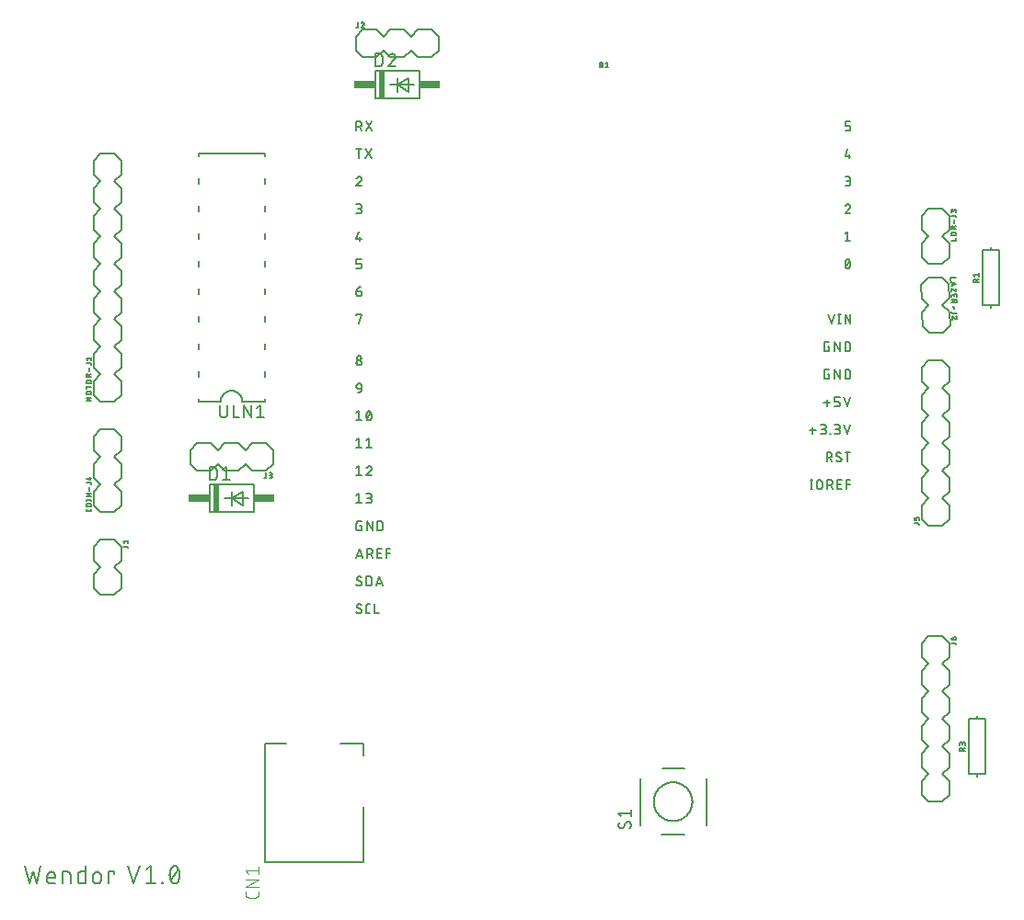
<source format=gbr>
G04 EAGLE Gerber X2 export*
%TF.Part,Single*%
%TF.FileFunction,Legend,Top,1*%
%TF.FilePolarity,Positive*%
%TF.GenerationSoftware,Autodesk,EAGLE,8.7.0*%
%TF.CreationDate,2018-04-11T09:38:31Z*%
G75*
%MOMM*%
%FSLAX34Y34*%
%LPD*%
%AMOC8*
5,1,8,0,0,1.08239X$1,22.5*%
G01*
%ADD10C,0.152400*%
%ADD11C,0.127000*%
%ADD12C,0.203200*%
%ADD13C,0.101600*%
%ADD14R,0.508000X2.540000*%
%ADD15R,1.905000X0.762000*%


D10*
X330962Y42418D02*
X334574Y26162D01*
X338187Y36999D01*
X341799Y26162D01*
X345412Y42418D01*
X353957Y26162D02*
X358473Y26162D01*
X353957Y26162D02*
X353856Y26164D01*
X353755Y26170D01*
X353654Y26179D01*
X353553Y26192D01*
X353453Y26209D01*
X353354Y26230D01*
X353256Y26254D01*
X353159Y26282D01*
X353062Y26314D01*
X352967Y26349D01*
X352874Y26388D01*
X352782Y26430D01*
X352691Y26476D01*
X352603Y26525D01*
X352516Y26577D01*
X352431Y26633D01*
X352348Y26691D01*
X352268Y26753D01*
X352190Y26818D01*
X352114Y26885D01*
X352041Y26955D01*
X351971Y27028D01*
X351904Y27104D01*
X351839Y27182D01*
X351777Y27262D01*
X351719Y27345D01*
X351663Y27430D01*
X351611Y27516D01*
X351562Y27605D01*
X351516Y27696D01*
X351474Y27788D01*
X351435Y27881D01*
X351400Y27976D01*
X351368Y28073D01*
X351340Y28170D01*
X351316Y28268D01*
X351295Y28367D01*
X351278Y28467D01*
X351265Y28568D01*
X351256Y28669D01*
X351250Y28770D01*
X351248Y28871D01*
X351248Y33387D01*
X351250Y33506D01*
X351256Y33626D01*
X351266Y33745D01*
X351280Y33863D01*
X351297Y33982D01*
X351319Y34099D01*
X351344Y34216D01*
X351374Y34331D01*
X351407Y34446D01*
X351444Y34560D01*
X351484Y34672D01*
X351529Y34783D01*
X351577Y34892D01*
X351628Y35000D01*
X351683Y35106D01*
X351742Y35210D01*
X351804Y35312D01*
X351869Y35412D01*
X351938Y35510D01*
X352010Y35606D01*
X352085Y35699D01*
X352162Y35789D01*
X352243Y35877D01*
X352327Y35962D01*
X352414Y36044D01*
X352503Y36124D01*
X352595Y36200D01*
X352689Y36274D01*
X352786Y36344D01*
X352884Y36411D01*
X352985Y36475D01*
X353089Y36535D01*
X353194Y36592D01*
X353301Y36645D01*
X353409Y36695D01*
X353519Y36741D01*
X353631Y36783D01*
X353744Y36822D01*
X353858Y36857D01*
X353973Y36888D01*
X354090Y36916D01*
X354207Y36939D01*
X354324Y36959D01*
X354443Y36975D01*
X354562Y36987D01*
X354681Y36995D01*
X354800Y36999D01*
X354920Y36999D01*
X355039Y36995D01*
X355158Y36987D01*
X355277Y36975D01*
X355396Y36959D01*
X355513Y36939D01*
X355630Y36916D01*
X355747Y36888D01*
X355862Y36857D01*
X355976Y36822D01*
X356089Y36783D01*
X356201Y36741D01*
X356311Y36695D01*
X356419Y36645D01*
X356526Y36592D01*
X356631Y36535D01*
X356735Y36475D01*
X356836Y36411D01*
X356934Y36344D01*
X357031Y36274D01*
X357125Y36200D01*
X357217Y36124D01*
X357306Y36044D01*
X357393Y35962D01*
X357477Y35877D01*
X357558Y35789D01*
X357635Y35699D01*
X357710Y35606D01*
X357782Y35510D01*
X357851Y35412D01*
X357916Y35312D01*
X357978Y35210D01*
X358037Y35106D01*
X358092Y35000D01*
X358143Y34892D01*
X358191Y34783D01*
X358236Y34672D01*
X358276Y34560D01*
X358313Y34446D01*
X358346Y34331D01*
X358376Y34216D01*
X358401Y34099D01*
X358423Y33982D01*
X358440Y33863D01*
X358454Y33745D01*
X358464Y33626D01*
X358470Y33506D01*
X358472Y33387D01*
X358473Y33387D02*
X358473Y31581D01*
X351248Y31581D01*
X365316Y26162D02*
X365316Y36999D01*
X369831Y36999D01*
X369935Y36997D01*
X370038Y36991D01*
X370142Y36981D01*
X370245Y36967D01*
X370347Y36949D01*
X370448Y36928D01*
X370549Y36902D01*
X370648Y36873D01*
X370747Y36840D01*
X370844Y36803D01*
X370939Y36762D01*
X371033Y36718D01*
X371125Y36670D01*
X371215Y36619D01*
X371304Y36564D01*
X371390Y36506D01*
X371473Y36444D01*
X371555Y36380D01*
X371633Y36312D01*
X371709Y36242D01*
X371783Y36169D01*
X371853Y36092D01*
X371921Y36014D01*
X371985Y35932D01*
X372047Y35849D01*
X372105Y35763D01*
X372160Y35674D01*
X372211Y35584D01*
X372259Y35492D01*
X372303Y35398D01*
X372344Y35303D01*
X372381Y35206D01*
X372414Y35107D01*
X372443Y35008D01*
X372469Y34907D01*
X372490Y34806D01*
X372508Y34704D01*
X372522Y34601D01*
X372532Y34497D01*
X372538Y34394D01*
X372540Y34290D01*
X372541Y34290D02*
X372541Y26162D01*
X386536Y26162D02*
X386536Y42418D01*
X386536Y26162D02*
X382020Y26162D01*
X381919Y26164D01*
X381818Y26170D01*
X381717Y26179D01*
X381616Y26192D01*
X381516Y26209D01*
X381417Y26230D01*
X381319Y26254D01*
X381222Y26282D01*
X381125Y26314D01*
X381030Y26349D01*
X380937Y26388D01*
X380845Y26430D01*
X380754Y26476D01*
X380666Y26525D01*
X380579Y26577D01*
X380494Y26633D01*
X380411Y26691D01*
X380331Y26753D01*
X380253Y26818D01*
X380177Y26885D01*
X380104Y26955D01*
X380034Y27028D01*
X379967Y27104D01*
X379902Y27182D01*
X379840Y27262D01*
X379782Y27345D01*
X379726Y27430D01*
X379674Y27516D01*
X379625Y27605D01*
X379579Y27696D01*
X379537Y27788D01*
X379498Y27881D01*
X379463Y27976D01*
X379431Y28073D01*
X379403Y28170D01*
X379379Y28268D01*
X379358Y28367D01*
X379341Y28467D01*
X379328Y28568D01*
X379319Y28669D01*
X379313Y28770D01*
X379311Y28871D01*
X379311Y34290D01*
X379313Y34391D01*
X379319Y34492D01*
X379328Y34593D01*
X379341Y34694D01*
X379358Y34794D01*
X379379Y34893D01*
X379403Y34991D01*
X379431Y35088D01*
X379463Y35185D01*
X379498Y35280D01*
X379537Y35373D01*
X379579Y35465D01*
X379625Y35556D01*
X379674Y35645D01*
X379726Y35731D01*
X379782Y35816D01*
X379840Y35899D01*
X379902Y35979D01*
X379967Y36057D01*
X380034Y36133D01*
X380104Y36206D01*
X380177Y36276D01*
X380253Y36343D01*
X380331Y36408D01*
X380411Y36470D01*
X380494Y36528D01*
X380579Y36584D01*
X380666Y36636D01*
X380754Y36685D01*
X380845Y36731D01*
X380937Y36773D01*
X381030Y36812D01*
X381125Y36847D01*
X381222Y36879D01*
X381319Y36907D01*
X381417Y36931D01*
X381516Y36952D01*
X381616Y36969D01*
X381717Y36982D01*
X381818Y36991D01*
X381919Y36997D01*
X382020Y36999D01*
X386536Y36999D01*
X393452Y33387D02*
X393452Y29774D01*
X393452Y33387D02*
X393454Y33506D01*
X393460Y33626D01*
X393470Y33745D01*
X393484Y33863D01*
X393501Y33982D01*
X393523Y34099D01*
X393548Y34216D01*
X393578Y34331D01*
X393611Y34446D01*
X393648Y34560D01*
X393688Y34672D01*
X393733Y34783D01*
X393781Y34892D01*
X393832Y35000D01*
X393887Y35106D01*
X393946Y35210D01*
X394008Y35312D01*
X394073Y35412D01*
X394142Y35510D01*
X394214Y35606D01*
X394289Y35699D01*
X394366Y35789D01*
X394447Y35877D01*
X394531Y35962D01*
X394618Y36044D01*
X394707Y36124D01*
X394799Y36200D01*
X394893Y36274D01*
X394990Y36344D01*
X395088Y36411D01*
X395189Y36475D01*
X395293Y36535D01*
X395398Y36592D01*
X395505Y36645D01*
X395613Y36695D01*
X395723Y36741D01*
X395835Y36783D01*
X395948Y36822D01*
X396062Y36857D01*
X396177Y36888D01*
X396294Y36916D01*
X396411Y36939D01*
X396528Y36959D01*
X396647Y36975D01*
X396766Y36987D01*
X396885Y36995D01*
X397004Y36999D01*
X397124Y36999D01*
X397243Y36995D01*
X397362Y36987D01*
X397481Y36975D01*
X397600Y36959D01*
X397717Y36939D01*
X397834Y36916D01*
X397951Y36888D01*
X398066Y36857D01*
X398180Y36822D01*
X398293Y36783D01*
X398405Y36741D01*
X398515Y36695D01*
X398623Y36645D01*
X398730Y36592D01*
X398835Y36535D01*
X398939Y36475D01*
X399040Y36411D01*
X399138Y36344D01*
X399235Y36274D01*
X399329Y36200D01*
X399421Y36124D01*
X399510Y36044D01*
X399597Y35962D01*
X399681Y35877D01*
X399762Y35789D01*
X399839Y35699D01*
X399914Y35606D01*
X399986Y35510D01*
X400055Y35412D01*
X400120Y35312D01*
X400182Y35210D01*
X400241Y35106D01*
X400296Y35000D01*
X400347Y34892D01*
X400395Y34783D01*
X400440Y34672D01*
X400480Y34560D01*
X400517Y34446D01*
X400550Y34331D01*
X400580Y34216D01*
X400605Y34099D01*
X400627Y33982D01*
X400644Y33863D01*
X400658Y33745D01*
X400668Y33626D01*
X400674Y33506D01*
X400676Y33387D01*
X400677Y33387D02*
X400677Y29774D01*
X400676Y29774D02*
X400674Y29655D01*
X400668Y29535D01*
X400658Y29416D01*
X400644Y29298D01*
X400627Y29179D01*
X400605Y29062D01*
X400580Y28945D01*
X400550Y28830D01*
X400517Y28715D01*
X400480Y28601D01*
X400440Y28489D01*
X400395Y28378D01*
X400347Y28269D01*
X400296Y28161D01*
X400241Y28055D01*
X400182Y27951D01*
X400120Y27849D01*
X400055Y27749D01*
X399986Y27651D01*
X399914Y27555D01*
X399839Y27462D01*
X399762Y27372D01*
X399681Y27284D01*
X399597Y27199D01*
X399510Y27117D01*
X399421Y27037D01*
X399329Y26961D01*
X399235Y26887D01*
X399138Y26817D01*
X399040Y26750D01*
X398939Y26686D01*
X398835Y26626D01*
X398730Y26569D01*
X398623Y26516D01*
X398515Y26466D01*
X398405Y26420D01*
X398293Y26378D01*
X398180Y26339D01*
X398066Y26304D01*
X397951Y26273D01*
X397834Y26245D01*
X397717Y26222D01*
X397600Y26202D01*
X397481Y26186D01*
X397362Y26174D01*
X397243Y26166D01*
X397124Y26162D01*
X397004Y26162D01*
X396885Y26166D01*
X396766Y26174D01*
X396647Y26186D01*
X396528Y26202D01*
X396411Y26222D01*
X396294Y26245D01*
X396177Y26273D01*
X396062Y26304D01*
X395948Y26339D01*
X395835Y26378D01*
X395723Y26420D01*
X395613Y26466D01*
X395505Y26516D01*
X395398Y26569D01*
X395293Y26626D01*
X395189Y26686D01*
X395088Y26750D01*
X394990Y26817D01*
X394893Y26887D01*
X394799Y26961D01*
X394707Y27037D01*
X394618Y27117D01*
X394531Y27199D01*
X394447Y27284D01*
X394366Y27372D01*
X394289Y27462D01*
X394214Y27555D01*
X394142Y27651D01*
X394073Y27749D01*
X394008Y27849D01*
X393946Y27951D01*
X393887Y28055D01*
X393832Y28161D01*
X393781Y28269D01*
X393733Y28378D01*
X393688Y28489D01*
X393648Y28601D01*
X393611Y28715D01*
X393578Y28830D01*
X393548Y28945D01*
X393523Y29062D01*
X393501Y29179D01*
X393484Y29298D01*
X393470Y29416D01*
X393460Y29535D01*
X393454Y29655D01*
X393452Y29774D01*
X407605Y26162D02*
X407605Y36999D01*
X413024Y36999D01*
X413024Y35193D01*
X425513Y42418D02*
X430932Y26162D01*
X436351Y42418D01*
X442048Y38806D02*
X446563Y42418D01*
X446563Y26162D01*
X442048Y26162D02*
X451079Y26162D01*
X457054Y26162D02*
X457054Y27065D01*
X457957Y27065D01*
X457957Y26162D01*
X457054Y26162D01*
X463932Y34290D02*
X463936Y34610D01*
X463947Y34929D01*
X463966Y35249D01*
X463993Y35567D01*
X464027Y35885D01*
X464069Y36202D01*
X464119Y36518D01*
X464176Y36833D01*
X464240Y37146D01*
X464312Y37458D01*
X464391Y37768D01*
X464478Y38075D01*
X464572Y38381D01*
X464673Y38684D01*
X464782Y38985D01*
X464897Y39283D01*
X465020Y39579D01*
X465150Y39871D01*
X465287Y40160D01*
X465286Y40161D02*
X465325Y40269D01*
X465368Y40376D01*
X465414Y40481D01*
X465465Y40585D01*
X465518Y40687D01*
X465575Y40787D01*
X465636Y40885D01*
X465700Y40980D01*
X465767Y41074D01*
X465838Y41165D01*
X465911Y41254D01*
X465988Y41340D01*
X466067Y41423D01*
X466149Y41504D01*
X466234Y41582D01*
X466322Y41656D01*
X466412Y41728D01*
X466504Y41796D01*
X466599Y41862D01*
X466696Y41924D01*
X466795Y41982D01*
X466897Y42038D01*
X466999Y42089D01*
X467104Y42137D01*
X467210Y42182D01*
X467318Y42223D01*
X467427Y42260D01*
X467537Y42293D01*
X467649Y42322D01*
X467761Y42348D01*
X467874Y42370D01*
X467988Y42387D01*
X468102Y42401D01*
X468217Y42411D01*
X468332Y42417D01*
X468447Y42419D01*
X468447Y42418D02*
X468562Y42416D01*
X468677Y42410D01*
X468792Y42400D01*
X468906Y42386D01*
X469020Y42369D01*
X469133Y42347D01*
X469245Y42321D01*
X469357Y42292D01*
X469467Y42259D01*
X469576Y42222D01*
X469684Y42181D01*
X469790Y42136D01*
X469895Y42088D01*
X469997Y42037D01*
X470098Y41981D01*
X470198Y41923D01*
X470295Y41861D01*
X470389Y41796D01*
X470482Y41727D01*
X470572Y41655D01*
X470660Y41581D01*
X470745Y41503D01*
X470827Y41422D01*
X470906Y41339D01*
X470983Y41253D01*
X471056Y41164D01*
X471127Y41073D01*
X471194Y40979D01*
X471258Y40884D01*
X471319Y40786D01*
X471376Y40686D01*
X471429Y40584D01*
X471480Y40480D01*
X471526Y40375D01*
X471569Y40268D01*
X471608Y40160D01*
X471607Y40160D02*
X471744Y39871D01*
X471874Y39579D01*
X471997Y39283D01*
X472112Y38985D01*
X472221Y38684D01*
X472322Y38381D01*
X472416Y38075D01*
X472503Y37768D01*
X472582Y37458D01*
X472654Y37146D01*
X472718Y36833D01*
X472775Y36518D01*
X472825Y36202D01*
X472867Y35885D01*
X472901Y35567D01*
X472928Y35249D01*
X472947Y34929D01*
X472958Y34610D01*
X472962Y34290D01*
X463932Y34290D02*
X463936Y33970D01*
X463947Y33651D01*
X463966Y33331D01*
X463993Y33013D01*
X464027Y32695D01*
X464069Y32378D01*
X464119Y32062D01*
X464176Y31747D01*
X464240Y31434D01*
X464312Y31122D01*
X464391Y30812D01*
X464478Y30505D01*
X464572Y30199D01*
X464673Y29896D01*
X464782Y29595D01*
X464897Y29297D01*
X465020Y29001D01*
X465150Y28709D01*
X465287Y28420D01*
X465286Y28420D02*
X465325Y28312D01*
X465368Y28205D01*
X465414Y28100D01*
X465465Y27996D01*
X465518Y27894D01*
X465575Y27794D01*
X465636Y27696D01*
X465700Y27601D01*
X465767Y27507D01*
X465838Y27416D01*
X465911Y27327D01*
X465988Y27241D01*
X466067Y27158D01*
X466149Y27077D01*
X466234Y26999D01*
X466322Y26925D01*
X466412Y26853D01*
X466505Y26784D01*
X466599Y26719D01*
X466696Y26657D01*
X466796Y26599D01*
X466897Y26543D01*
X466999Y26492D01*
X467104Y26444D01*
X467210Y26399D01*
X467318Y26358D01*
X467427Y26321D01*
X467537Y26288D01*
X467649Y26259D01*
X467761Y26233D01*
X467874Y26211D01*
X467988Y26194D01*
X468102Y26180D01*
X468217Y26170D01*
X468332Y26164D01*
X468447Y26162D01*
X471607Y28420D02*
X471744Y28709D01*
X471874Y29001D01*
X471997Y29297D01*
X472112Y29595D01*
X472221Y29896D01*
X472322Y30199D01*
X472416Y30505D01*
X472503Y30812D01*
X472582Y31122D01*
X472654Y31434D01*
X472718Y31747D01*
X472775Y32062D01*
X472825Y32378D01*
X472867Y32695D01*
X472901Y33013D01*
X472928Y33331D01*
X472947Y33651D01*
X472958Y33970D01*
X472962Y34290D01*
X471608Y28420D02*
X471569Y28312D01*
X471526Y28205D01*
X471480Y28100D01*
X471429Y27996D01*
X471376Y27894D01*
X471319Y27794D01*
X471258Y27696D01*
X471194Y27601D01*
X471127Y27507D01*
X471056Y27416D01*
X470983Y27327D01*
X470906Y27241D01*
X470827Y27158D01*
X470745Y27077D01*
X470660Y26999D01*
X470572Y26925D01*
X470482Y26853D01*
X470389Y26784D01*
X470295Y26719D01*
X470198Y26657D01*
X470098Y26599D01*
X469997Y26543D01*
X469894Y26492D01*
X469790Y26444D01*
X469684Y26399D01*
X469576Y26358D01*
X469467Y26321D01*
X469357Y26288D01*
X469245Y26259D01*
X469133Y26233D01*
X469020Y26211D01*
X468906Y26194D01*
X468792Y26180D01*
X468677Y26170D01*
X468562Y26164D01*
X468447Y26162D01*
X464835Y29774D02*
X472059Y38806D01*
X1069349Y495780D02*
X1070788Y495780D01*
X1070788Y490982D01*
X1067909Y490982D01*
X1067823Y490984D01*
X1067737Y490990D01*
X1067651Y490999D01*
X1067566Y491013D01*
X1067482Y491030D01*
X1067398Y491051D01*
X1067316Y491076D01*
X1067235Y491104D01*
X1067155Y491136D01*
X1067076Y491172D01*
X1067000Y491211D01*
X1066925Y491254D01*
X1066852Y491299D01*
X1066781Y491348D01*
X1066713Y491401D01*
X1066646Y491456D01*
X1066583Y491514D01*
X1066522Y491575D01*
X1066464Y491638D01*
X1066409Y491705D01*
X1066356Y491773D01*
X1066307Y491844D01*
X1066262Y491917D01*
X1066219Y491992D01*
X1066180Y492068D01*
X1066144Y492147D01*
X1066112Y492227D01*
X1066084Y492308D01*
X1066059Y492390D01*
X1066038Y492474D01*
X1066021Y492558D01*
X1066007Y492643D01*
X1065998Y492729D01*
X1065992Y492815D01*
X1065990Y492901D01*
X1065990Y497699D01*
X1065992Y497785D01*
X1065998Y497871D01*
X1066007Y497957D01*
X1066021Y498042D01*
X1066038Y498126D01*
X1066059Y498210D01*
X1066084Y498292D01*
X1066112Y498373D01*
X1066144Y498453D01*
X1066180Y498532D01*
X1066219Y498608D01*
X1066262Y498683D01*
X1066307Y498756D01*
X1066356Y498827D01*
X1066409Y498895D01*
X1066464Y498962D01*
X1066522Y499025D01*
X1066583Y499086D01*
X1066646Y499144D01*
X1066713Y499199D01*
X1066781Y499251D01*
X1066852Y499301D01*
X1066925Y499346D01*
X1067000Y499389D01*
X1067076Y499428D01*
X1067155Y499464D01*
X1067235Y499496D01*
X1067316Y499524D01*
X1067398Y499549D01*
X1067482Y499570D01*
X1067566Y499587D01*
X1067651Y499601D01*
X1067737Y499610D01*
X1067823Y499616D01*
X1067909Y499618D01*
X1070788Y499618D01*
X1075744Y499618D02*
X1075744Y490982D01*
X1080541Y490982D02*
X1075744Y499618D01*
X1080541Y499618D02*
X1080541Y490982D01*
X1085497Y490982D02*
X1085497Y499618D01*
X1087896Y499618D01*
X1087993Y499616D01*
X1088089Y499610D01*
X1088185Y499601D01*
X1088281Y499587D01*
X1088376Y499570D01*
X1088470Y499548D01*
X1088563Y499523D01*
X1088656Y499495D01*
X1088747Y499462D01*
X1088836Y499426D01*
X1088924Y499386D01*
X1089011Y499343D01*
X1089096Y499297D01*
X1089178Y499247D01*
X1089259Y499193D01*
X1089337Y499137D01*
X1089413Y499077D01*
X1089487Y499015D01*
X1089558Y498949D01*
X1089626Y498881D01*
X1089692Y498810D01*
X1089754Y498736D01*
X1089814Y498660D01*
X1089870Y498582D01*
X1089924Y498501D01*
X1089974Y498419D01*
X1090020Y498334D01*
X1090063Y498247D01*
X1090103Y498159D01*
X1090139Y498070D01*
X1090172Y497979D01*
X1090200Y497886D01*
X1090225Y497793D01*
X1090247Y497699D01*
X1090264Y497604D01*
X1090278Y497508D01*
X1090287Y497412D01*
X1090293Y497316D01*
X1090295Y497219D01*
X1090295Y493381D01*
X1090293Y493284D01*
X1090287Y493188D01*
X1090278Y493092D01*
X1090264Y492996D01*
X1090247Y492901D01*
X1090225Y492807D01*
X1090200Y492714D01*
X1090172Y492621D01*
X1090139Y492530D01*
X1090103Y492441D01*
X1090063Y492353D01*
X1090020Y492266D01*
X1089974Y492182D01*
X1089924Y492099D01*
X1089870Y492018D01*
X1089814Y491940D01*
X1089754Y491864D01*
X1089692Y491790D01*
X1089626Y491719D01*
X1089558Y491651D01*
X1089487Y491585D01*
X1089413Y491523D01*
X1089337Y491463D01*
X1089259Y491407D01*
X1089178Y491353D01*
X1089096Y491303D01*
X1089011Y491257D01*
X1088924Y491214D01*
X1088836Y491174D01*
X1088747Y491138D01*
X1088656Y491105D01*
X1088563Y491077D01*
X1088470Y491052D01*
X1088376Y491030D01*
X1088281Y491013D01*
X1088185Y490999D01*
X1088089Y490990D01*
X1087993Y490984D01*
X1087896Y490982D01*
X1085497Y490982D01*
X1070788Y521180D02*
X1069349Y521180D01*
X1070788Y521180D02*
X1070788Y516382D01*
X1067909Y516382D01*
X1067823Y516384D01*
X1067737Y516390D01*
X1067651Y516399D01*
X1067566Y516413D01*
X1067482Y516430D01*
X1067398Y516451D01*
X1067316Y516476D01*
X1067235Y516504D01*
X1067155Y516536D01*
X1067076Y516572D01*
X1067000Y516611D01*
X1066925Y516654D01*
X1066852Y516699D01*
X1066781Y516748D01*
X1066713Y516801D01*
X1066646Y516856D01*
X1066583Y516914D01*
X1066522Y516975D01*
X1066464Y517038D01*
X1066409Y517105D01*
X1066356Y517173D01*
X1066307Y517244D01*
X1066262Y517317D01*
X1066219Y517392D01*
X1066180Y517468D01*
X1066144Y517547D01*
X1066112Y517627D01*
X1066084Y517708D01*
X1066059Y517790D01*
X1066038Y517874D01*
X1066021Y517958D01*
X1066007Y518043D01*
X1065998Y518129D01*
X1065992Y518215D01*
X1065990Y518301D01*
X1065990Y523099D01*
X1065992Y523185D01*
X1065998Y523271D01*
X1066007Y523357D01*
X1066021Y523442D01*
X1066038Y523526D01*
X1066059Y523610D01*
X1066084Y523692D01*
X1066112Y523773D01*
X1066144Y523853D01*
X1066180Y523932D01*
X1066219Y524008D01*
X1066262Y524083D01*
X1066307Y524156D01*
X1066356Y524227D01*
X1066409Y524295D01*
X1066464Y524362D01*
X1066522Y524425D01*
X1066583Y524486D01*
X1066646Y524544D01*
X1066713Y524599D01*
X1066781Y524651D01*
X1066852Y524701D01*
X1066925Y524746D01*
X1067000Y524789D01*
X1067076Y524828D01*
X1067155Y524864D01*
X1067235Y524896D01*
X1067316Y524924D01*
X1067398Y524949D01*
X1067482Y524970D01*
X1067566Y524987D01*
X1067651Y525001D01*
X1067737Y525010D01*
X1067823Y525016D01*
X1067909Y525018D01*
X1070788Y525018D01*
X1075744Y525018D02*
X1075744Y516382D01*
X1080541Y516382D02*
X1075744Y525018D01*
X1080541Y525018D02*
X1080541Y516382D01*
X1085497Y516382D02*
X1085497Y525018D01*
X1087896Y525018D01*
X1087993Y525016D01*
X1088089Y525010D01*
X1088185Y525001D01*
X1088281Y524987D01*
X1088376Y524970D01*
X1088470Y524948D01*
X1088563Y524923D01*
X1088656Y524895D01*
X1088747Y524862D01*
X1088836Y524826D01*
X1088924Y524786D01*
X1089011Y524743D01*
X1089096Y524697D01*
X1089178Y524647D01*
X1089259Y524593D01*
X1089337Y524537D01*
X1089413Y524477D01*
X1089487Y524415D01*
X1089558Y524349D01*
X1089626Y524281D01*
X1089692Y524210D01*
X1089754Y524136D01*
X1089814Y524060D01*
X1089870Y523982D01*
X1089924Y523901D01*
X1089974Y523819D01*
X1090020Y523734D01*
X1090063Y523647D01*
X1090103Y523559D01*
X1090139Y523470D01*
X1090172Y523379D01*
X1090200Y523286D01*
X1090225Y523193D01*
X1090247Y523099D01*
X1090264Y523004D01*
X1090278Y522908D01*
X1090287Y522812D01*
X1090293Y522716D01*
X1090295Y522619D01*
X1090295Y518781D01*
X1090293Y518684D01*
X1090287Y518588D01*
X1090278Y518492D01*
X1090264Y518396D01*
X1090247Y518301D01*
X1090225Y518207D01*
X1090200Y518114D01*
X1090172Y518021D01*
X1090139Y517930D01*
X1090103Y517841D01*
X1090063Y517753D01*
X1090020Y517666D01*
X1089974Y517582D01*
X1089924Y517499D01*
X1089870Y517418D01*
X1089814Y517340D01*
X1089754Y517264D01*
X1089692Y517190D01*
X1089626Y517119D01*
X1089558Y517051D01*
X1089487Y516985D01*
X1089413Y516923D01*
X1089337Y516863D01*
X1089259Y516807D01*
X1089178Y516753D01*
X1089096Y516703D01*
X1089011Y516657D01*
X1088924Y516614D01*
X1088836Y516574D01*
X1088747Y516538D01*
X1088656Y516505D01*
X1088563Y516477D01*
X1088470Y516452D01*
X1088376Y516430D01*
X1088281Y516413D01*
X1088185Y516399D01*
X1088089Y516390D01*
X1087993Y516384D01*
X1087896Y516382D01*
X1085497Y516382D01*
X1071397Y468940D02*
X1065640Y468940D01*
X1068519Y466062D02*
X1068519Y471819D01*
X1075874Y465582D02*
X1078752Y465582D01*
X1078838Y465584D01*
X1078924Y465590D01*
X1079010Y465599D01*
X1079095Y465613D01*
X1079179Y465630D01*
X1079263Y465651D01*
X1079345Y465676D01*
X1079426Y465704D01*
X1079506Y465736D01*
X1079585Y465772D01*
X1079661Y465811D01*
X1079736Y465854D01*
X1079809Y465899D01*
X1079880Y465949D01*
X1079948Y466001D01*
X1080015Y466056D01*
X1080078Y466114D01*
X1080139Y466175D01*
X1080197Y466238D01*
X1080252Y466305D01*
X1080305Y466373D01*
X1080354Y466444D01*
X1080399Y466517D01*
X1080442Y466592D01*
X1080481Y466668D01*
X1080517Y466747D01*
X1080549Y466827D01*
X1080577Y466908D01*
X1080602Y466991D01*
X1080623Y467074D01*
X1080640Y467158D01*
X1080654Y467243D01*
X1080663Y467329D01*
X1080669Y467415D01*
X1080671Y467501D01*
X1080671Y468461D01*
X1080669Y468547D01*
X1080663Y468633D01*
X1080654Y468719D01*
X1080640Y468804D01*
X1080623Y468888D01*
X1080602Y468972D01*
X1080577Y469054D01*
X1080549Y469135D01*
X1080517Y469215D01*
X1080481Y469294D01*
X1080442Y469370D01*
X1080399Y469445D01*
X1080354Y469518D01*
X1080305Y469589D01*
X1080252Y469657D01*
X1080197Y469724D01*
X1080139Y469787D01*
X1080078Y469848D01*
X1080015Y469906D01*
X1079948Y469961D01*
X1079880Y470014D01*
X1079809Y470063D01*
X1079736Y470108D01*
X1079661Y470151D01*
X1079585Y470190D01*
X1079506Y470226D01*
X1079426Y470258D01*
X1079345Y470286D01*
X1079263Y470311D01*
X1079179Y470332D01*
X1079095Y470349D01*
X1079010Y470363D01*
X1078924Y470372D01*
X1078838Y470378D01*
X1078752Y470380D01*
X1075874Y470380D01*
X1075874Y474218D01*
X1080671Y474218D01*
X1084538Y474218D02*
X1087416Y465582D01*
X1090295Y474218D01*
X1068513Y423418D02*
X1068513Y414782D01*
X1068513Y423418D02*
X1070912Y423418D01*
X1071009Y423416D01*
X1071105Y423410D01*
X1071201Y423401D01*
X1071297Y423387D01*
X1071392Y423370D01*
X1071486Y423348D01*
X1071579Y423323D01*
X1071672Y423295D01*
X1071763Y423262D01*
X1071852Y423226D01*
X1071940Y423186D01*
X1072027Y423143D01*
X1072112Y423097D01*
X1072194Y423047D01*
X1072275Y422993D01*
X1072353Y422937D01*
X1072429Y422877D01*
X1072503Y422815D01*
X1072574Y422749D01*
X1072642Y422681D01*
X1072708Y422610D01*
X1072770Y422536D01*
X1072830Y422460D01*
X1072886Y422382D01*
X1072940Y422301D01*
X1072990Y422219D01*
X1073036Y422134D01*
X1073079Y422047D01*
X1073119Y421959D01*
X1073155Y421870D01*
X1073188Y421779D01*
X1073216Y421686D01*
X1073241Y421593D01*
X1073263Y421499D01*
X1073280Y421404D01*
X1073294Y421308D01*
X1073303Y421212D01*
X1073309Y421116D01*
X1073311Y421019D01*
X1073309Y420922D01*
X1073303Y420826D01*
X1073294Y420730D01*
X1073280Y420634D01*
X1073263Y420539D01*
X1073241Y420445D01*
X1073216Y420352D01*
X1073188Y420259D01*
X1073155Y420168D01*
X1073119Y420079D01*
X1073079Y419991D01*
X1073036Y419904D01*
X1072990Y419820D01*
X1072940Y419737D01*
X1072886Y419656D01*
X1072830Y419578D01*
X1072770Y419502D01*
X1072708Y419428D01*
X1072642Y419357D01*
X1072574Y419289D01*
X1072503Y419223D01*
X1072429Y419161D01*
X1072353Y419101D01*
X1072275Y419045D01*
X1072194Y418991D01*
X1072112Y418941D01*
X1072027Y418895D01*
X1071940Y418852D01*
X1071852Y418812D01*
X1071763Y418776D01*
X1071672Y418743D01*
X1071579Y418715D01*
X1071486Y418690D01*
X1071392Y418668D01*
X1071297Y418651D01*
X1071201Y418637D01*
X1071105Y418628D01*
X1071009Y418622D01*
X1070912Y418620D01*
X1068513Y418620D01*
X1071392Y418620D02*
X1073311Y414782D01*
X1080146Y414782D02*
X1080232Y414784D01*
X1080318Y414790D01*
X1080404Y414799D01*
X1080489Y414813D01*
X1080573Y414830D01*
X1080657Y414851D01*
X1080739Y414876D01*
X1080820Y414904D01*
X1080900Y414936D01*
X1080979Y414972D01*
X1081055Y415011D01*
X1081130Y415054D01*
X1081203Y415099D01*
X1081274Y415149D01*
X1081342Y415201D01*
X1081409Y415256D01*
X1081472Y415314D01*
X1081533Y415375D01*
X1081591Y415438D01*
X1081646Y415505D01*
X1081699Y415573D01*
X1081748Y415644D01*
X1081793Y415717D01*
X1081836Y415792D01*
X1081875Y415868D01*
X1081911Y415947D01*
X1081943Y416027D01*
X1081971Y416108D01*
X1081996Y416190D01*
X1082017Y416274D01*
X1082034Y416358D01*
X1082048Y416443D01*
X1082057Y416529D01*
X1082063Y416615D01*
X1082065Y416701D01*
X1080146Y414782D02*
X1080023Y414784D01*
X1079900Y414789D01*
X1079777Y414799D01*
X1079655Y414812D01*
X1079533Y414829D01*
X1079411Y414849D01*
X1079291Y414873D01*
X1079171Y414901D01*
X1079052Y414932D01*
X1078934Y414967D01*
X1078817Y415006D01*
X1078701Y415048D01*
X1078587Y415094D01*
X1078474Y415143D01*
X1078363Y415195D01*
X1078253Y415251D01*
X1078145Y415310D01*
X1078039Y415373D01*
X1077934Y415438D01*
X1077832Y415507D01*
X1077732Y415579D01*
X1077635Y415654D01*
X1077539Y415731D01*
X1077446Y415812D01*
X1077355Y415895D01*
X1077267Y415981D01*
X1077508Y421499D02*
X1077510Y421585D01*
X1077516Y421671D01*
X1077525Y421757D01*
X1077539Y421842D01*
X1077556Y421926D01*
X1077577Y422010D01*
X1077602Y422092D01*
X1077630Y422173D01*
X1077662Y422253D01*
X1077698Y422332D01*
X1077737Y422408D01*
X1077780Y422483D01*
X1077825Y422556D01*
X1077874Y422627D01*
X1077927Y422695D01*
X1077982Y422762D01*
X1078040Y422825D01*
X1078101Y422886D01*
X1078164Y422944D01*
X1078231Y422999D01*
X1078299Y423052D01*
X1078370Y423101D01*
X1078443Y423146D01*
X1078518Y423189D01*
X1078594Y423228D01*
X1078673Y423264D01*
X1078753Y423296D01*
X1078834Y423324D01*
X1078916Y423349D01*
X1079000Y423370D01*
X1079084Y423387D01*
X1079169Y423401D01*
X1079255Y423410D01*
X1079341Y423416D01*
X1079427Y423418D01*
X1079543Y423416D01*
X1079658Y423411D01*
X1079774Y423401D01*
X1079889Y423388D01*
X1080003Y423372D01*
X1080117Y423351D01*
X1080231Y423327D01*
X1080343Y423299D01*
X1080454Y423268D01*
X1080565Y423233D01*
X1080674Y423195D01*
X1080782Y423153D01*
X1080888Y423108D01*
X1080994Y423059D01*
X1081097Y423007D01*
X1081199Y422952D01*
X1081298Y422893D01*
X1081396Y422831D01*
X1081492Y422766D01*
X1081586Y422698D01*
X1078467Y419820D02*
X1078393Y419866D01*
X1078320Y419916D01*
X1078250Y419969D01*
X1078182Y420025D01*
X1078117Y420084D01*
X1078054Y420146D01*
X1077995Y420211D01*
X1077938Y420278D01*
X1077884Y420348D01*
X1077834Y420420D01*
X1077787Y420494D01*
X1077743Y420570D01*
X1077703Y420649D01*
X1077667Y420729D01*
X1077634Y420810D01*
X1077605Y420893D01*
X1077579Y420978D01*
X1077557Y421063D01*
X1077540Y421149D01*
X1077526Y421236D01*
X1077516Y421323D01*
X1077510Y421411D01*
X1077508Y421499D01*
X1081106Y418380D02*
X1081180Y418334D01*
X1081253Y418284D01*
X1081323Y418231D01*
X1081391Y418175D01*
X1081456Y418116D01*
X1081519Y418054D01*
X1081578Y417989D01*
X1081635Y417922D01*
X1081689Y417852D01*
X1081739Y417780D01*
X1081786Y417706D01*
X1081830Y417630D01*
X1081870Y417551D01*
X1081906Y417471D01*
X1081939Y417390D01*
X1081968Y417307D01*
X1081994Y417222D01*
X1082016Y417137D01*
X1082033Y417051D01*
X1082047Y416964D01*
X1082057Y416877D01*
X1082063Y416789D01*
X1082065Y416701D01*
X1081106Y418380D02*
X1078467Y419820D01*
X1087896Y423418D02*
X1087896Y414782D01*
X1085497Y423418D02*
X1090295Y423418D01*
X1072961Y541782D02*
X1070082Y550418D01*
X1075840Y550418D02*
X1072961Y541782D01*
X1080276Y541782D02*
X1080276Y550418D01*
X1079317Y541782D02*
X1081236Y541782D01*
X1081236Y550418D02*
X1079317Y550418D01*
X1085497Y550418D02*
X1085497Y541782D01*
X1090295Y541782D02*
X1085497Y550418D01*
X1090295Y550418D02*
X1090295Y541782D01*
X1058596Y443540D02*
X1052839Y443540D01*
X1055717Y440662D02*
X1055717Y446419D01*
X1063072Y440182D02*
X1065471Y440182D01*
X1065568Y440184D01*
X1065664Y440190D01*
X1065760Y440199D01*
X1065856Y440213D01*
X1065951Y440230D01*
X1066045Y440252D01*
X1066138Y440277D01*
X1066231Y440305D01*
X1066322Y440338D01*
X1066411Y440374D01*
X1066499Y440414D01*
X1066586Y440457D01*
X1066671Y440503D01*
X1066753Y440553D01*
X1066834Y440607D01*
X1066912Y440663D01*
X1066988Y440723D01*
X1067062Y440785D01*
X1067133Y440851D01*
X1067201Y440919D01*
X1067267Y440990D01*
X1067329Y441064D01*
X1067389Y441140D01*
X1067445Y441218D01*
X1067499Y441299D01*
X1067549Y441382D01*
X1067595Y441466D01*
X1067638Y441553D01*
X1067678Y441641D01*
X1067714Y441730D01*
X1067747Y441821D01*
X1067775Y441914D01*
X1067800Y442007D01*
X1067822Y442101D01*
X1067839Y442196D01*
X1067853Y442292D01*
X1067862Y442388D01*
X1067868Y442484D01*
X1067870Y442581D01*
X1067868Y442678D01*
X1067862Y442774D01*
X1067853Y442870D01*
X1067839Y442966D01*
X1067822Y443061D01*
X1067800Y443155D01*
X1067775Y443248D01*
X1067747Y443341D01*
X1067714Y443432D01*
X1067678Y443521D01*
X1067638Y443609D01*
X1067595Y443696D01*
X1067549Y443781D01*
X1067499Y443863D01*
X1067445Y443944D01*
X1067389Y444022D01*
X1067329Y444098D01*
X1067267Y444172D01*
X1067201Y444243D01*
X1067133Y444311D01*
X1067062Y444377D01*
X1066988Y444439D01*
X1066912Y444499D01*
X1066834Y444555D01*
X1066753Y444609D01*
X1066671Y444659D01*
X1066586Y444705D01*
X1066499Y444748D01*
X1066411Y444788D01*
X1066322Y444824D01*
X1066231Y444857D01*
X1066138Y444885D01*
X1066045Y444910D01*
X1065951Y444932D01*
X1065856Y444949D01*
X1065760Y444963D01*
X1065664Y444972D01*
X1065568Y444978D01*
X1065471Y444980D01*
X1065951Y448818D02*
X1063072Y448818D01*
X1065951Y448818D02*
X1066037Y448816D01*
X1066123Y448810D01*
X1066209Y448801D01*
X1066294Y448787D01*
X1066378Y448770D01*
X1066462Y448749D01*
X1066544Y448724D01*
X1066625Y448696D01*
X1066705Y448664D01*
X1066784Y448628D01*
X1066860Y448589D01*
X1066935Y448546D01*
X1067008Y448501D01*
X1067079Y448452D01*
X1067147Y448399D01*
X1067214Y448344D01*
X1067277Y448286D01*
X1067338Y448225D01*
X1067396Y448162D01*
X1067451Y448095D01*
X1067504Y448027D01*
X1067553Y447956D01*
X1067598Y447883D01*
X1067641Y447808D01*
X1067680Y447732D01*
X1067716Y447653D01*
X1067748Y447573D01*
X1067776Y447492D01*
X1067801Y447410D01*
X1067822Y447326D01*
X1067839Y447242D01*
X1067853Y447157D01*
X1067862Y447071D01*
X1067868Y446985D01*
X1067870Y446899D01*
X1067868Y446813D01*
X1067862Y446727D01*
X1067853Y446641D01*
X1067839Y446556D01*
X1067822Y446472D01*
X1067801Y446388D01*
X1067776Y446306D01*
X1067748Y446225D01*
X1067716Y446145D01*
X1067680Y446066D01*
X1067641Y445990D01*
X1067598Y445915D01*
X1067553Y445842D01*
X1067504Y445771D01*
X1067451Y445703D01*
X1067396Y445636D01*
X1067338Y445573D01*
X1067277Y445512D01*
X1067214Y445454D01*
X1067147Y445399D01*
X1067079Y445346D01*
X1067008Y445297D01*
X1066935Y445252D01*
X1066860Y445209D01*
X1066784Y445170D01*
X1066705Y445134D01*
X1066625Y445102D01*
X1066544Y445074D01*
X1066462Y445049D01*
X1066378Y445028D01*
X1066294Y445011D01*
X1066209Y444997D01*
X1066123Y444988D01*
X1066037Y444982D01*
X1065951Y444980D01*
X1064031Y444980D01*
X1071632Y440662D02*
X1071632Y440182D01*
X1071632Y440662D02*
X1072111Y440662D01*
X1072111Y440182D01*
X1071632Y440182D01*
X1075874Y440182D02*
X1078272Y440182D01*
X1078369Y440184D01*
X1078465Y440190D01*
X1078561Y440199D01*
X1078657Y440213D01*
X1078752Y440230D01*
X1078846Y440252D01*
X1078939Y440277D01*
X1079032Y440305D01*
X1079123Y440338D01*
X1079212Y440374D01*
X1079300Y440414D01*
X1079387Y440457D01*
X1079472Y440503D01*
X1079554Y440553D01*
X1079635Y440607D01*
X1079713Y440663D01*
X1079789Y440723D01*
X1079863Y440785D01*
X1079934Y440851D01*
X1080002Y440919D01*
X1080068Y440990D01*
X1080130Y441064D01*
X1080190Y441140D01*
X1080246Y441218D01*
X1080300Y441299D01*
X1080350Y441382D01*
X1080396Y441466D01*
X1080439Y441553D01*
X1080479Y441641D01*
X1080515Y441730D01*
X1080548Y441821D01*
X1080576Y441914D01*
X1080601Y442007D01*
X1080623Y442101D01*
X1080640Y442196D01*
X1080654Y442292D01*
X1080663Y442388D01*
X1080669Y442484D01*
X1080671Y442581D01*
X1080669Y442678D01*
X1080663Y442774D01*
X1080654Y442870D01*
X1080640Y442966D01*
X1080623Y443061D01*
X1080601Y443155D01*
X1080576Y443248D01*
X1080548Y443341D01*
X1080515Y443432D01*
X1080479Y443521D01*
X1080439Y443609D01*
X1080396Y443696D01*
X1080350Y443781D01*
X1080300Y443863D01*
X1080246Y443944D01*
X1080190Y444022D01*
X1080130Y444098D01*
X1080068Y444172D01*
X1080002Y444243D01*
X1079934Y444311D01*
X1079863Y444377D01*
X1079789Y444439D01*
X1079713Y444499D01*
X1079635Y444555D01*
X1079554Y444609D01*
X1079472Y444659D01*
X1079387Y444705D01*
X1079300Y444748D01*
X1079212Y444788D01*
X1079123Y444824D01*
X1079032Y444857D01*
X1078939Y444885D01*
X1078846Y444910D01*
X1078752Y444932D01*
X1078657Y444949D01*
X1078561Y444963D01*
X1078465Y444972D01*
X1078369Y444978D01*
X1078272Y444980D01*
X1078752Y448818D02*
X1075874Y448818D01*
X1078752Y448818D02*
X1078838Y448816D01*
X1078924Y448810D01*
X1079010Y448801D01*
X1079095Y448787D01*
X1079179Y448770D01*
X1079263Y448749D01*
X1079345Y448724D01*
X1079426Y448696D01*
X1079506Y448664D01*
X1079585Y448628D01*
X1079661Y448589D01*
X1079736Y448546D01*
X1079809Y448501D01*
X1079880Y448452D01*
X1079948Y448399D01*
X1080015Y448344D01*
X1080078Y448286D01*
X1080139Y448225D01*
X1080197Y448162D01*
X1080252Y448095D01*
X1080305Y448027D01*
X1080354Y447956D01*
X1080399Y447883D01*
X1080442Y447808D01*
X1080481Y447732D01*
X1080517Y447653D01*
X1080549Y447573D01*
X1080577Y447492D01*
X1080602Y447410D01*
X1080623Y447326D01*
X1080640Y447242D01*
X1080654Y447157D01*
X1080663Y447071D01*
X1080669Y446985D01*
X1080671Y446899D01*
X1080669Y446813D01*
X1080663Y446727D01*
X1080654Y446641D01*
X1080640Y446556D01*
X1080623Y446472D01*
X1080602Y446388D01*
X1080577Y446306D01*
X1080549Y446225D01*
X1080517Y446145D01*
X1080481Y446066D01*
X1080442Y445990D01*
X1080399Y445915D01*
X1080354Y445842D01*
X1080305Y445771D01*
X1080252Y445703D01*
X1080197Y445636D01*
X1080139Y445573D01*
X1080078Y445512D01*
X1080015Y445454D01*
X1079948Y445399D01*
X1079880Y445346D01*
X1079809Y445297D01*
X1079736Y445252D01*
X1079661Y445209D01*
X1079585Y445170D01*
X1079506Y445134D01*
X1079426Y445102D01*
X1079345Y445074D01*
X1079263Y445049D01*
X1079179Y445028D01*
X1079095Y445011D01*
X1079010Y444997D01*
X1078924Y444988D01*
X1078838Y444982D01*
X1078752Y444980D01*
X1076833Y444980D01*
X1084538Y448818D02*
X1087416Y440182D01*
X1090295Y448818D01*
X1085497Y596900D02*
X1085499Y597070D01*
X1085505Y597240D01*
X1085515Y597409D01*
X1085529Y597579D01*
X1085548Y597748D01*
X1085570Y597916D01*
X1085596Y598084D01*
X1085626Y598251D01*
X1085661Y598417D01*
X1085699Y598583D01*
X1085741Y598748D01*
X1085787Y598911D01*
X1085837Y599074D01*
X1085891Y599235D01*
X1085948Y599395D01*
X1086010Y599553D01*
X1086075Y599710D01*
X1086144Y599865D01*
X1086217Y600019D01*
X1086245Y600095D01*
X1086277Y600170D01*
X1086312Y600244D01*
X1086350Y600316D01*
X1086392Y600386D01*
X1086437Y600454D01*
X1086485Y600520D01*
X1086536Y600584D01*
X1086590Y600645D01*
X1086646Y600704D01*
X1086706Y600760D01*
X1086767Y600813D01*
X1086831Y600863D01*
X1086898Y600911D01*
X1086966Y600955D01*
X1087037Y600996D01*
X1087109Y601034D01*
X1087183Y601068D01*
X1087258Y601099D01*
X1087335Y601127D01*
X1087413Y601151D01*
X1087492Y601171D01*
X1087572Y601188D01*
X1087652Y601201D01*
X1087733Y601211D01*
X1087814Y601216D01*
X1087896Y601218D01*
X1087978Y601216D01*
X1088059Y601211D01*
X1088140Y601201D01*
X1088220Y601188D01*
X1088300Y601171D01*
X1088379Y601151D01*
X1088457Y601127D01*
X1088534Y601099D01*
X1088609Y601068D01*
X1088683Y601034D01*
X1088755Y600996D01*
X1088826Y600955D01*
X1088894Y600911D01*
X1088961Y600863D01*
X1089025Y600813D01*
X1089086Y600760D01*
X1089146Y600704D01*
X1089202Y600645D01*
X1089256Y600584D01*
X1089307Y600520D01*
X1089355Y600454D01*
X1089400Y600386D01*
X1089442Y600316D01*
X1089480Y600244D01*
X1089515Y600170D01*
X1089547Y600095D01*
X1089575Y600019D01*
X1089648Y599865D01*
X1089717Y599710D01*
X1089782Y599553D01*
X1089844Y599395D01*
X1089901Y599235D01*
X1089955Y599074D01*
X1090005Y598911D01*
X1090051Y598748D01*
X1090093Y598583D01*
X1090131Y598417D01*
X1090166Y598251D01*
X1090196Y598084D01*
X1090222Y597916D01*
X1090244Y597748D01*
X1090263Y597579D01*
X1090277Y597409D01*
X1090287Y597240D01*
X1090293Y597070D01*
X1090295Y596900D01*
X1085497Y596900D02*
X1085499Y596730D01*
X1085505Y596560D01*
X1085515Y596391D01*
X1085529Y596221D01*
X1085548Y596052D01*
X1085570Y595884D01*
X1085596Y595716D01*
X1085626Y595549D01*
X1085661Y595383D01*
X1085699Y595217D01*
X1085741Y595052D01*
X1085787Y594889D01*
X1085837Y594727D01*
X1085891Y594565D01*
X1085948Y594406D01*
X1086010Y594247D01*
X1086075Y594090D01*
X1086144Y593935D01*
X1086217Y593781D01*
X1086245Y593705D01*
X1086277Y593630D01*
X1086312Y593556D01*
X1086350Y593484D01*
X1086392Y593414D01*
X1086437Y593346D01*
X1086485Y593280D01*
X1086536Y593216D01*
X1086590Y593155D01*
X1086646Y593096D01*
X1086706Y593040D01*
X1086767Y592987D01*
X1086831Y592937D01*
X1086898Y592889D01*
X1086966Y592845D01*
X1087037Y592804D01*
X1087109Y592766D01*
X1087183Y592732D01*
X1087258Y592701D01*
X1087335Y592673D01*
X1087413Y592649D01*
X1087492Y592629D01*
X1087572Y592612D01*
X1087652Y592599D01*
X1087733Y592589D01*
X1087814Y592584D01*
X1087896Y592582D01*
X1089575Y593781D02*
X1089648Y593935D01*
X1089717Y594090D01*
X1089782Y594247D01*
X1089844Y594406D01*
X1089901Y594565D01*
X1089955Y594727D01*
X1090005Y594889D01*
X1090051Y595052D01*
X1090093Y595217D01*
X1090131Y595383D01*
X1090166Y595549D01*
X1090196Y595716D01*
X1090222Y595884D01*
X1090244Y596052D01*
X1090263Y596221D01*
X1090277Y596391D01*
X1090287Y596560D01*
X1090293Y596730D01*
X1090295Y596900D01*
X1089575Y593781D02*
X1089547Y593705D01*
X1089515Y593630D01*
X1089480Y593556D01*
X1089442Y593484D01*
X1089400Y593414D01*
X1089355Y593346D01*
X1089307Y593280D01*
X1089256Y593216D01*
X1089202Y593155D01*
X1089146Y593096D01*
X1089086Y593040D01*
X1089025Y592987D01*
X1088961Y592937D01*
X1088894Y592889D01*
X1088826Y592845D01*
X1088755Y592804D01*
X1088683Y592766D01*
X1088609Y592732D01*
X1088534Y592701D01*
X1088457Y592673D01*
X1088379Y592649D01*
X1088300Y592629D01*
X1088220Y592612D01*
X1088140Y592599D01*
X1088059Y592589D01*
X1087978Y592584D01*
X1087896Y592582D01*
X1085977Y594501D02*
X1089815Y599299D01*
X1085497Y624699D02*
X1087896Y626618D01*
X1087896Y617982D01*
X1085497Y617982D02*
X1090295Y617982D01*
X1090295Y649859D02*
X1090293Y649951D01*
X1090287Y650042D01*
X1090278Y650133D01*
X1090264Y650224D01*
X1090247Y650314D01*
X1090225Y650403D01*
X1090200Y650491D01*
X1090172Y650578D01*
X1090139Y650664D01*
X1090103Y650748D01*
X1090064Y650831D01*
X1090021Y650912D01*
X1089974Y650991D01*
X1089925Y651068D01*
X1089872Y651143D01*
X1089816Y651215D01*
X1089757Y651285D01*
X1089695Y651353D01*
X1089630Y651418D01*
X1089562Y651480D01*
X1089492Y651539D01*
X1089420Y651595D01*
X1089345Y651648D01*
X1089268Y651697D01*
X1089189Y651744D01*
X1089108Y651787D01*
X1089025Y651826D01*
X1088941Y651862D01*
X1088855Y651895D01*
X1088768Y651923D01*
X1088680Y651948D01*
X1088591Y651970D01*
X1088501Y651987D01*
X1088410Y652001D01*
X1088319Y652010D01*
X1088228Y652016D01*
X1088136Y652018D01*
X1088033Y652016D01*
X1087931Y652010D01*
X1087829Y652001D01*
X1087727Y651988D01*
X1087626Y651971D01*
X1087525Y651950D01*
X1087426Y651926D01*
X1087327Y651897D01*
X1087230Y651866D01*
X1087133Y651830D01*
X1087038Y651792D01*
X1086945Y651749D01*
X1086853Y651703D01*
X1086763Y651654D01*
X1086675Y651602D01*
X1086588Y651546D01*
X1086504Y651487D01*
X1086423Y651426D01*
X1086343Y651361D01*
X1086266Y651293D01*
X1086191Y651222D01*
X1086120Y651149D01*
X1086051Y651073D01*
X1085984Y650995D01*
X1085921Y650914D01*
X1085861Y650831D01*
X1085804Y650746D01*
X1085750Y650659D01*
X1085699Y650569D01*
X1085652Y650478D01*
X1085608Y650386D01*
X1085567Y650291D01*
X1085530Y650196D01*
X1085497Y650099D01*
X1089575Y648180D02*
X1089642Y648246D01*
X1089706Y648315D01*
X1089767Y648386D01*
X1089825Y648460D01*
X1089880Y648536D01*
X1089932Y648614D01*
X1089981Y648694D01*
X1090027Y648776D01*
X1090069Y648860D01*
X1090108Y648946D01*
X1090143Y649033D01*
X1090174Y649121D01*
X1090202Y649211D01*
X1090227Y649301D01*
X1090248Y649393D01*
X1090265Y649485D01*
X1090278Y649578D01*
X1090287Y649671D01*
X1090293Y649765D01*
X1090295Y649859D01*
X1089575Y648180D02*
X1085497Y643382D01*
X1090295Y643382D01*
X1087896Y668782D02*
X1085497Y668782D01*
X1087896Y668782D02*
X1087993Y668784D01*
X1088089Y668790D01*
X1088185Y668799D01*
X1088281Y668813D01*
X1088376Y668830D01*
X1088470Y668852D01*
X1088563Y668877D01*
X1088656Y668905D01*
X1088747Y668938D01*
X1088836Y668974D01*
X1088924Y669014D01*
X1089011Y669057D01*
X1089096Y669103D01*
X1089178Y669153D01*
X1089259Y669207D01*
X1089337Y669263D01*
X1089413Y669323D01*
X1089487Y669385D01*
X1089558Y669451D01*
X1089626Y669519D01*
X1089692Y669590D01*
X1089754Y669664D01*
X1089814Y669740D01*
X1089870Y669818D01*
X1089924Y669899D01*
X1089974Y669982D01*
X1090020Y670066D01*
X1090063Y670153D01*
X1090103Y670241D01*
X1090139Y670330D01*
X1090172Y670421D01*
X1090200Y670514D01*
X1090225Y670607D01*
X1090247Y670701D01*
X1090264Y670796D01*
X1090278Y670892D01*
X1090287Y670988D01*
X1090293Y671084D01*
X1090295Y671181D01*
X1090293Y671278D01*
X1090287Y671374D01*
X1090278Y671470D01*
X1090264Y671566D01*
X1090247Y671661D01*
X1090225Y671755D01*
X1090200Y671848D01*
X1090172Y671941D01*
X1090139Y672032D01*
X1090103Y672121D01*
X1090063Y672209D01*
X1090020Y672296D01*
X1089974Y672381D01*
X1089924Y672463D01*
X1089870Y672544D01*
X1089814Y672622D01*
X1089754Y672698D01*
X1089692Y672772D01*
X1089626Y672843D01*
X1089558Y672911D01*
X1089487Y672977D01*
X1089413Y673039D01*
X1089337Y673099D01*
X1089259Y673155D01*
X1089178Y673209D01*
X1089096Y673259D01*
X1089011Y673305D01*
X1088924Y673348D01*
X1088836Y673388D01*
X1088747Y673424D01*
X1088656Y673457D01*
X1088563Y673485D01*
X1088470Y673510D01*
X1088376Y673532D01*
X1088281Y673549D01*
X1088185Y673563D01*
X1088089Y673572D01*
X1087993Y673578D01*
X1087896Y673580D01*
X1088376Y677418D02*
X1085497Y677418D01*
X1088376Y677418D02*
X1088462Y677416D01*
X1088548Y677410D01*
X1088634Y677401D01*
X1088719Y677387D01*
X1088803Y677370D01*
X1088887Y677349D01*
X1088969Y677324D01*
X1089050Y677296D01*
X1089130Y677264D01*
X1089209Y677228D01*
X1089285Y677189D01*
X1089360Y677146D01*
X1089433Y677101D01*
X1089504Y677052D01*
X1089572Y676999D01*
X1089639Y676944D01*
X1089702Y676886D01*
X1089763Y676825D01*
X1089821Y676762D01*
X1089876Y676695D01*
X1089929Y676627D01*
X1089978Y676556D01*
X1090023Y676483D01*
X1090066Y676408D01*
X1090105Y676332D01*
X1090141Y676253D01*
X1090173Y676173D01*
X1090201Y676092D01*
X1090226Y676010D01*
X1090247Y675926D01*
X1090264Y675842D01*
X1090278Y675757D01*
X1090287Y675671D01*
X1090293Y675585D01*
X1090295Y675499D01*
X1090293Y675413D01*
X1090287Y675327D01*
X1090278Y675241D01*
X1090264Y675156D01*
X1090247Y675072D01*
X1090226Y674988D01*
X1090201Y674906D01*
X1090173Y674825D01*
X1090141Y674745D01*
X1090105Y674666D01*
X1090066Y674590D01*
X1090023Y674515D01*
X1089978Y674442D01*
X1089929Y674371D01*
X1089876Y674303D01*
X1089821Y674236D01*
X1089763Y674173D01*
X1089702Y674112D01*
X1089639Y674054D01*
X1089572Y673999D01*
X1089504Y673946D01*
X1089433Y673897D01*
X1089360Y673852D01*
X1089285Y673809D01*
X1089209Y673770D01*
X1089130Y673734D01*
X1089050Y673702D01*
X1088969Y673674D01*
X1088887Y673649D01*
X1088803Y673628D01*
X1088719Y673611D01*
X1088634Y673597D01*
X1088548Y673588D01*
X1088462Y673582D01*
X1088376Y673580D01*
X1086457Y673580D01*
X1085497Y696101D02*
X1087416Y702818D01*
X1085497Y696101D02*
X1090295Y696101D01*
X1088856Y698020D02*
X1088856Y694182D01*
X1088376Y719582D02*
X1085497Y719582D01*
X1088376Y719582D02*
X1088462Y719584D01*
X1088548Y719590D01*
X1088634Y719599D01*
X1088719Y719613D01*
X1088803Y719630D01*
X1088887Y719651D01*
X1088969Y719676D01*
X1089050Y719704D01*
X1089130Y719736D01*
X1089209Y719772D01*
X1089285Y719811D01*
X1089360Y719854D01*
X1089433Y719899D01*
X1089504Y719949D01*
X1089572Y720001D01*
X1089639Y720056D01*
X1089702Y720114D01*
X1089763Y720175D01*
X1089821Y720238D01*
X1089876Y720305D01*
X1089929Y720373D01*
X1089978Y720444D01*
X1090023Y720517D01*
X1090066Y720592D01*
X1090105Y720668D01*
X1090141Y720747D01*
X1090173Y720827D01*
X1090201Y720908D01*
X1090226Y720991D01*
X1090247Y721074D01*
X1090264Y721158D01*
X1090278Y721243D01*
X1090287Y721329D01*
X1090293Y721415D01*
X1090295Y721501D01*
X1090295Y722461D01*
X1090293Y722547D01*
X1090287Y722633D01*
X1090278Y722719D01*
X1090264Y722804D01*
X1090247Y722888D01*
X1090226Y722972D01*
X1090201Y723054D01*
X1090173Y723135D01*
X1090141Y723215D01*
X1090105Y723294D01*
X1090066Y723370D01*
X1090023Y723445D01*
X1089978Y723518D01*
X1089929Y723589D01*
X1089876Y723657D01*
X1089821Y723724D01*
X1089763Y723787D01*
X1089702Y723848D01*
X1089639Y723906D01*
X1089572Y723961D01*
X1089504Y724014D01*
X1089433Y724063D01*
X1089360Y724108D01*
X1089285Y724151D01*
X1089209Y724190D01*
X1089130Y724226D01*
X1089050Y724258D01*
X1088969Y724286D01*
X1088887Y724311D01*
X1088803Y724332D01*
X1088719Y724349D01*
X1088634Y724363D01*
X1088548Y724372D01*
X1088462Y724378D01*
X1088376Y724380D01*
X1085497Y724380D01*
X1085497Y728218D01*
X1090295Y728218D01*
X640560Y356080D02*
X639120Y356080D01*
X640560Y356080D02*
X640560Y351282D01*
X637681Y351282D01*
X637595Y351284D01*
X637509Y351290D01*
X637423Y351299D01*
X637338Y351313D01*
X637254Y351330D01*
X637170Y351351D01*
X637088Y351376D01*
X637007Y351404D01*
X636927Y351436D01*
X636848Y351472D01*
X636772Y351511D01*
X636697Y351554D01*
X636624Y351599D01*
X636553Y351648D01*
X636485Y351701D01*
X636418Y351756D01*
X636355Y351814D01*
X636294Y351875D01*
X636236Y351938D01*
X636181Y352005D01*
X636128Y352073D01*
X636079Y352144D01*
X636034Y352217D01*
X635991Y352292D01*
X635952Y352368D01*
X635916Y352447D01*
X635884Y352527D01*
X635856Y352608D01*
X635831Y352690D01*
X635810Y352774D01*
X635793Y352858D01*
X635779Y352943D01*
X635770Y353029D01*
X635764Y353115D01*
X635762Y353201D01*
X635762Y357999D01*
X635764Y358085D01*
X635770Y358171D01*
X635779Y358257D01*
X635793Y358342D01*
X635810Y358426D01*
X635831Y358510D01*
X635856Y358592D01*
X635884Y358673D01*
X635916Y358753D01*
X635952Y358832D01*
X635991Y358908D01*
X636034Y358983D01*
X636079Y359056D01*
X636128Y359127D01*
X636181Y359195D01*
X636236Y359262D01*
X636294Y359325D01*
X636355Y359386D01*
X636418Y359444D01*
X636485Y359499D01*
X636553Y359551D01*
X636624Y359601D01*
X636697Y359646D01*
X636772Y359689D01*
X636848Y359728D01*
X636927Y359764D01*
X637007Y359796D01*
X637088Y359824D01*
X637170Y359849D01*
X637254Y359870D01*
X637338Y359887D01*
X637423Y359901D01*
X637509Y359910D01*
X637595Y359916D01*
X637681Y359918D01*
X640560Y359918D01*
X645516Y359918D02*
X645516Y351282D01*
X650313Y351282D02*
X645516Y359918D01*
X650313Y359918D02*
X650313Y351282D01*
X655269Y351282D02*
X655269Y359918D01*
X657668Y359918D01*
X657765Y359916D01*
X657861Y359910D01*
X657957Y359901D01*
X658053Y359887D01*
X658148Y359870D01*
X658242Y359848D01*
X658335Y359823D01*
X658428Y359795D01*
X658519Y359762D01*
X658608Y359726D01*
X658696Y359686D01*
X658783Y359643D01*
X658868Y359597D01*
X658950Y359547D01*
X659031Y359493D01*
X659109Y359437D01*
X659185Y359377D01*
X659259Y359315D01*
X659330Y359249D01*
X659398Y359181D01*
X659464Y359110D01*
X659526Y359036D01*
X659586Y358960D01*
X659642Y358882D01*
X659696Y358801D01*
X659746Y358719D01*
X659792Y358634D01*
X659835Y358547D01*
X659875Y358459D01*
X659911Y358370D01*
X659944Y358279D01*
X659972Y358186D01*
X659997Y358093D01*
X660019Y357999D01*
X660036Y357904D01*
X660050Y357808D01*
X660059Y357712D01*
X660065Y357616D01*
X660067Y357519D01*
X660067Y353681D01*
X660065Y353584D01*
X660059Y353488D01*
X660050Y353392D01*
X660036Y353296D01*
X660019Y353201D01*
X659997Y353107D01*
X659972Y353014D01*
X659944Y352921D01*
X659911Y352830D01*
X659875Y352741D01*
X659835Y352653D01*
X659792Y352566D01*
X659746Y352482D01*
X659696Y352399D01*
X659642Y352318D01*
X659586Y352240D01*
X659526Y352164D01*
X659464Y352090D01*
X659398Y352019D01*
X659330Y351951D01*
X659259Y351885D01*
X659185Y351823D01*
X659109Y351763D01*
X659031Y351707D01*
X658950Y351653D01*
X658868Y351603D01*
X658783Y351557D01*
X658696Y351514D01*
X658608Y351474D01*
X658519Y351438D01*
X658428Y351405D01*
X658335Y351377D01*
X658242Y351352D01*
X658148Y351330D01*
X658053Y351313D01*
X657957Y351299D01*
X657861Y351290D01*
X657765Y351284D01*
X657668Y351282D01*
X655269Y351282D01*
X635762Y383399D02*
X638161Y385318D01*
X638161Y376682D01*
X635762Y376682D02*
X640560Y376682D01*
X644906Y376682D02*
X647305Y376682D01*
X647402Y376684D01*
X647498Y376690D01*
X647594Y376699D01*
X647690Y376713D01*
X647785Y376730D01*
X647879Y376752D01*
X647972Y376777D01*
X648065Y376805D01*
X648156Y376838D01*
X648245Y376874D01*
X648333Y376914D01*
X648420Y376957D01*
X648505Y377003D01*
X648587Y377053D01*
X648668Y377107D01*
X648746Y377163D01*
X648822Y377223D01*
X648896Y377285D01*
X648967Y377351D01*
X649035Y377419D01*
X649101Y377490D01*
X649163Y377564D01*
X649223Y377640D01*
X649279Y377718D01*
X649333Y377799D01*
X649383Y377882D01*
X649429Y377966D01*
X649472Y378053D01*
X649512Y378141D01*
X649548Y378230D01*
X649581Y378321D01*
X649609Y378414D01*
X649634Y378507D01*
X649656Y378601D01*
X649673Y378696D01*
X649687Y378792D01*
X649696Y378888D01*
X649702Y378984D01*
X649704Y379081D01*
X649702Y379178D01*
X649696Y379274D01*
X649687Y379370D01*
X649673Y379466D01*
X649656Y379561D01*
X649634Y379655D01*
X649609Y379748D01*
X649581Y379841D01*
X649548Y379932D01*
X649512Y380021D01*
X649472Y380109D01*
X649429Y380196D01*
X649383Y380281D01*
X649333Y380363D01*
X649279Y380444D01*
X649223Y380522D01*
X649163Y380598D01*
X649101Y380672D01*
X649035Y380743D01*
X648967Y380811D01*
X648896Y380877D01*
X648822Y380939D01*
X648746Y380999D01*
X648668Y381055D01*
X648587Y381109D01*
X648505Y381159D01*
X648420Y381205D01*
X648333Y381248D01*
X648245Y381288D01*
X648156Y381324D01*
X648065Y381357D01*
X647972Y381385D01*
X647879Y381410D01*
X647785Y381432D01*
X647690Y381449D01*
X647594Y381463D01*
X647498Y381472D01*
X647402Y381478D01*
X647305Y381480D01*
X647785Y385318D02*
X644906Y385318D01*
X647785Y385318D02*
X647871Y385316D01*
X647957Y385310D01*
X648043Y385301D01*
X648128Y385287D01*
X648212Y385270D01*
X648296Y385249D01*
X648378Y385224D01*
X648459Y385196D01*
X648539Y385164D01*
X648618Y385128D01*
X648694Y385089D01*
X648769Y385046D01*
X648842Y385001D01*
X648913Y384952D01*
X648981Y384899D01*
X649048Y384844D01*
X649111Y384786D01*
X649172Y384725D01*
X649230Y384662D01*
X649285Y384595D01*
X649338Y384527D01*
X649387Y384456D01*
X649432Y384383D01*
X649475Y384308D01*
X649514Y384232D01*
X649550Y384153D01*
X649582Y384073D01*
X649610Y383992D01*
X649635Y383910D01*
X649656Y383826D01*
X649673Y383742D01*
X649687Y383657D01*
X649696Y383571D01*
X649702Y383485D01*
X649704Y383399D01*
X649702Y383313D01*
X649696Y383227D01*
X649687Y383141D01*
X649673Y383056D01*
X649656Y382972D01*
X649635Y382888D01*
X649610Y382806D01*
X649582Y382725D01*
X649550Y382645D01*
X649514Y382566D01*
X649475Y382490D01*
X649432Y382415D01*
X649387Y382342D01*
X649338Y382271D01*
X649285Y382203D01*
X649230Y382136D01*
X649172Y382073D01*
X649111Y382012D01*
X649048Y381954D01*
X648981Y381899D01*
X648913Y381846D01*
X648842Y381797D01*
X648769Y381752D01*
X648694Y381709D01*
X648618Y381670D01*
X648539Y381634D01*
X648459Y381602D01*
X648378Y381574D01*
X648296Y381549D01*
X648212Y381528D01*
X648128Y381511D01*
X648043Y381497D01*
X647957Y381488D01*
X647871Y381482D01*
X647785Y381480D01*
X645866Y381480D01*
X635762Y408799D02*
X638161Y410718D01*
X638161Y402082D01*
X635762Y402082D02*
X640560Y402082D01*
X647545Y410718D02*
X647637Y410716D01*
X647728Y410710D01*
X647819Y410701D01*
X647910Y410687D01*
X648000Y410670D01*
X648089Y410648D01*
X648177Y410623D01*
X648264Y410595D01*
X648350Y410562D01*
X648434Y410526D01*
X648517Y410487D01*
X648598Y410444D01*
X648677Y410397D01*
X648754Y410348D01*
X648829Y410295D01*
X648901Y410239D01*
X648971Y410180D01*
X649039Y410118D01*
X649104Y410053D01*
X649166Y409985D01*
X649225Y409915D01*
X649281Y409843D01*
X649334Y409768D01*
X649383Y409691D01*
X649430Y409612D01*
X649473Y409531D01*
X649512Y409448D01*
X649548Y409364D01*
X649581Y409278D01*
X649609Y409191D01*
X649634Y409103D01*
X649656Y409014D01*
X649673Y408924D01*
X649687Y408833D01*
X649696Y408742D01*
X649702Y408651D01*
X649704Y408559D01*
X647545Y410718D02*
X647442Y410716D01*
X647340Y410710D01*
X647238Y410701D01*
X647136Y410688D01*
X647035Y410671D01*
X646934Y410650D01*
X646835Y410626D01*
X646736Y410597D01*
X646639Y410566D01*
X646542Y410530D01*
X646447Y410492D01*
X646354Y410449D01*
X646262Y410403D01*
X646172Y410354D01*
X646084Y410302D01*
X645997Y410246D01*
X645913Y410187D01*
X645832Y410126D01*
X645752Y410061D01*
X645675Y409993D01*
X645600Y409922D01*
X645529Y409849D01*
X645460Y409773D01*
X645393Y409695D01*
X645330Y409614D01*
X645270Y409531D01*
X645213Y409446D01*
X645159Y409359D01*
X645108Y409269D01*
X645061Y409178D01*
X645017Y409086D01*
X644976Y408991D01*
X644939Y408896D01*
X644906Y408799D01*
X648984Y406880D02*
X649051Y406946D01*
X649115Y407015D01*
X649176Y407086D01*
X649234Y407160D01*
X649289Y407236D01*
X649341Y407314D01*
X649390Y407394D01*
X649436Y407476D01*
X649478Y407560D01*
X649517Y407646D01*
X649552Y407733D01*
X649583Y407821D01*
X649611Y407911D01*
X649636Y408001D01*
X649657Y408093D01*
X649674Y408185D01*
X649687Y408278D01*
X649696Y408371D01*
X649702Y408465D01*
X649704Y408559D01*
X648984Y406880D02*
X644906Y402082D01*
X649704Y402082D01*
X635762Y434199D02*
X638161Y436118D01*
X638161Y427482D01*
X635762Y427482D02*
X640560Y427482D01*
X644906Y434199D02*
X647305Y436118D01*
X647305Y427482D01*
X644906Y427482D02*
X649704Y427482D01*
X638641Y334518D02*
X635762Y325882D01*
X641519Y325882D02*
X638641Y334518D01*
X640800Y328041D02*
X636482Y328041D01*
X645775Y325882D02*
X645775Y334518D01*
X648174Y334518D01*
X648271Y334516D01*
X648367Y334510D01*
X648463Y334501D01*
X648559Y334487D01*
X648654Y334470D01*
X648748Y334448D01*
X648841Y334423D01*
X648934Y334395D01*
X649025Y334362D01*
X649114Y334326D01*
X649202Y334286D01*
X649289Y334243D01*
X649374Y334197D01*
X649456Y334147D01*
X649537Y334093D01*
X649615Y334037D01*
X649691Y333977D01*
X649765Y333915D01*
X649836Y333849D01*
X649904Y333781D01*
X649970Y333710D01*
X650032Y333636D01*
X650092Y333560D01*
X650148Y333482D01*
X650202Y333401D01*
X650252Y333319D01*
X650298Y333234D01*
X650341Y333147D01*
X650381Y333059D01*
X650417Y332970D01*
X650450Y332879D01*
X650478Y332786D01*
X650503Y332693D01*
X650525Y332599D01*
X650542Y332504D01*
X650556Y332408D01*
X650565Y332312D01*
X650571Y332216D01*
X650573Y332119D01*
X650571Y332022D01*
X650565Y331926D01*
X650556Y331830D01*
X650542Y331734D01*
X650525Y331639D01*
X650503Y331545D01*
X650478Y331452D01*
X650450Y331359D01*
X650417Y331268D01*
X650381Y331179D01*
X650341Y331091D01*
X650298Y331004D01*
X650252Y330920D01*
X650202Y330837D01*
X650148Y330756D01*
X650092Y330678D01*
X650032Y330602D01*
X649970Y330528D01*
X649904Y330457D01*
X649836Y330389D01*
X649765Y330323D01*
X649691Y330261D01*
X649615Y330201D01*
X649537Y330145D01*
X649456Y330091D01*
X649374Y330041D01*
X649289Y329995D01*
X649202Y329952D01*
X649114Y329912D01*
X649025Y329876D01*
X648934Y329843D01*
X648841Y329815D01*
X648748Y329790D01*
X648654Y329768D01*
X648559Y329751D01*
X648463Y329737D01*
X648367Y329728D01*
X648271Y329722D01*
X648174Y329720D01*
X645775Y329720D01*
X648654Y329720D02*
X650573Y325882D01*
X655165Y325882D02*
X659003Y325882D01*
X655165Y325882D02*
X655165Y334518D01*
X659003Y334518D01*
X658044Y330680D02*
X655165Y330680D01*
X663090Y334518D02*
X663090Y325882D01*
X663090Y334518D02*
X666928Y334518D01*
X666928Y330680D02*
X663090Y330680D01*
X635762Y459599D02*
X638161Y461518D01*
X638161Y452882D01*
X635762Y452882D02*
X640560Y452882D01*
X644906Y457200D02*
X644908Y457370D01*
X644914Y457540D01*
X644924Y457709D01*
X644938Y457879D01*
X644957Y458048D01*
X644979Y458216D01*
X645005Y458384D01*
X645035Y458551D01*
X645070Y458717D01*
X645108Y458883D01*
X645150Y459048D01*
X645196Y459211D01*
X645246Y459374D01*
X645300Y459535D01*
X645357Y459695D01*
X645419Y459853D01*
X645484Y460010D01*
X645553Y460165D01*
X645626Y460319D01*
X645654Y460395D01*
X645686Y460470D01*
X645721Y460544D01*
X645759Y460616D01*
X645801Y460686D01*
X645846Y460754D01*
X645894Y460820D01*
X645945Y460884D01*
X645999Y460945D01*
X646055Y461004D01*
X646115Y461060D01*
X646176Y461113D01*
X646240Y461163D01*
X646307Y461211D01*
X646375Y461255D01*
X646446Y461296D01*
X646518Y461334D01*
X646592Y461368D01*
X646667Y461399D01*
X646744Y461427D01*
X646822Y461451D01*
X646901Y461471D01*
X646981Y461488D01*
X647061Y461501D01*
X647142Y461511D01*
X647223Y461516D01*
X647305Y461518D01*
X647387Y461516D01*
X647468Y461511D01*
X647549Y461501D01*
X647629Y461488D01*
X647709Y461471D01*
X647788Y461451D01*
X647866Y461427D01*
X647943Y461399D01*
X648018Y461368D01*
X648092Y461334D01*
X648164Y461296D01*
X648235Y461255D01*
X648303Y461211D01*
X648370Y461163D01*
X648434Y461113D01*
X648495Y461060D01*
X648555Y461004D01*
X648611Y460945D01*
X648665Y460884D01*
X648716Y460820D01*
X648764Y460754D01*
X648809Y460686D01*
X648851Y460616D01*
X648889Y460544D01*
X648924Y460470D01*
X648956Y460395D01*
X648984Y460319D01*
X649057Y460165D01*
X649126Y460010D01*
X649191Y459853D01*
X649253Y459695D01*
X649310Y459535D01*
X649364Y459374D01*
X649414Y459211D01*
X649460Y459048D01*
X649502Y458883D01*
X649540Y458717D01*
X649575Y458551D01*
X649605Y458384D01*
X649631Y458216D01*
X649653Y458048D01*
X649672Y457879D01*
X649686Y457709D01*
X649696Y457540D01*
X649702Y457370D01*
X649704Y457200D01*
X644906Y457200D02*
X644908Y457030D01*
X644914Y456860D01*
X644924Y456691D01*
X644938Y456521D01*
X644957Y456352D01*
X644979Y456184D01*
X645005Y456016D01*
X645035Y455849D01*
X645070Y455683D01*
X645108Y455517D01*
X645150Y455352D01*
X645196Y455189D01*
X645246Y455027D01*
X645300Y454865D01*
X645357Y454706D01*
X645419Y454547D01*
X645484Y454390D01*
X645553Y454235D01*
X645626Y454081D01*
X645654Y454005D01*
X645686Y453930D01*
X645721Y453856D01*
X645759Y453784D01*
X645801Y453714D01*
X645846Y453646D01*
X645894Y453580D01*
X645945Y453516D01*
X645999Y453455D01*
X646055Y453396D01*
X646115Y453340D01*
X646176Y453287D01*
X646240Y453237D01*
X646307Y453189D01*
X646375Y453145D01*
X646446Y453104D01*
X646518Y453066D01*
X646592Y453032D01*
X646667Y453001D01*
X646744Y452973D01*
X646822Y452949D01*
X646901Y452929D01*
X646981Y452912D01*
X647061Y452899D01*
X647142Y452889D01*
X647223Y452884D01*
X647305Y452882D01*
X648984Y454081D02*
X649057Y454235D01*
X649126Y454390D01*
X649191Y454547D01*
X649253Y454706D01*
X649310Y454865D01*
X649364Y455027D01*
X649414Y455189D01*
X649460Y455352D01*
X649502Y455517D01*
X649540Y455683D01*
X649575Y455849D01*
X649605Y456016D01*
X649631Y456184D01*
X649653Y456352D01*
X649672Y456521D01*
X649686Y456691D01*
X649696Y456860D01*
X649702Y457030D01*
X649704Y457200D01*
X648984Y454081D02*
X648956Y454005D01*
X648924Y453930D01*
X648889Y453856D01*
X648851Y453784D01*
X648809Y453714D01*
X648764Y453646D01*
X648716Y453580D01*
X648665Y453516D01*
X648611Y453455D01*
X648555Y453396D01*
X648495Y453340D01*
X648434Y453287D01*
X648370Y453237D01*
X648303Y453189D01*
X648235Y453145D01*
X648164Y453104D01*
X648092Y453066D01*
X648018Y453032D01*
X647943Y453001D01*
X647866Y452973D01*
X647788Y452949D01*
X647709Y452929D01*
X647629Y452912D01*
X647549Y452899D01*
X647468Y452889D01*
X647387Y452884D01*
X647305Y452882D01*
X645386Y454801D02*
X649224Y459599D01*
X640560Y482120D02*
X637681Y482120D01*
X637595Y482122D01*
X637509Y482128D01*
X637423Y482137D01*
X637338Y482151D01*
X637254Y482168D01*
X637170Y482189D01*
X637088Y482214D01*
X637007Y482242D01*
X636927Y482274D01*
X636848Y482310D01*
X636772Y482349D01*
X636697Y482392D01*
X636624Y482437D01*
X636553Y482486D01*
X636485Y482539D01*
X636418Y482594D01*
X636355Y482652D01*
X636294Y482713D01*
X636236Y482776D01*
X636181Y482843D01*
X636128Y482911D01*
X636079Y482982D01*
X636034Y483055D01*
X635991Y483130D01*
X635952Y483206D01*
X635916Y483285D01*
X635884Y483365D01*
X635856Y483446D01*
X635831Y483528D01*
X635810Y483612D01*
X635793Y483696D01*
X635779Y483781D01*
X635770Y483867D01*
X635764Y483953D01*
X635762Y484039D01*
X635762Y484519D01*
X635764Y484616D01*
X635770Y484712D01*
X635779Y484808D01*
X635793Y484904D01*
X635810Y484999D01*
X635832Y485093D01*
X635857Y485186D01*
X635885Y485279D01*
X635918Y485370D01*
X635954Y485459D01*
X635994Y485547D01*
X636037Y485634D01*
X636083Y485719D01*
X636133Y485801D01*
X636187Y485882D01*
X636243Y485960D01*
X636303Y486036D01*
X636365Y486110D01*
X636431Y486181D01*
X636499Y486249D01*
X636570Y486315D01*
X636644Y486377D01*
X636720Y486437D01*
X636798Y486493D01*
X636879Y486547D01*
X636962Y486597D01*
X637046Y486643D01*
X637133Y486686D01*
X637221Y486726D01*
X637310Y486762D01*
X637401Y486795D01*
X637494Y486823D01*
X637587Y486848D01*
X637681Y486870D01*
X637776Y486887D01*
X637872Y486901D01*
X637968Y486910D01*
X638064Y486916D01*
X638161Y486918D01*
X638258Y486916D01*
X638354Y486910D01*
X638450Y486901D01*
X638546Y486887D01*
X638641Y486870D01*
X638735Y486848D01*
X638828Y486823D01*
X638921Y486795D01*
X639012Y486762D01*
X639101Y486726D01*
X639189Y486686D01*
X639276Y486643D01*
X639361Y486597D01*
X639443Y486547D01*
X639524Y486493D01*
X639602Y486437D01*
X639678Y486377D01*
X639752Y486315D01*
X639823Y486249D01*
X639891Y486181D01*
X639957Y486110D01*
X640019Y486036D01*
X640079Y485960D01*
X640135Y485882D01*
X640189Y485801D01*
X640239Y485719D01*
X640285Y485634D01*
X640328Y485547D01*
X640368Y485459D01*
X640404Y485370D01*
X640437Y485279D01*
X640465Y485186D01*
X640490Y485093D01*
X640512Y484999D01*
X640529Y484904D01*
X640543Y484808D01*
X640552Y484712D01*
X640558Y484616D01*
X640560Y484519D01*
X640560Y482120D01*
X640558Y481997D01*
X640552Y481874D01*
X640542Y481751D01*
X640528Y481629D01*
X640511Y481507D01*
X640489Y481386D01*
X640464Y481266D01*
X640434Y481146D01*
X640401Y481028D01*
X640364Y480911D01*
X640324Y480794D01*
X640280Y480680D01*
X640232Y480566D01*
X640180Y480455D01*
X640125Y480345D01*
X640066Y480237D01*
X640004Y480130D01*
X639939Y480026D01*
X639870Y479924D01*
X639798Y479824D01*
X639723Y479727D01*
X639644Y479632D01*
X639563Y479540D01*
X639479Y479450D01*
X639392Y479363D01*
X639302Y479279D01*
X639210Y479198D01*
X639115Y479119D01*
X639018Y479044D01*
X638918Y478972D01*
X638816Y478903D01*
X638712Y478838D01*
X638605Y478776D01*
X638497Y478717D01*
X638387Y478662D01*
X638276Y478610D01*
X638162Y478563D01*
X638048Y478518D01*
X637931Y478478D01*
X637814Y478441D01*
X637696Y478408D01*
X637576Y478378D01*
X637456Y478353D01*
X637335Y478331D01*
X637213Y478314D01*
X637091Y478300D01*
X636968Y478290D01*
X636845Y478284D01*
X636722Y478282D01*
X635762Y506081D02*
X635764Y506178D01*
X635770Y506274D01*
X635779Y506370D01*
X635793Y506466D01*
X635810Y506561D01*
X635832Y506655D01*
X635857Y506748D01*
X635885Y506841D01*
X635918Y506932D01*
X635954Y507021D01*
X635994Y507109D01*
X636037Y507196D01*
X636083Y507281D01*
X636133Y507363D01*
X636187Y507444D01*
X636243Y507522D01*
X636303Y507598D01*
X636365Y507672D01*
X636431Y507743D01*
X636499Y507811D01*
X636570Y507877D01*
X636644Y507939D01*
X636720Y507999D01*
X636798Y508055D01*
X636879Y508109D01*
X636962Y508159D01*
X637046Y508205D01*
X637133Y508248D01*
X637221Y508288D01*
X637310Y508324D01*
X637401Y508357D01*
X637494Y508385D01*
X637587Y508410D01*
X637681Y508432D01*
X637776Y508449D01*
X637872Y508463D01*
X637968Y508472D01*
X638064Y508478D01*
X638161Y508480D01*
X638258Y508478D01*
X638354Y508472D01*
X638450Y508463D01*
X638546Y508449D01*
X638641Y508432D01*
X638735Y508410D01*
X638828Y508385D01*
X638921Y508357D01*
X639012Y508324D01*
X639101Y508288D01*
X639189Y508248D01*
X639276Y508205D01*
X639361Y508159D01*
X639443Y508109D01*
X639524Y508055D01*
X639602Y507999D01*
X639678Y507939D01*
X639752Y507877D01*
X639823Y507811D01*
X639891Y507743D01*
X639957Y507672D01*
X640019Y507598D01*
X640079Y507522D01*
X640135Y507444D01*
X640189Y507363D01*
X640239Y507281D01*
X640285Y507196D01*
X640328Y507109D01*
X640368Y507021D01*
X640404Y506932D01*
X640437Y506841D01*
X640465Y506748D01*
X640490Y506655D01*
X640512Y506561D01*
X640529Y506466D01*
X640543Y506370D01*
X640552Y506274D01*
X640558Y506178D01*
X640560Y506081D01*
X640558Y505984D01*
X640552Y505888D01*
X640543Y505792D01*
X640529Y505696D01*
X640512Y505601D01*
X640490Y505507D01*
X640465Y505414D01*
X640437Y505321D01*
X640404Y505230D01*
X640368Y505141D01*
X640328Y505053D01*
X640285Y504966D01*
X640239Y504882D01*
X640189Y504799D01*
X640135Y504718D01*
X640079Y504640D01*
X640019Y504564D01*
X639957Y504490D01*
X639891Y504419D01*
X639823Y504351D01*
X639752Y504285D01*
X639678Y504223D01*
X639602Y504163D01*
X639524Y504107D01*
X639443Y504053D01*
X639361Y504003D01*
X639276Y503957D01*
X639189Y503914D01*
X639101Y503874D01*
X639012Y503838D01*
X638921Y503805D01*
X638828Y503777D01*
X638735Y503752D01*
X638641Y503730D01*
X638546Y503713D01*
X638450Y503699D01*
X638354Y503690D01*
X638258Y503684D01*
X638161Y503682D01*
X638064Y503684D01*
X637968Y503690D01*
X637872Y503699D01*
X637776Y503713D01*
X637681Y503730D01*
X637587Y503752D01*
X637494Y503777D01*
X637401Y503805D01*
X637310Y503838D01*
X637221Y503874D01*
X637133Y503914D01*
X637046Y503957D01*
X636962Y504003D01*
X636879Y504053D01*
X636798Y504107D01*
X636720Y504163D01*
X636644Y504223D01*
X636570Y504285D01*
X636499Y504351D01*
X636431Y504419D01*
X636365Y504490D01*
X636303Y504564D01*
X636243Y504640D01*
X636187Y504718D01*
X636133Y504799D01*
X636083Y504882D01*
X636037Y504966D01*
X635994Y505053D01*
X635954Y505141D01*
X635918Y505230D01*
X635885Y505321D01*
X635857Y505414D01*
X635832Y505507D01*
X635810Y505601D01*
X635793Y505696D01*
X635779Y505792D01*
X635770Y505888D01*
X635764Y505984D01*
X635762Y506081D01*
X636242Y510399D02*
X636244Y510485D01*
X636250Y510571D01*
X636259Y510657D01*
X636273Y510742D01*
X636290Y510826D01*
X636311Y510910D01*
X636336Y510992D01*
X636364Y511073D01*
X636396Y511153D01*
X636432Y511232D01*
X636471Y511308D01*
X636514Y511383D01*
X636559Y511456D01*
X636608Y511527D01*
X636661Y511595D01*
X636716Y511662D01*
X636774Y511725D01*
X636835Y511786D01*
X636898Y511844D01*
X636965Y511899D01*
X637033Y511952D01*
X637104Y512001D01*
X637177Y512046D01*
X637252Y512089D01*
X637328Y512128D01*
X637407Y512164D01*
X637487Y512196D01*
X637568Y512224D01*
X637650Y512249D01*
X637734Y512270D01*
X637818Y512287D01*
X637903Y512301D01*
X637989Y512310D01*
X638075Y512316D01*
X638161Y512318D01*
X638247Y512316D01*
X638333Y512310D01*
X638419Y512301D01*
X638504Y512287D01*
X638588Y512270D01*
X638672Y512249D01*
X638754Y512224D01*
X638835Y512196D01*
X638915Y512164D01*
X638994Y512128D01*
X639070Y512089D01*
X639145Y512046D01*
X639218Y512001D01*
X639289Y511952D01*
X639357Y511899D01*
X639424Y511844D01*
X639487Y511786D01*
X639548Y511725D01*
X639606Y511662D01*
X639661Y511595D01*
X639714Y511527D01*
X639763Y511456D01*
X639808Y511383D01*
X639851Y511308D01*
X639890Y511232D01*
X639926Y511153D01*
X639958Y511073D01*
X639986Y510992D01*
X640011Y510910D01*
X640032Y510826D01*
X640049Y510742D01*
X640063Y510657D01*
X640072Y510571D01*
X640078Y510485D01*
X640080Y510399D01*
X640078Y510313D01*
X640072Y510227D01*
X640063Y510141D01*
X640049Y510056D01*
X640032Y509972D01*
X640011Y509888D01*
X639986Y509806D01*
X639958Y509725D01*
X639926Y509645D01*
X639890Y509566D01*
X639851Y509490D01*
X639808Y509415D01*
X639763Y509342D01*
X639714Y509271D01*
X639661Y509203D01*
X639606Y509136D01*
X639548Y509073D01*
X639487Y509012D01*
X639424Y508954D01*
X639357Y508899D01*
X639289Y508846D01*
X639218Y508797D01*
X639145Y508752D01*
X639070Y508709D01*
X638994Y508670D01*
X638915Y508634D01*
X638835Y508602D01*
X638754Y508574D01*
X638672Y508549D01*
X638588Y508528D01*
X638504Y508511D01*
X638419Y508497D01*
X638333Y508488D01*
X638247Y508482D01*
X638161Y508480D01*
X638075Y508482D01*
X637989Y508488D01*
X637903Y508497D01*
X637818Y508511D01*
X637734Y508528D01*
X637650Y508549D01*
X637568Y508574D01*
X637487Y508602D01*
X637407Y508634D01*
X637328Y508670D01*
X637252Y508709D01*
X637177Y508752D01*
X637104Y508797D01*
X637033Y508846D01*
X636965Y508899D01*
X636898Y508954D01*
X636835Y509012D01*
X636774Y509073D01*
X636716Y509136D01*
X636661Y509203D01*
X636608Y509271D01*
X636559Y509342D01*
X636514Y509415D01*
X636471Y509490D01*
X636432Y509566D01*
X636396Y509645D01*
X636364Y509725D01*
X636336Y509806D01*
X636311Y509888D01*
X636290Y509972D01*
X636273Y510056D01*
X636259Y510141D01*
X636250Y510227D01*
X636244Y510313D01*
X636242Y510399D01*
X635762Y549458D02*
X635762Y550418D01*
X640560Y550418D01*
X638161Y541782D01*
X638641Y571980D02*
X635762Y571980D01*
X638641Y571980D02*
X638727Y571978D01*
X638813Y571972D01*
X638899Y571963D01*
X638984Y571949D01*
X639068Y571932D01*
X639152Y571911D01*
X639234Y571886D01*
X639315Y571858D01*
X639395Y571826D01*
X639474Y571790D01*
X639550Y571751D01*
X639625Y571708D01*
X639698Y571663D01*
X639769Y571614D01*
X639837Y571561D01*
X639904Y571506D01*
X639967Y571448D01*
X640028Y571387D01*
X640086Y571324D01*
X640141Y571257D01*
X640194Y571189D01*
X640243Y571118D01*
X640288Y571045D01*
X640331Y570970D01*
X640370Y570894D01*
X640406Y570815D01*
X640438Y570735D01*
X640466Y570654D01*
X640491Y570572D01*
X640512Y570488D01*
X640529Y570404D01*
X640543Y570319D01*
X640552Y570233D01*
X640558Y570147D01*
X640560Y570061D01*
X640560Y569581D01*
X640558Y569484D01*
X640552Y569388D01*
X640543Y569292D01*
X640529Y569196D01*
X640512Y569101D01*
X640490Y569007D01*
X640465Y568914D01*
X640437Y568821D01*
X640404Y568730D01*
X640368Y568641D01*
X640328Y568553D01*
X640285Y568466D01*
X640239Y568382D01*
X640189Y568299D01*
X640135Y568218D01*
X640079Y568140D01*
X640019Y568064D01*
X639957Y567990D01*
X639891Y567919D01*
X639823Y567851D01*
X639752Y567785D01*
X639678Y567723D01*
X639602Y567663D01*
X639524Y567607D01*
X639443Y567553D01*
X639361Y567503D01*
X639276Y567457D01*
X639189Y567414D01*
X639101Y567374D01*
X639012Y567338D01*
X638921Y567305D01*
X638828Y567277D01*
X638735Y567252D01*
X638641Y567230D01*
X638546Y567213D01*
X638450Y567199D01*
X638354Y567190D01*
X638258Y567184D01*
X638161Y567182D01*
X638064Y567184D01*
X637968Y567190D01*
X637872Y567199D01*
X637776Y567213D01*
X637681Y567230D01*
X637587Y567252D01*
X637494Y567277D01*
X637401Y567305D01*
X637310Y567338D01*
X637221Y567374D01*
X637133Y567414D01*
X637046Y567457D01*
X636962Y567503D01*
X636879Y567553D01*
X636798Y567607D01*
X636720Y567663D01*
X636644Y567723D01*
X636570Y567785D01*
X636499Y567851D01*
X636431Y567919D01*
X636365Y567990D01*
X636303Y568064D01*
X636243Y568140D01*
X636187Y568218D01*
X636133Y568299D01*
X636083Y568382D01*
X636037Y568466D01*
X635994Y568553D01*
X635954Y568641D01*
X635918Y568730D01*
X635885Y568821D01*
X635857Y568914D01*
X635832Y569007D01*
X635810Y569101D01*
X635793Y569196D01*
X635779Y569292D01*
X635770Y569388D01*
X635764Y569484D01*
X635762Y569581D01*
X635762Y571980D01*
X635764Y572103D01*
X635770Y572226D01*
X635780Y572349D01*
X635794Y572471D01*
X635811Y572593D01*
X635833Y572714D01*
X635858Y572834D01*
X635888Y572954D01*
X635921Y573072D01*
X635958Y573189D01*
X635998Y573306D01*
X636042Y573420D01*
X636090Y573534D01*
X636142Y573645D01*
X636197Y573755D01*
X636256Y573863D01*
X636318Y573970D01*
X636383Y574074D01*
X636452Y574176D01*
X636524Y574276D01*
X636599Y574373D01*
X636678Y574468D01*
X636759Y574560D01*
X636843Y574650D01*
X636930Y574737D01*
X637020Y574821D01*
X637112Y574902D01*
X637207Y574981D01*
X637304Y575056D01*
X637404Y575128D01*
X637506Y575197D01*
X637610Y575262D01*
X637717Y575324D01*
X637825Y575383D01*
X637935Y575438D01*
X638046Y575490D01*
X638160Y575537D01*
X638274Y575582D01*
X638391Y575622D01*
X638508Y575659D01*
X638626Y575692D01*
X638746Y575722D01*
X638866Y575747D01*
X638987Y575769D01*
X639109Y575786D01*
X639231Y575800D01*
X639354Y575810D01*
X639477Y575816D01*
X639600Y575818D01*
X638641Y592582D02*
X635762Y592582D01*
X638641Y592582D02*
X638727Y592584D01*
X638813Y592590D01*
X638899Y592599D01*
X638984Y592613D01*
X639068Y592630D01*
X639152Y592651D01*
X639234Y592676D01*
X639315Y592704D01*
X639395Y592736D01*
X639474Y592772D01*
X639550Y592811D01*
X639625Y592854D01*
X639698Y592899D01*
X639769Y592949D01*
X639837Y593001D01*
X639904Y593056D01*
X639967Y593114D01*
X640028Y593175D01*
X640086Y593238D01*
X640141Y593305D01*
X640194Y593373D01*
X640243Y593444D01*
X640288Y593517D01*
X640331Y593592D01*
X640370Y593668D01*
X640406Y593747D01*
X640438Y593827D01*
X640466Y593908D01*
X640491Y593991D01*
X640512Y594074D01*
X640529Y594158D01*
X640543Y594243D01*
X640552Y594329D01*
X640558Y594415D01*
X640560Y594501D01*
X640560Y595461D01*
X640558Y595547D01*
X640552Y595633D01*
X640543Y595719D01*
X640529Y595804D01*
X640512Y595888D01*
X640491Y595972D01*
X640466Y596054D01*
X640438Y596135D01*
X640406Y596215D01*
X640370Y596294D01*
X640331Y596370D01*
X640288Y596445D01*
X640243Y596518D01*
X640194Y596589D01*
X640141Y596657D01*
X640086Y596724D01*
X640028Y596787D01*
X639967Y596848D01*
X639904Y596906D01*
X639837Y596961D01*
X639769Y597014D01*
X639698Y597063D01*
X639625Y597108D01*
X639550Y597151D01*
X639474Y597190D01*
X639395Y597226D01*
X639315Y597258D01*
X639234Y597286D01*
X639152Y597311D01*
X639068Y597332D01*
X638984Y597349D01*
X638899Y597363D01*
X638813Y597372D01*
X638727Y597378D01*
X638641Y597380D01*
X635762Y597380D01*
X635762Y601218D01*
X640560Y601218D01*
X635762Y619901D02*
X637681Y626618D01*
X635762Y619901D02*
X640560Y619901D01*
X639120Y621820D02*
X639120Y617982D01*
X638161Y643382D02*
X635762Y643382D01*
X638161Y643382D02*
X638258Y643384D01*
X638354Y643390D01*
X638450Y643399D01*
X638546Y643413D01*
X638641Y643430D01*
X638735Y643452D01*
X638828Y643477D01*
X638921Y643505D01*
X639012Y643538D01*
X639101Y643574D01*
X639189Y643614D01*
X639276Y643657D01*
X639361Y643703D01*
X639443Y643753D01*
X639524Y643807D01*
X639602Y643863D01*
X639678Y643923D01*
X639752Y643985D01*
X639823Y644051D01*
X639891Y644119D01*
X639957Y644190D01*
X640019Y644264D01*
X640079Y644340D01*
X640135Y644418D01*
X640189Y644499D01*
X640239Y644582D01*
X640285Y644666D01*
X640328Y644753D01*
X640368Y644841D01*
X640404Y644930D01*
X640437Y645021D01*
X640465Y645114D01*
X640490Y645207D01*
X640512Y645301D01*
X640529Y645396D01*
X640543Y645492D01*
X640552Y645588D01*
X640558Y645684D01*
X640560Y645781D01*
X640558Y645878D01*
X640552Y645974D01*
X640543Y646070D01*
X640529Y646166D01*
X640512Y646261D01*
X640490Y646355D01*
X640465Y646448D01*
X640437Y646541D01*
X640404Y646632D01*
X640368Y646721D01*
X640328Y646809D01*
X640285Y646896D01*
X640239Y646981D01*
X640189Y647063D01*
X640135Y647144D01*
X640079Y647222D01*
X640019Y647298D01*
X639957Y647372D01*
X639891Y647443D01*
X639823Y647511D01*
X639752Y647577D01*
X639678Y647639D01*
X639602Y647699D01*
X639524Y647755D01*
X639443Y647809D01*
X639361Y647859D01*
X639276Y647905D01*
X639189Y647948D01*
X639101Y647988D01*
X639012Y648024D01*
X638921Y648057D01*
X638828Y648085D01*
X638735Y648110D01*
X638641Y648132D01*
X638546Y648149D01*
X638450Y648163D01*
X638354Y648172D01*
X638258Y648178D01*
X638161Y648180D01*
X638641Y652018D02*
X635762Y652018D01*
X638641Y652018D02*
X638727Y652016D01*
X638813Y652010D01*
X638899Y652001D01*
X638984Y651987D01*
X639068Y651970D01*
X639152Y651949D01*
X639234Y651924D01*
X639315Y651896D01*
X639395Y651864D01*
X639474Y651828D01*
X639550Y651789D01*
X639625Y651746D01*
X639698Y651701D01*
X639769Y651652D01*
X639837Y651599D01*
X639904Y651544D01*
X639967Y651486D01*
X640028Y651425D01*
X640086Y651362D01*
X640141Y651295D01*
X640194Y651227D01*
X640243Y651156D01*
X640288Y651083D01*
X640331Y651008D01*
X640370Y650932D01*
X640406Y650853D01*
X640438Y650773D01*
X640466Y650692D01*
X640491Y650610D01*
X640512Y650526D01*
X640529Y650442D01*
X640543Y650357D01*
X640552Y650271D01*
X640558Y650185D01*
X640560Y650099D01*
X640558Y650013D01*
X640552Y649927D01*
X640543Y649841D01*
X640529Y649756D01*
X640512Y649672D01*
X640491Y649588D01*
X640466Y649506D01*
X640438Y649425D01*
X640406Y649345D01*
X640370Y649266D01*
X640331Y649190D01*
X640288Y649115D01*
X640243Y649042D01*
X640194Y648971D01*
X640141Y648903D01*
X640086Y648836D01*
X640028Y648773D01*
X639967Y648712D01*
X639904Y648654D01*
X639837Y648599D01*
X639769Y648546D01*
X639698Y648497D01*
X639625Y648452D01*
X639550Y648409D01*
X639474Y648370D01*
X639395Y648334D01*
X639315Y648302D01*
X639234Y648274D01*
X639152Y648249D01*
X639068Y648228D01*
X638984Y648211D01*
X638899Y648197D01*
X638813Y648188D01*
X638727Y648182D01*
X638641Y648180D01*
X636722Y648180D01*
X640560Y675259D02*
X640558Y675351D01*
X640552Y675442D01*
X640543Y675533D01*
X640529Y675624D01*
X640512Y675714D01*
X640490Y675803D01*
X640465Y675891D01*
X640437Y675978D01*
X640404Y676064D01*
X640368Y676148D01*
X640329Y676231D01*
X640286Y676312D01*
X640239Y676391D01*
X640190Y676468D01*
X640137Y676543D01*
X640081Y676615D01*
X640022Y676685D01*
X639960Y676753D01*
X639895Y676818D01*
X639827Y676880D01*
X639757Y676939D01*
X639685Y676995D01*
X639610Y677048D01*
X639533Y677097D01*
X639454Y677144D01*
X639373Y677187D01*
X639290Y677226D01*
X639206Y677262D01*
X639120Y677295D01*
X639033Y677323D01*
X638945Y677348D01*
X638856Y677370D01*
X638766Y677387D01*
X638675Y677401D01*
X638584Y677410D01*
X638493Y677416D01*
X638401Y677418D01*
X638298Y677416D01*
X638196Y677410D01*
X638094Y677401D01*
X637992Y677388D01*
X637891Y677371D01*
X637790Y677350D01*
X637691Y677326D01*
X637592Y677297D01*
X637495Y677266D01*
X637398Y677230D01*
X637303Y677192D01*
X637210Y677149D01*
X637118Y677103D01*
X637028Y677054D01*
X636940Y677002D01*
X636853Y676946D01*
X636769Y676887D01*
X636688Y676826D01*
X636608Y676761D01*
X636531Y676693D01*
X636456Y676622D01*
X636385Y676549D01*
X636316Y676473D01*
X636249Y676395D01*
X636186Y676314D01*
X636126Y676231D01*
X636069Y676146D01*
X636015Y676059D01*
X635964Y675969D01*
X635917Y675878D01*
X635873Y675786D01*
X635832Y675691D01*
X635795Y675596D01*
X635762Y675499D01*
X639840Y673580D02*
X639907Y673646D01*
X639971Y673715D01*
X640032Y673786D01*
X640090Y673860D01*
X640145Y673936D01*
X640197Y674014D01*
X640246Y674094D01*
X640292Y674176D01*
X640334Y674260D01*
X640373Y674346D01*
X640408Y674433D01*
X640439Y674521D01*
X640467Y674611D01*
X640492Y674701D01*
X640513Y674793D01*
X640530Y674885D01*
X640543Y674978D01*
X640552Y675071D01*
X640558Y675165D01*
X640560Y675259D01*
X639840Y673580D02*
X635762Y668782D01*
X640560Y668782D01*
X638161Y694182D02*
X638161Y702818D01*
X635762Y702818D02*
X640560Y702818D01*
X649574Y702818D02*
X643817Y694182D01*
X649574Y694182D02*
X643817Y702818D01*
X635762Y719582D02*
X635762Y728218D01*
X638161Y728218D01*
X638258Y728216D01*
X638354Y728210D01*
X638450Y728201D01*
X638546Y728187D01*
X638641Y728170D01*
X638735Y728148D01*
X638828Y728123D01*
X638921Y728095D01*
X639012Y728062D01*
X639101Y728026D01*
X639189Y727986D01*
X639276Y727943D01*
X639361Y727897D01*
X639443Y727847D01*
X639524Y727793D01*
X639602Y727737D01*
X639678Y727677D01*
X639752Y727615D01*
X639823Y727549D01*
X639891Y727481D01*
X639957Y727410D01*
X640019Y727336D01*
X640079Y727260D01*
X640135Y727182D01*
X640189Y727101D01*
X640239Y727019D01*
X640285Y726934D01*
X640328Y726847D01*
X640368Y726759D01*
X640404Y726670D01*
X640437Y726579D01*
X640465Y726486D01*
X640490Y726393D01*
X640512Y726299D01*
X640529Y726204D01*
X640543Y726108D01*
X640552Y726012D01*
X640558Y725916D01*
X640560Y725819D01*
X640558Y725722D01*
X640552Y725626D01*
X640543Y725530D01*
X640529Y725434D01*
X640512Y725339D01*
X640490Y725245D01*
X640465Y725152D01*
X640437Y725059D01*
X640404Y724968D01*
X640368Y724879D01*
X640328Y724791D01*
X640285Y724704D01*
X640239Y724620D01*
X640189Y724537D01*
X640135Y724456D01*
X640079Y724378D01*
X640019Y724302D01*
X639957Y724228D01*
X639891Y724157D01*
X639823Y724089D01*
X639752Y724023D01*
X639678Y723961D01*
X639602Y723901D01*
X639524Y723845D01*
X639443Y723791D01*
X639361Y723741D01*
X639276Y723695D01*
X639189Y723652D01*
X639101Y723612D01*
X639012Y723576D01*
X638921Y723543D01*
X638828Y723515D01*
X638735Y723490D01*
X638641Y723468D01*
X638546Y723451D01*
X638450Y723437D01*
X638354Y723428D01*
X638258Y723422D01*
X638161Y723420D01*
X635762Y723420D01*
X638641Y723420D02*
X640560Y719582D01*
X644342Y719582D02*
X650099Y728218D01*
X644342Y728218D02*
X650099Y719582D01*
X640560Y302401D02*
X640558Y302315D01*
X640552Y302229D01*
X640543Y302143D01*
X640529Y302058D01*
X640512Y301974D01*
X640491Y301890D01*
X640466Y301808D01*
X640438Y301727D01*
X640406Y301647D01*
X640370Y301568D01*
X640331Y301492D01*
X640288Y301417D01*
X640243Y301344D01*
X640194Y301273D01*
X640141Y301205D01*
X640086Y301138D01*
X640028Y301075D01*
X639967Y301014D01*
X639904Y300956D01*
X639837Y300901D01*
X639769Y300849D01*
X639698Y300799D01*
X639625Y300754D01*
X639550Y300711D01*
X639474Y300672D01*
X639395Y300636D01*
X639315Y300604D01*
X639234Y300576D01*
X639152Y300551D01*
X639068Y300530D01*
X638984Y300513D01*
X638899Y300499D01*
X638813Y300490D01*
X638727Y300484D01*
X638641Y300482D01*
X638518Y300484D01*
X638395Y300489D01*
X638272Y300499D01*
X638150Y300512D01*
X638028Y300529D01*
X637906Y300549D01*
X637786Y300573D01*
X637666Y300601D01*
X637547Y300632D01*
X637429Y300667D01*
X637312Y300706D01*
X637196Y300748D01*
X637082Y300794D01*
X636969Y300843D01*
X636858Y300895D01*
X636748Y300951D01*
X636640Y301010D01*
X636534Y301073D01*
X636429Y301138D01*
X636327Y301207D01*
X636227Y301279D01*
X636130Y301354D01*
X636034Y301431D01*
X635941Y301512D01*
X635850Y301595D01*
X635762Y301681D01*
X636002Y307199D02*
X636004Y307285D01*
X636010Y307371D01*
X636019Y307457D01*
X636033Y307542D01*
X636050Y307626D01*
X636071Y307710D01*
X636096Y307792D01*
X636124Y307873D01*
X636156Y307953D01*
X636192Y308032D01*
X636231Y308108D01*
X636274Y308183D01*
X636319Y308256D01*
X636368Y308327D01*
X636421Y308395D01*
X636476Y308462D01*
X636534Y308525D01*
X636595Y308586D01*
X636658Y308644D01*
X636725Y308699D01*
X636793Y308752D01*
X636864Y308801D01*
X636937Y308846D01*
X637012Y308889D01*
X637088Y308928D01*
X637167Y308964D01*
X637247Y308996D01*
X637328Y309024D01*
X637410Y309049D01*
X637494Y309070D01*
X637578Y309087D01*
X637663Y309101D01*
X637749Y309110D01*
X637835Y309116D01*
X637921Y309118D01*
X638037Y309116D01*
X638152Y309111D01*
X638268Y309101D01*
X638383Y309088D01*
X638497Y309072D01*
X638611Y309051D01*
X638725Y309027D01*
X638837Y308999D01*
X638948Y308968D01*
X639059Y308933D01*
X639168Y308895D01*
X639276Y308853D01*
X639382Y308808D01*
X639488Y308759D01*
X639591Y308707D01*
X639693Y308652D01*
X639792Y308593D01*
X639890Y308531D01*
X639986Y308466D01*
X640080Y308398D01*
X636961Y305520D02*
X636887Y305566D01*
X636814Y305616D01*
X636744Y305669D01*
X636676Y305725D01*
X636611Y305784D01*
X636548Y305846D01*
X636489Y305911D01*
X636432Y305978D01*
X636378Y306048D01*
X636328Y306120D01*
X636281Y306194D01*
X636237Y306270D01*
X636197Y306349D01*
X636161Y306429D01*
X636128Y306510D01*
X636099Y306593D01*
X636073Y306678D01*
X636051Y306763D01*
X636034Y306849D01*
X636020Y306936D01*
X636010Y307023D01*
X636004Y307111D01*
X636002Y307199D01*
X639601Y304080D02*
X639675Y304034D01*
X639748Y303984D01*
X639818Y303931D01*
X639886Y303875D01*
X639951Y303816D01*
X640014Y303754D01*
X640073Y303689D01*
X640130Y303622D01*
X640184Y303552D01*
X640234Y303480D01*
X640281Y303406D01*
X640325Y303330D01*
X640365Y303251D01*
X640401Y303171D01*
X640434Y303090D01*
X640463Y303007D01*
X640489Y302922D01*
X640511Y302837D01*
X640528Y302751D01*
X640542Y302664D01*
X640552Y302577D01*
X640558Y302489D01*
X640560Y302401D01*
X639600Y304080D02*
X636961Y305520D01*
X644906Y309118D02*
X644906Y300482D01*
X644906Y309118D02*
X647305Y309118D01*
X647402Y309116D01*
X647498Y309110D01*
X647594Y309101D01*
X647690Y309087D01*
X647785Y309070D01*
X647879Y309048D01*
X647972Y309023D01*
X648065Y308995D01*
X648156Y308962D01*
X648245Y308926D01*
X648333Y308886D01*
X648420Y308843D01*
X648505Y308797D01*
X648587Y308747D01*
X648668Y308693D01*
X648746Y308637D01*
X648822Y308577D01*
X648896Y308515D01*
X648967Y308449D01*
X649035Y308381D01*
X649101Y308310D01*
X649163Y308236D01*
X649223Y308160D01*
X649279Y308082D01*
X649333Y308001D01*
X649383Y307919D01*
X649429Y307834D01*
X649472Y307747D01*
X649512Y307659D01*
X649548Y307570D01*
X649581Y307479D01*
X649609Y307386D01*
X649634Y307293D01*
X649656Y307199D01*
X649673Y307104D01*
X649687Y307008D01*
X649696Y306912D01*
X649702Y306816D01*
X649704Y306719D01*
X649704Y302881D01*
X649702Y302784D01*
X649696Y302688D01*
X649687Y302592D01*
X649673Y302496D01*
X649656Y302401D01*
X649634Y302307D01*
X649609Y302214D01*
X649581Y302121D01*
X649548Y302030D01*
X649512Y301941D01*
X649472Y301853D01*
X649429Y301766D01*
X649383Y301682D01*
X649333Y301599D01*
X649279Y301518D01*
X649223Y301440D01*
X649163Y301364D01*
X649101Y301290D01*
X649035Y301219D01*
X648967Y301151D01*
X648896Y301085D01*
X648822Y301023D01*
X648746Y300963D01*
X648668Y300907D01*
X648587Y300853D01*
X648505Y300803D01*
X648420Y300757D01*
X648333Y300714D01*
X648245Y300674D01*
X648156Y300638D01*
X648065Y300605D01*
X647972Y300577D01*
X647879Y300552D01*
X647785Y300530D01*
X647690Y300513D01*
X647594Y300499D01*
X647498Y300490D01*
X647402Y300484D01*
X647305Y300482D01*
X644906Y300482D01*
X653875Y300482D02*
X656754Y309118D01*
X659632Y300482D01*
X658913Y302641D02*
X654595Y302641D01*
X640560Y277001D02*
X640558Y276915D01*
X640552Y276829D01*
X640543Y276743D01*
X640529Y276658D01*
X640512Y276574D01*
X640491Y276490D01*
X640466Y276408D01*
X640438Y276327D01*
X640406Y276247D01*
X640370Y276168D01*
X640331Y276092D01*
X640288Y276017D01*
X640243Y275944D01*
X640194Y275873D01*
X640141Y275805D01*
X640086Y275738D01*
X640028Y275675D01*
X639967Y275614D01*
X639904Y275556D01*
X639837Y275501D01*
X639769Y275449D01*
X639698Y275399D01*
X639625Y275354D01*
X639550Y275311D01*
X639474Y275272D01*
X639395Y275236D01*
X639315Y275204D01*
X639234Y275176D01*
X639152Y275151D01*
X639068Y275130D01*
X638984Y275113D01*
X638899Y275099D01*
X638813Y275090D01*
X638727Y275084D01*
X638641Y275082D01*
X638518Y275084D01*
X638395Y275089D01*
X638272Y275099D01*
X638150Y275112D01*
X638028Y275129D01*
X637906Y275149D01*
X637786Y275173D01*
X637666Y275201D01*
X637547Y275232D01*
X637429Y275267D01*
X637312Y275306D01*
X637196Y275348D01*
X637082Y275394D01*
X636969Y275443D01*
X636858Y275495D01*
X636748Y275551D01*
X636640Y275610D01*
X636534Y275673D01*
X636429Y275738D01*
X636327Y275807D01*
X636227Y275879D01*
X636130Y275954D01*
X636034Y276031D01*
X635941Y276112D01*
X635850Y276195D01*
X635762Y276281D01*
X636002Y281799D02*
X636004Y281885D01*
X636010Y281971D01*
X636019Y282057D01*
X636033Y282142D01*
X636050Y282226D01*
X636071Y282310D01*
X636096Y282392D01*
X636124Y282473D01*
X636156Y282553D01*
X636192Y282632D01*
X636231Y282708D01*
X636274Y282783D01*
X636319Y282856D01*
X636368Y282927D01*
X636421Y282995D01*
X636476Y283062D01*
X636534Y283125D01*
X636595Y283186D01*
X636658Y283244D01*
X636725Y283299D01*
X636793Y283352D01*
X636864Y283401D01*
X636937Y283446D01*
X637012Y283489D01*
X637088Y283528D01*
X637167Y283564D01*
X637247Y283596D01*
X637328Y283624D01*
X637410Y283649D01*
X637494Y283670D01*
X637578Y283687D01*
X637663Y283701D01*
X637749Y283710D01*
X637835Y283716D01*
X637921Y283718D01*
X638037Y283716D01*
X638152Y283711D01*
X638268Y283701D01*
X638383Y283688D01*
X638497Y283672D01*
X638611Y283651D01*
X638725Y283627D01*
X638837Y283599D01*
X638948Y283568D01*
X639059Y283533D01*
X639168Y283495D01*
X639276Y283453D01*
X639382Y283408D01*
X639488Y283359D01*
X639591Y283307D01*
X639693Y283252D01*
X639792Y283193D01*
X639890Y283131D01*
X639986Y283066D01*
X640080Y282998D01*
X636961Y280120D02*
X636887Y280166D01*
X636814Y280216D01*
X636744Y280269D01*
X636676Y280325D01*
X636611Y280384D01*
X636548Y280446D01*
X636489Y280511D01*
X636432Y280578D01*
X636378Y280648D01*
X636328Y280720D01*
X636281Y280794D01*
X636237Y280870D01*
X636197Y280949D01*
X636161Y281029D01*
X636128Y281110D01*
X636099Y281193D01*
X636073Y281278D01*
X636051Y281363D01*
X636034Y281449D01*
X636020Y281536D01*
X636010Y281623D01*
X636004Y281711D01*
X636002Y281799D01*
X639601Y278680D02*
X639675Y278634D01*
X639748Y278584D01*
X639818Y278531D01*
X639886Y278475D01*
X639951Y278416D01*
X640014Y278354D01*
X640073Y278289D01*
X640130Y278222D01*
X640184Y278152D01*
X640234Y278080D01*
X640281Y278006D01*
X640325Y277930D01*
X640365Y277851D01*
X640401Y277771D01*
X640434Y277690D01*
X640463Y277607D01*
X640489Y277522D01*
X640511Y277437D01*
X640528Y277351D01*
X640542Y277264D01*
X640552Y277177D01*
X640558Y277089D01*
X640560Y277001D01*
X639600Y278680D02*
X636961Y280120D01*
X646482Y275082D02*
X648401Y275082D01*
X646482Y275082D02*
X646396Y275084D01*
X646310Y275090D01*
X646224Y275099D01*
X646139Y275113D01*
X646055Y275130D01*
X645971Y275151D01*
X645889Y275176D01*
X645808Y275204D01*
X645728Y275236D01*
X645649Y275272D01*
X645573Y275311D01*
X645498Y275354D01*
X645425Y275399D01*
X645354Y275448D01*
X645286Y275501D01*
X645219Y275556D01*
X645156Y275614D01*
X645095Y275675D01*
X645037Y275738D01*
X644982Y275805D01*
X644929Y275873D01*
X644880Y275944D01*
X644835Y276017D01*
X644792Y276092D01*
X644753Y276168D01*
X644717Y276247D01*
X644685Y276327D01*
X644657Y276408D01*
X644632Y276490D01*
X644611Y276574D01*
X644594Y276658D01*
X644580Y276743D01*
X644571Y276829D01*
X644565Y276915D01*
X644563Y277001D01*
X644563Y281799D01*
X644565Y281885D01*
X644571Y281971D01*
X644580Y282057D01*
X644594Y282142D01*
X644611Y282226D01*
X644632Y282310D01*
X644657Y282392D01*
X644685Y282473D01*
X644717Y282553D01*
X644753Y282632D01*
X644792Y282708D01*
X644835Y282783D01*
X644880Y282856D01*
X644929Y282927D01*
X644982Y282995D01*
X645037Y283062D01*
X645095Y283125D01*
X645156Y283186D01*
X645219Y283244D01*
X645286Y283299D01*
X645354Y283351D01*
X645425Y283401D01*
X645498Y283446D01*
X645573Y283489D01*
X645649Y283528D01*
X645728Y283564D01*
X645808Y283596D01*
X645889Y283624D01*
X645971Y283649D01*
X646055Y283670D01*
X646139Y283687D01*
X646224Y283701D01*
X646310Y283710D01*
X646396Y283716D01*
X646482Y283718D01*
X648401Y283718D01*
X652552Y283718D02*
X652552Y275082D01*
X656390Y275082D01*
X1054692Y389382D02*
X1054692Y398018D01*
X1053733Y389382D02*
X1055652Y389382D01*
X1055652Y398018D02*
X1053733Y398018D01*
X1059609Y395619D02*
X1059609Y391781D01*
X1059608Y395619D02*
X1059610Y395716D01*
X1059616Y395812D01*
X1059625Y395908D01*
X1059639Y396004D01*
X1059656Y396099D01*
X1059678Y396193D01*
X1059703Y396286D01*
X1059731Y396379D01*
X1059764Y396470D01*
X1059800Y396559D01*
X1059840Y396647D01*
X1059883Y396734D01*
X1059929Y396819D01*
X1059979Y396901D01*
X1060033Y396982D01*
X1060089Y397060D01*
X1060149Y397136D01*
X1060211Y397210D01*
X1060277Y397281D01*
X1060345Y397349D01*
X1060416Y397415D01*
X1060490Y397477D01*
X1060566Y397537D01*
X1060644Y397593D01*
X1060725Y397647D01*
X1060808Y397697D01*
X1060892Y397743D01*
X1060979Y397786D01*
X1061067Y397826D01*
X1061156Y397862D01*
X1061247Y397895D01*
X1061340Y397923D01*
X1061433Y397948D01*
X1061527Y397970D01*
X1061622Y397987D01*
X1061718Y398001D01*
X1061814Y398010D01*
X1061910Y398016D01*
X1062007Y398018D01*
X1062104Y398016D01*
X1062200Y398010D01*
X1062296Y398001D01*
X1062392Y397987D01*
X1062487Y397970D01*
X1062581Y397948D01*
X1062674Y397923D01*
X1062767Y397895D01*
X1062858Y397862D01*
X1062947Y397826D01*
X1063035Y397786D01*
X1063122Y397743D01*
X1063207Y397697D01*
X1063289Y397647D01*
X1063370Y397593D01*
X1063448Y397537D01*
X1063524Y397477D01*
X1063598Y397415D01*
X1063669Y397349D01*
X1063737Y397281D01*
X1063803Y397210D01*
X1063865Y397136D01*
X1063925Y397060D01*
X1063981Y396982D01*
X1064035Y396901D01*
X1064085Y396819D01*
X1064131Y396734D01*
X1064174Y396647D01*
X1064214Y396559D01*
X1064250Y396470D01*
X1064283Y396379D01*
X1064311Y396286D01*
X1064336Y396193D01*
X1064358Y396099D01*
X1064375Y396004D01*
X1064389Y395908D01*
X1064398Y395812D01*
X1064404Y395716D01*
X1064406Y395619D01*
X1064406Y391781D01*
X1064404Y391684D01*
X1064398Y391588D01*
X1064389Y391492D01*
X1064375Y391396D01*
X1064358Y391301D01*
X1064336Y391207D01*
X1064311Y391114D01*
X1064283Y391021D01*
X1064250Y390930D01*
X1064214Y390841D01*
X1064174Y390753D01*
X1064131Y390666D01*
X1064085Y390582D01*
X1064035Y390499D01*
X1063981Y390418D01*
X1063925Y390340D01*
X1063865Y390264D01*
X1063803Y390190D01*
X1063737Y390119D01*
X1063669Y390051D01*
X1063598Y389985D01*
X1063524Y389923D01*
X1063448Y389863D01*
X1063370Y389807D01*
X1063289Y389753D01*
X1063207Y389703D01*
X1063122Y389657D01*
X1063035Y389614D01*
X1062947Y389574D01*
X1062858Y389538D01*
X1062767Y389505D01*
X1062674Y389477D01*
X1062581Y389452D01*
X1062487Y389430D01*
X1062392Y389413D01*
X1062296Y389399D01*
X1062200Y389390D01*
X1062104Y389384D01*
X1062007Y389382D01*
X1061910Y389384D01*
X1061814Y389390D01*
X1061718Y389399D01*
X1061622Y389413D01*
X1061527Y389430D01*
X1061433Y389452D01*
X1061340Y389477D01*
X1061247Y389505D01*
X1061156Y389538D01*
X1061067Y389574D01*
X1060979Y389614D01*
X1060892Y389657D01*
X1060808Y389703D01*
X1060725Y389753D01*
X1060644Y389807D01*
X1060566Y389863D01*
X1060490Y389923D01*
X1060416Y389985D01*
X1060345Y390051D01*
X1060277Y390119D01*
X1060211Y390190D01*
X1060149Y390264D01*
X1060089Y390340D01*
X1060033Y390418D01*
X1059979Y390499D01*
X1059929Y390582D01*
X1059883Y390666D01*
X1059840Y390753D01*
X1059800Y390841D01*
X1059764Y390930D01*
X1059731Y391021D01*
X1059703Y391114D01*
X1059678Y391207D01*
X1059656Y391301D01*
X1059639Y391396D01*
X1059625Y391492D01*
X1059616Y391588D01*
X1059610Y391684D01*
X1059608Y391781D01*
X1069142Y389382D02*
X1069142Y398018D01*
X1071541Y398018D01*
X1071638Y398016D01*
X1071734Y398010D01*
X1071830Y398001D01*
X1071926Y397987D01*
X1072021Y397970D01*
X1072115Y397948D01*
X1072208Y397923D01*
X1072301Y397895D01*
X1072392Y397862D01*
X1072481Y397826D01*
X1072569Y397786D01*
X1072656Y397743D01*
X1072741Y397697D01*
X1072823Y397647D01*
X1072904Y397593D01*
X1072982Y397537D01*
X1073058Y397477D01*
X1073132Y397415D01*
X1073203Y397349D01*
X1073271Y397281D01*
X1073337Y397210D01*
X1073399Y397136D01*
X1073459Y397060D01*
X1073515Y396982D01*
X1073569Y396901D01*
X1073619Y396819D01*
X1073665Y396734D01*
X1073708Y396647D01*
X1073748Y396559D01*
X1073784Y396470D01*
X1073817Y396379D01*
X1073845Y396286D01*
X1073870Y396193D01*
X1073892Y396099D01*
X1073909Y396004D01*
X1073923Y395908D01*
X1073932Y395812D01*
X1073938Y395716D01*
X1073940Y395619D01*
X1073938Y395522D01*
X1073932Y395426D01*
X1073923Y395330D01*
X1073909Y395234D01*
X1073892Y395139D01*
X1073870Y395045D01*
X1073845Y394952D01*
X1073817Y394859D01*
X1073784Y394768D01*
X1073748Y394679D01*
X1073708Y394591D01*
X1073665Y394504D01*
X1073619Y394420D01*
X1073569Y394337D01*
X1073515Y394256D01*
X1073459Y394178D01*
X1073399Y394102D01*
X1073337Y394028D01*
X1073271Y393957D01*
X1073203Y393889D01*
X1073132Y393823D01*
X1073058Y393761D01*
X1072982Y393701D01*
X1072904Y393645D01*
X1072823Y393591D01*
X1072741Y393541D01*
X1072656Y393495D01*
X1072569Y393452D01*
X1072481Y393412D01*
X1072392Y393376D01*
X1072301Y393343D01*
X1072208Y393315D01*
X1072115Y393290D01*
X1072021Y393268D01*
X1071926Y393251D01*
X1071830Y393237D01*
X1071734Y393228D01*
X1071638Y393222D01*
X1071541Y393220D01*
X1069142Y393220D01*
X1072021Y393220D02*
X1073940Y389382D01*
X1078532Y389382D02*
X1082370Y389382D01*
X1078532Y389382D02*
X1078532Y398018D01*
X1082370Y398018D01*
X1081411Y394180D02*
X1078532Y394180D01*
X1086457Y398018D02*
X1086457Y389382D01*
X1086457Y398018D02*
X1090295Y398018D01*
X1090295Y394180D02*
X1086457Y394180D01*
D11*
X861022Y780556D02*
X859681Y780556D01*
X861022Y780557D02*
X861093Y780555D01*
X861165Y780549D01*
X861235Y780540D01*
X861305Y780527D01*
X861375Y780510D01*
X861443Y780489D01*
X861510Y780465D01*
X861576Y780437D01*
X861640Y780406D01*
X861703Y780371D01*
X861763Y780333D01*
X861822Y780292D01*
X861878Y780248D01*
X861932Y780201D01*
X861983Y780152D01*
X862031Y780099D01*
X862077Y780044D01*
X862119Y779987D01*
X862159Y779927D01*
X862195Y779866D01*
X862228Y779802D01*
X862257Y779737D01*
X862283Y779671D01*
X862306Y779603D01*
X862325Y779534D01*
X862340Y779464D01*
X862351Y779394D01*
X862359Y779323D01*
X862363Y779252D01*
X862363Y779180D01*
X862359Y779109D01*
X862351Y779038D01*
X862340Y778968D01*
X862325Y778898D01*
X862306Y778829D01*
X862283Y778761D01*
X862257Y778695D01*
X862228Y778630D01*
X862195Y778566D01*
X862159Y778505D01*
X862119Y778445D01*
X862077Y778388D01*
X862031Y778333D01*
X861983Y778280D01*
X861932Y778231D01*
X861878Y778184D01*
X861822Y778140D01*
X861763Y778099D01*
X861703Y778061D01*
X861640Y778026D01*
X861576Y777995D01*
X861510Y777967D01*
X861443Y777943D01*
X861375Y777922D01*
X861305Y777905D01*
X861235Y777892D01*
X861165Y777883D01*
X861093Y777877D01*
X861022Y777875D01*
X859681Y777875D01*
X859681Y782701D01*
X861022Y782701D01*
X861087Y782699D01*
X861151Y782693D01*
X861215Y782683D01*
X861279Y782670D01*
X861341Y782652D01*
X861402Y782631D01*
X861462Y782607D01*
X861520Y782578D01*
X861577Y782546D01*
X861631Y782511D01*
X861683Y782473D01*
X861733Y782431D01*
X861780Y782387D01*
X861824Y782340D01*
X861866Y782290D01*
X861904Y782238D01*
X861939Y782184D01*
X861971Y782127D01*
X862000Y782069D01*
X862024Y782009D01*
X862045Y781948D01*
X862063Y781886D01*
X862076Y781822D01*
X862086Y781758D01*
X862092Y781694D01*
X862094Y781629D01*
X862092Y781564D01*
X862086Y781500D01*
X862076Y781436D01*
X862063Y781372D01*
X862045Y781310D01*
X862024Y781249D01*
X862000Y781189D01*
X861971Y781131D01*
X861939Y781074D01*
X861904Y781020D01*
X861866Y780968D01*
X861824Y780918D01*
X861780Y780871D01*
X861733Y780827D01*
X861683Y780785D01*
X861631Y780747D01*
X861577Y780712D01*
X861520Y780680D01*
X861462Y780651D01*
X861402Y780627D01*
X861341Y780606D01*
X861279Y780588D01*
X861215Y780575D01*
X861151Y780565D01*
X861087Y780559D01*
X861022Y780557D01*
X864838Y781629D02*
X866179Y782701D01*
X866179Y777875D01*
X867519Y777875D02*
X864838Y777875D01*
D12*
X641900Y154700D02*
X620900Y154700D01*
X641900Y96700D02*
X641900Y45700D01*
X641900Y143700D02*
X641900Y154700D01*
X551900Y154700D02*
X551900Y45700D01*
X551900Y154700D02*
X570900Y154700D01*
X551900Y45700D02*
X641900Y45700D01*
D13*
X545592Y18401D02*
X545592Y15804D01*
X545590Y15705D01*
X545584Y15605D01*
X545575Y15506D01*
X545562Y15408D01*
X545545Y15310D01*
X545524Y15212D01*
X545499Y15116D01*
X545471Y15021D01*
X545439Y14927D01*
X545404Y14834D01*
X545365Y14742D01*
X545322Y14652D01*
X545277Y14564D01*
X545227Y14477D01*
X545175Y14393D01*
X545119Y14310D01*
X545061Y14230D01*
X544999Y14152D01*
X544934Y14077D01*
X544866Y14004D01*
X544796Y13934D01*
X544723Y13866D01*
X544648Y13801D01*
X544570Y13739D01*
X544490Y13681D01*
X544407Y13625D01*
X544323Y13573D01*
X544236Y13523D01*
X544148Y13478D01*
X544058Y13435D01*
X543966Y13396D01*
X543873Y13361D01*
X543779Y13329D01*
X543684Y13301D01*
X543588Y13276D01*
X543490Y13255D01*
X543392Y13238D01*
X543294Y13225D01*
X543195Y13216D01*
X543095Y13210D01*
X542996Y13208D01*
X536504Y13208D01*
X536405Y13210D01*
X536305Y13216D01*
X536206Y13225D01*
X536108Y13238D01*
X536010Y13256D01*
X535912Y13276D01*
X535816Y13301D01*
X535720Y13329D01*
X535626Y13361D01*
X535533Y13396D01*
X535442Y13435D01*
X535352Y13478D01*
X535263Y13523D01*
X535177Y13573D01*
X535092Y13625D01*
X535010Y13681D01*
X534930Y13740D01*
X534852Y13801D01*
X534776Y13866D01*
X534703Y13934D01*
X534633Y14004D01*
X534565Y14077D01*
X534500Y14153D01*
X534439Y14231D01*
X534380Y14311D01*
X534324Y14393D01*
X534272Y14478D01*
X534223Y14564D01*
X534177Y14653D01*
X534134Y14743D01*
X534095Y14834D01*
X534060Y14927D01*
X534028Y15021D01*
X534000Y15117D01*
X533975Y15213D01*
X533955Y15311D01*
X533937Y15409D01*
X533924Y15507D01*
X533915Y15606D01*
X533909Y15705D01*
X533907Y15805D01*
X533908Y15804D02*
X533908Y18401D01*
X533908Y23147D02*
X545592Y23147D01*
X545592Y29638D02*
X533908Y23147D01*
X533908Y29638D02*
X545592Y29638D01*
X536504Y34958D02*
X533908Y38204D01*
X545592Y38204D01*
X545592Y41449D02*
X545592Y34958D01*
D12*
X400050Y419100D02*
X393700Y425450D01*
X393700Y438150D01*
X400050Y444500D01*
X412750Y444500D02*
X419100Y438150D01*
X419100Y425450D01*
X412750Y419100D01*
X393700Y387350D02*
X393700Y374650D01*
X393700Y387350D02*
X400050Y393700D01*
X412750Y393700D02*
X419100Y387350D01*
X400050Y393700D02*
X393700Y400050D01*
X393700Y412750D01*
X400050Y419100D01*
X412750Y419100D02*
X419100Y412750D01*
X419100Y400050D01*
X412750Y393700D01*
X412750Y368300D02*
X400050Y368300D01*
X393700Y374650D01*
X412750Y368300D02*
X419100Y374650D01*
X419100Y387350D01*
X412750Y444500D02*
X400050Y444500D01*
D11*
X391795Y371080D02*
X391795Y370007D01*
X391793Y369942D01*
X391787Y369878D01*
X391777Y369814D01*
X391764Y369750D01*
X391746Y369688D01*
X391725Y369627D01*
X391701Y369567D01*
X391672Y369509D01*
X391640Y369452D01*
X391605Y369398D01*
X391567Y369346D01*
X391525Y369296D01*
X391481Y369249D01*
X391434Y369205D01*
X391384Y369163D01*
X391332Y369125D01*
X391278Y369090D01*
X391221Y369058D01*
X391163Y369029D01*
X391103Y369005D01*
X391042Y368984D01*
X390980Y368966D01*
X390916Y368953D01*
X390852Y368943D01*
X390788Y368937D01*
X390723Y368935D01*
X388041Y368935D01*
X387976Y368937D01*
X387912Y368943D01*
X387848Y368953D01*
X387784Y368966D01*
X387722Y368984D01*
X387661Y369005D01*
X387601Y369030D01*
X387542Y369058D01*
X387486Y369090D01*
X387431Y369125D01*
X387379Y369163D01*
X387329Y369205D01*
X387282Y369249D01*
X387238Y369296D01*
X387196Y369346D01*
X387158Y369398D01*
X387123Y369453D01*
X387091Y369509D01*
X387063Y369568D01*
X387038Y369627D01*
X387017Y369689D01*
X386999Y369751D01*
X386986Y369815D01*
X386976Y369879D01*
X386970Y369943D01*
X386968Y370008D01*
X386969Y370007D02*
X386969Y371080D01*
X388310Y373536D02*
X390454Y373536D01*
X388310Y373535D02*
X388239Y373537D01*
X388167Y373543D01*
X388097Y373552D01*
X388027Y373565D01*
X387957Y373582D01*
X387889Y373603D01*
X387822Y373627D01*
X387756Y373655D01*
X387692Y373686D01*
X387629Y373721D01*
X387569Y373759D01*
X387510Y373800D01*
X387454Y373844D01*
X387400Y373891D01*
X387349Y373940D01*
X387301Y373993D01*
X387255Y374048D01*
X387213Y374105D01*
X387173Y374165D01*
X387137Y374226D01*
X387104Y374290D01*
X387075Y374355D01*
X387049Y374421D01*
X387026Y374489D01*
X387007Y374558D01*
X386992Y374628D01*
X386981Y374698D01*
X386973Y374769D01*
X386969Y374840D01*
X386969Y374912D01*
X386973Y374983D01*
X386981Y375054D01*
X386992Y375124D01*
X387007Y375194D01*
X387026Y375263D01*
X387049Y375331D01*
X387075Y375397D01*
X387104Y375462D01*
X387137Y375526D01*
X387173Y375587D01*
X387213Y375647D01*
X387255Y375704D01*
X387301Y375759D01*
X387349Y375812D01*
X387400Y375861D01*
X387454Y375908D01*
X387510Y375952D01*
X387569Y375993D01*
X387629Y376031D01*
X387692Y376066D01*
X387756Y376097D01*
X387822Y376125D01*
X387889Y376149D01*
X387957Y376170D01*
X388027Y376187D01*
X388097Y376200D01*
X388167Y376209D01*
X388239Y376215D01*
X388310Y376217D01*
X390454Y376217D01*
X390525Y376215D01*
X390597Y376209D01*
X390667Y376200D01*
X390737Y376187D01*
X390807Y376170D01*
X390875Y376149D01*
X390942Y376125D01*
X391008Y376097D01*
X391072Y376066D01*
X391135Y376031D01*
X391195Y375993D01*
X391254Y375952D01*
X391310Y375908D01*
X391364Y375861D01*
X391415Y375812D01*
X391463Y375759D01*
X391509Y375704D01*
X391551Y375647D01*
X391591Y375587D01*
X391627Y375526D01*
X391660Y375462D01*
X391689Y375397D01*
X391715Y375331D01*
X391738Y375263D01*
X391757Y375194D01*
X391772Y375124D01*
X391783Y375054D01*
X391791Y374983D01*
X391795Y374912D01*
X391795Y374840D01*
X391791Y374769D01*
X391783Y374698D01*
X391772Y374628D01*
X391757Y374558D01*
X391738Y374489D01*
X391715Y374421D01*
X391689Y374355D01*
X391660Y374290D01*
X391627Y374226D01*
X391591Y374165D01*
X391551Y374105D01*
X391509Y374048D01*
X391463Y373993D01*
X391415Y373940D01*
X391364Y373891D01*
X391310Y373844D01*
X391254Y373800D01*
X391195Y373759D01*
X391135Y373721D01*
X391072Y373686D01*
X391008Y373655D01*
X390942Y373627D01*
X390875Y373603D01*
X390807Y373582D01*
X390737Y373565D01*
X390667Y373552D01*
X390597Y373543D01*
X390525Y373537D01*
X390454Y373535D01*
X391795Y379265D02*
X386969Y379265D01*
X391795Y378729D02*
X391795Y379802D01*
X386969Y379802D02*
X386969Y378729D01*
X386969Y382497D02*
X391795Y382497D01*
X391795Y385178D02*
X386969Y382497D01*
X386969Y385178D02*
X391795Y385178D01*
X389918Y388264D02*
X389918Y391481D01*
X390723Y395276D02*
X386969Y395276D01*
X390723Y395276D02*
X390788Y395274D01*
X390852Y395268D01*
X390916Y395258D01*
X390980Y395245D01*
X391042Y395227D01*
X391103Y395206D01*
X391163Y395182D01*
X391221Y395153D01*
X391278Y395121D01*
X391332Y395086D01*
X391384Y395048D01*
X391434Y395006D01*
X391481Y394962D01*
X391525Y394915D01*
X391567Y394865D01*
X391605Y394813D01*
X391640Y394759D01*
X391672Y394702D01*
X391701Y394644D01*
X391725Y394584D01*
X391746Y394523D01*
X391764Y394461D01*
X391777Y394397D01*
X391787Y394333D01*
X391793Y394269D01*
X391795Y394204D01*
X391795Y393668D01*
X390723Y398224D02*
X386969Y399297D01*
X390723Y398224D02*
X390723Y400905D01*
X389650Y400101D02*
X391795Y400101D01*
D12*
X1181293Y565552D02*
X1180894Y578246D01*
X1181293Y565552D02*
X1175146Y559006D01*
X1162452Y558607D02*
X1155906Y564754D01*
X1175146Y559006D02*
X1181692Y552858D01*
X1182091Y540165D01*
X1175944Y533618D01*
X1163250Y533219D02*
X1156704Y539367D01*
X1156305Y552060D01*
X1162452Y558607D01*
X1161654Y583994D02*
X1174348Y584393D01*
X1180894Y578246D01*
X1161654Y583994D02*
X1155507Y577448D01*
X1155906Y564754D01*
X1163250Y533219D02*
X1175944Y533618D01*
D11*
X1182619Y584018D02*
X1187442Y584169D01*
X1182619Y584018D02*
X1182686Y581874D01*
X1182753Y579736D02*
X1187627Y578279D01*
X1182854Y576520D01*
X1184048Y576960D02*
X1183972Y579371D01*
X1187752Y574318D02*
X1187836Y571638D01*
X1182928Y574167D01*
X1183013Y571487D01*
X1183101Y568663D02*
X1183169Y566520D01*
X1183101Y568663D02*
X1187925Y568815D01*
X1187992Y566671D01*
X1185832Y567140D02*
X1185781Y568748D01*
X1188076Y564018D02*
X1183252Y563867D01*
X1188076Y564018D02*
X1188118Y562679D01*
X1188118Y562678D02*
X1188119Y562607D01*
X1188115Y562535D01*
X1188108Y562464D01*
X1188097Y562394D01*
X1188082Y562324D01*
X1188064Y562255D01*
X1188042Y562187D01*
X1188016Y562121D01*
X1187987Y562055D01*
X1187954Y561992D01*
X1187918Y561930D01*
X1187879Y561870D01*
X1187837Y561813D01*
X1187791Y561758D01*
X1187743Y561705D01*
X1187692Y561655D01*
X1187639Y561608D01*
X1187583Y561563D01*
X1187525Y561522D01*
X1187464Y561484D01*
X1187402Y561449D01*
X1187338Y561418D01*
X1187272Y561389D01*
X1187205Y561365D01*
X1187137Y561344D01*
X1187068Y561327D01*
X1186998Y561313D01*
X1186927Y561303D01*
X1186856Y561297D01*
X1186784Y561295D01*
X1186713Y561297D01*
X1186642Y561302D01*
X1186571Y561311D01*
X1186501Y561324D01*
X1186431Y561341D01*
X1186363Y561361D01*
X1186296Y561385D01*
X1186230Y561412D01*
X1186165Y561443D01*
X1186103Y561477D01*
X1186042Y561515D01*
X1185983Y561556D01*
X1185927Y561600D01*
X1185873Y561646D01*
X1185822Y561696D01*
X1185773Y561748D01*
X1185727Y561803D01*
X1185684Y561860D01*
X1185645Y561919D01*
X1185608Y561981D01*
X1185575Y562044D01*
X1185545Y562109D01*
X1185519Y562175D01*
X1185496Y562243D01*
X1185477Y562312D01*
X1185461Y562381D01*
X1185450Y562452D01*
X1185442Y562523D01*
X1185438Y562594D01*
X1185396Y563934D01*
X1185446Y562326D02*
X1183336Y561187D01*
X1185301Y558408D02*
X1185402Y555192D01*
X1184717Y551374D02*
X1188469Y551491D01*
X1184718Y551374D02*
X1184653Y551373D01*
X1184588Y551377D01*
X1184524Y551385D01*
X1184460Y551397D01*
X1184397Y551412D01*
X1184336Y551431D01*
X1184275Y551454D01*
X1184216Y551481D01*
X1184159Y551511D01*
X1184103Y551544D01*
X1184050Y551581D01*
X1183999Y551621D01*
X1183950Y551664D01*
X1183904Y551709D01*
X1183861Y551758D01*
X1183821Y551809D01*
X1183784Y551862D01*
X1183751Y551917D01*
X1183721Y551975D01*
X1183694Y552034D01*
X1183671Y552094D01*
X1183652Y552156D01*
X1183636Y552219D01*
X1183624Y552282D01*
X1183617Y552347D01*
X1183613Y552411D01*
X1183612Y552412D02*
X1183595Y552948D01*
X1188608Y547071D02*
X1188609Y547003D01*
X1188605Y546936D01*
X1188598Y546868D01*
X1188587Y546802D01*
X1188572Y546735D01*
X1188553Y546670D01*
X1188531Y546606D01*
X1188505Y546544D01*
X1188476Y546483D01*
X1188444Y546423D01*
X1188408Y546366D01*
X1188369Y546310D01*
X1188327Y546257D01*
X1188282Y546207D01*
X1188234Y546159D01*
X1188184Y546113D01*
X1188131Y546071D01*
X1188076Y546032D01*
X1188019Y545995D01*
X1187960Y545963D01*
X1187899Y545933D01*
X1187836Y545907D01*
X1187772Y545884D01*
X1187707Y545865D01*
X1187641Y545850D01*
X1187575Y545838D01*
X1187507Y545831D01*
X1187440Y545827D01*
X1188608Y547071D02*
X1188604Y547149D01*
X1188596Y547226D01*
X1188583Y547303D01*
X1188567Y547379D01*
X1188547Y547455D01*
X1188524Y547529D01*
X1188496Y547602D01*
X1188465Y547674D01*
X1188431Y547743D01*
X1188393Y547812D01*
X1188351Y547878D01*
X1188307Y547942D01*
X1188259Y548003D01*
X1188208Y548062D01*
X1188154Y548119D01*
X1188098Y548172D01*
X1188039Y548223D01*
X1187977Y548271D01*
X1187913Y548315D01*
X1187847Y548357D01*
X1187779Y548395D01*
X1187709Y548429D01*
X1187637Y548460D01*
X1187564Y548487D01*
X1187490Y548511D01*
X1186489Y546200D02*
X1186540Y546152D01*
X1186594Y546107D01*
X1186650Y546065D01*
X1186708Y546027D01*
X1186768Y545991D01*
X1186830Y545959D01*
X1186894Y545930D01*
X1186959Y545904D01*
X1187025Y545882D01*
X1187093Y545864D01*
X1187161Y545849D01*
X1187230Y545838D01*
X1187300Y545831D01*
X1187370Y545827D01*
X1187440Y545828D01*
X1186489Y546200D02*
X1183738Y548393D01*
X1183822Y545714D01*
D12*
X1181100Y628650D02*
X1181100Y641350D01*
X1181100Y628650D02*
X1174750Y622300D01*
X1162050Y622300D02*
X1155700Y628650D01*
X1174750Y622300D02*
X1181100Y615950D01*
X1181100Y603250D01*
X1174750Y596900D01*
X1162050Y596900D02*
X1155700Y603250D01*
X1155700Y615950D01*
X1162050Y622300D01*
X1162050Y647700D02*
X1174750Y647700D01*
X1181100Y641350D01*
X1162050Y647700D02*
X1155700Y641350D01*
X1155700Y628650D01*
X1162050Y596900D02*
X1174750Y596900D01*
D11*
X1183005Y618252D02*
X1187831Y618252D01*
X1187831Y620397D01*
X1187831Y622987D02*
X1183005Y622987D01*
X1183005Y624328D01*
X1183007Y624398D01*
X1183012Y624468D01*
X1183022Y624538D01*
X1183034Y624607D01*
X1183051Y624675D01*
X1183071Y624742D01*
X1183094Y624809D01*
X1183121Y624873D01*
X1183151Y624937D01*
X1183185Y624999D01*
X1183221Y625058D01*
X1183261Y625116D01*
X1183304Y625172D01*
X1183349Y625225D01*
X1183398Y625276D01*
X1183449Y625325D01*
X1183502Y625370D01*
X1183558Y625413D01*
X1183616Y625453D01*
X1183676Y625489D01*
X1183737Y625523D01*
X1183801Y625553D01*
X1183865Y625580D01*
X1183932Y625603D01*
X1183999Y625623D01*
X1184067Y625640D01*
X1184136Y625652D01*
X1184206Y625662D01*
X1184276Y625667D01*
X1184346Y625669D01*
X1184346Y625668D02*
X1186490Y625668D01*
X1186490Y625669D02*
X1186560Y625667D01*
X1186630Y625662D01*
X1186700Y625652D01*
X1186769Y625640D01*
X1186837Y625623D01*
X1186904Y625603D01*
X1186971Y625580D01*
X1187035Y625553D01*
X1187099Y625523D01*
X1187161Y625489D01*
X1187220Y625453D01*
X1187278Y625413D01*
X1187334Y625370D01*
X1187387Y625325D01*
X1187438Y625276D01*
X1187487Y625225D01*
X1187532Y625172D01*
X1187575Y625116D01*
X1187615Y625058D01*
X1187651Y624998D01*
X1187685Y624937D01*
X1187715Y624873D01*
X1187742Y624809D01*
X1187765Y624742D01*
X1187785Y624675D01*
X1187802Y624607D01*
X1187814Y624538D01*
X1187824Y624468D01*
X1187829Y624398D01*
X1187831Y624328D01*
X1187831Y622987D01*
X1187831Y628903D02*
X1183005Y628903D01*
X1183005Y630243D01*
X1183007Y630314D01*
X1183013Y630386D01*
X1183022Y630456D01*
X1183035Y630526D01*
X1183052Y630596D01*
X1183073Y630664D01*
X1183097Y630731D01*
X1183125Y630797D01*
X1183156Y630861D01*
X1183191Y630924D01*
X1183229Y630984D01*
X1183270Y631043D01*
X1183314Y631099D01*
X1183361Y631153D01*
X1183410Y631204D01*
X1183463Y631252D01*
X1183518Y631298D01*
X1183575Y631340D01*
X1183635Y631380D01*
X1183696Y631416D01*
X1183760Y631449D01*
X1183825Y631478D01*
X1183891Y631504D01*
X1183959Y631527D01*
X1184028Y631546D01*
X1184098Y631561D01*
X1184168Y631572D01*
X1184239Y631580D01*
X1184310Y631584D01*
X1184382Y631584D01*
X1184453Y631580D01*
X1184524Y631572D01*
X1184594Y631561D01*
X1184664Y631546D01*
X1184733Y631527D01*
X1184801Y631504D01*
X1184867Y631478D01*
X1184932Y631449D01*
X1184996Y631416D01*
X1185057Y631380D01*
X1185117Y631340D01*
X1185174Y631298D01*
X1185229Y631252D01*
X1185282Y631204D01*
X1185331Y631153D01*
X1185378Y631099D01*
X1185422Y631043D01*
X1185463Y630984D01*
X1185501Y630924D01*
X1185536Y630861D01*
X1185567Y630797D01*
X1185595Y630731D01*
X1185619Y630664D01*
X1185640Y630596D01*
X1185657Y630526D01*
X1185670Y630456D01*
X1185679Y630386D01*
X1185685Y630314D01*
X1185687Y630243D01*
X1185686Y630243D02*
X1185686Y628903D01*
X1185686Y630512D02*
X1187831Y631584D01*
X1185954Y634423D02*
X1185954Y637641D01*
X1186759Y641436D02*
X1183005Y641436D01*
X1186759Y641436D02*
X1186824Y641434D01*
X1186888Y641428D01*
X1186952Y641418D01*
X1187016Y641405D01*
X1187078Y641387D01*
X1187139Y641366D01*
X1187199Y641342D01*
X1187257Y641313D01*
X1187314Y641281D01*
X1187368Y641246D01*
X1187420Y641208D01*
X1187470Y641166D01*
X1187517Y641122D01*
X1187561Y641075D01*
X1187603Y641025D01*
X1187641Y640973D01*
X1187676Y640919D01*
X1187708Y640862D01*
X1187737Y640804D01*
X1187761Y640744D01*
X1187782Y640683D01*
X1187800Y640621D01*
X1187813Y640557D01*
X1187823Y640493D01*
X1187829Y640429D01*
X1187831Y640364D01*
X1187831Y639827D01*
X1187831Y644384D02*
X1187831Y645724D01*
X1187829Y645795D01*
X1187823Y645867D01*
X1187814Y645937D01*
X1187801Y646007D01*
X1187784Y646077D01*
X1187763Y646145D01*
X1187739Y646212D01*
X1187711Y646278D01*
X1187680Y646342D01*
X1187645Y646405D01*
X1187607Y646465D01*
X1187566Y646524D01*
X1187522Y646580D01*
X1187475Y646634D01*
X1187426Y646685D01*
X1187373Y646733D01*
X1187318Y646779D01*
X1187261Y646821D01*
X1187201Y646861D01*
X1187140Y646897D01*
X1187076Y646930D01*
X1187011Y646959D01*
X1186945Y646985D01*
X1186877Y647008D01*
X1186808Y647027D01*
X1186738Y647042D01*
X1186668Y647053D01*
X1186597Y647061D01*
X1186526Y647065D01*
X1186454Y647065D01*
X1186383Y647061D01*
X1186312Y647053D01*
X1186242Y647042D01*
X1186172Y647027D01*
X1186103Y647008D01*
X1186035Y646985D01*
X1185969Y646959D01*
X1185904Y646930D01*
X1185840Y646897D01*
X1185779Y646861D01*
X1185719Y646821D01*
X1185662Y646779D01*
X1185607Y646733D01*
X1185554Y646685D01*
X1185505Y646634D01*
X1185458Y646580D01*
X1185414Y646524D01*
X1185373Y646465D01*
X1185335Y646405D01*
X1185300Y646342D01*
X1185269Y646278D01*
X1185241Y646212D01*
X1185217Y646145D01*
X1185196Y646077D01*
X1185179Y646007D01*
X1185166Y645937D01*
X1185157Y645867D01*
X1185151Y645795D01*
X1185149Y645724D01*
X1183005Y645993D02*
X1183005Y644384D01*
X1183005Y645993D02*
X1183007Y646058D01*
X1183013Y646122D01*
X1183023Y646186D01*
X1183036Y646250D01*
X1183054Y646312D01*
X1183075Y646373D01*
X1183099Y646433D01*
X1183128Y646491D01*
X1183160Y646548D01*
X1183195Y646602D01*
X1183233Y646654D01*
X1183275Y646704D01*
X1183319Y646751D01*
X1183366Y646795D01*
X1183416Y646837D01*
X1183468Y646875D01*
X1183522Y646910D01*
X1183579Y646942D01*
X1183637Y646971D01*
X1183697Y646995D01*
X1183758Y647016D01*
X1183820Y647034D01*
X1183884Y647047D01*
X1183948Y647057D01*
X1184012Y647063D01*
X1184077Y647065D01*
X1184142Y647063D01*
X1184206Y647057D01*
X1184270Y647047D01*
X1184334Y647034D01*
X1184396Y647016D01*
X1184457Y646995D01*
X1184517Y646971D01*
X1184575Y646942D01*
X1184632Y646910D01*
X1184686Y646875D01*
X1184738Y646837D01*
X1184788Y646795D01*
X1184835Y646751D01*
X1184879Y646704D01*
X1184921Y646654D01*
X1184959Y646602D01*
X1184994Y646548D01*
X1185026Y646491D01*
X1185055Y646433D01*
X1185079Y646373D01*
X1185100Y646312D01*
X1185118Y646250D01*
X1185131Y646186D01*
X1185141Y646122D01*
X1185147Y646058D01*
X1185149Y645993D01*
X1185150Y645993D02*
X1185150Y644920D01*
D12*
X393700Y641350D02*
X393700Y628650D01*
X393700Y641350D02*
X400050Y647700D01*
X412750Y647700D02*
X419100Y641350D01*
X393700Y603250D02*
X400050Y596900D01*
X393700Y603250D02*
X393700Y615950D01*
X400050Y622300D01*
X412750Y622300D02*
X419100Y615950D01*
X419100Y603250D01*
X412750Y596900D01*
X400050Y622300D02*
X393700Y628650D01*
X412750Y622300D02*
X419100Y628650D01*
X419100Y641350D01*
X393700Y565150D02*
X393700Y552450D01*
X393700Y565150D02*
X400050Y571500D01*
X412750Y571500D02*
X419100Y565150D01*
X400050Y571500D02*
X393700Y577850D01*
X393700Y590550D01*
X400050Y596900D01*
X412750Y596900D02*
X419100Y590550D01*
X419100Y577850D01*
X412750Y571500D01*
X393700Y527050D02*
X400050Y520700D01*
X393700Y527050D02*
X393700Y539750D01*
X400050Y546100D01*
X412750Y546100D02*
X419100Y539750D01*
X419100Y527050D01*
X412750Y520700D01*
X400050Y546100D02*
X393700Y552450D01*
X412750Y546100D02*
X419100Y552450D01*
X419100Y565150D01*
X393700Y488950D02*
X393700Y476250D01*
X393700Y488950D02*
X400050Y495300D01*
X412750Y495300D02*
X419100Y488950D01*
X400050Y495300D02*
X393700Y501650D01*
X393700Y514350D01*
X400050Y520700D01*
X412750Y520700D02*
X419100Y514350D01*
X419100Y501650D01*
X412750Y495300D01*
X412750Y469900D02*
X400050Y469900D01*
X393700Y476250D01*
X412750Y469900D02*
X419100Y476250D01*
X419100Y488950D01*
X393700Y654050D02*
X393700Y666750D01*
X400050Y673100D01*
X412750Y673100D02*
X419100Y666750D01*
X400050Y647700D02*
X393700Y654050D01*
X412750Y647700D02*
X419100Y654050D01*
X419100Y666750D01*
X393700Y679450D02*
X393700Y692150D01*
X400050Y698500D01*
X412750Y698500D02*
X419100Y692150D01*
X400050Y673100D02*
X393700Y679450D01*
X412750Y673100D02*
X419100Y679450D01*
X419100Y692150D01*
X412750Y698500D02*
X400050Y698500D01*
D11*
X391795Y470535D02*
X386969Y470535D01*
X389650Y472144D01*
X386969Y473752D01*
X391795Y473752D01*
X390454Y476838D02*
X388310Y476838D01*
X388239Y476840D01*
X388167Y476846D01*
X388097Y476855D01*
X388027Y476868D01*
X387957Y476885D01*
X387889Y476906D01*
X387822Y476930D01*
X387756Y476958D01*
X387692Y476989D01*
X387629Y477024D01*
X387569Y477062D01*
X387510Y477103D01*
X387454Y477147D01*
X387400Y477194D01*
X387349Y477243D01*
X387301Y477296D01*
X387255Y477351D01*
X387213Y477408D01*
X387173Y477468D01*
X387137Y477529D01*
X387104Y477593D01*
X387075Y477658D01*
X387049Y477724D01*
X387026Y477792D01*
X387007Y477861D01*
X386992Y477931D01*
X386981Y478001D01*
X386973Y478072D01*
X386969Y478143D01*
X386969Y478215D01*
X386973Y478286D01*
X386981Y478357D01*
X386992Y478427D01*
X387007Y478497D01*
X387026Y478566D01*
X387049Y478634D01*
X387075Y478700D01*
X387104Y478765D01*
X387137Y478829D01*
X387173Y478890D01*
X387213Y478950D01*
X387255Y479007D01*
X387301Y479062D01*
X387349Y479115D01*
X387400Y479164D01*
X387454Y479211D01*
X387510Y479255D01*
X387569Y479296D01*
X387629Y479334D01*
X387692Y479369D01*
X387756Y479400D01*
X387822Y479428D01*
X387889Y479452D01*
X387957Y479473D01*
X388027Y479490D01*
X388097Y479503D01*
X388167Y479512D01*
X388239Y479518D01*
X388310Y479520D01*
X388310Y479519D02*
X390454Y479519D01*
X390454Y479520D02*
X390525Y479518D01*
X390597Y479512D01*
X390667Y479503D01*
X390737Y479490D01*
X390807Y479473D01*
X390875Y479452D01*
X390942Y479428D01*
X391008Y479400D01*
X391072Y479369D01*
X391135Y479334D01*
X391195Y479296D01*
X391254Y479255D01*
X391310Y479211D01*
X391364Y479164D01*
X391415Y479115D01*
X391463Y479062D01*
X391509Y479007D01*
X391551Y478950D01*
X391591Y478890D01*
X391627Y478829D01*
X391660Y478765D01*
X391689Y478700D01*
X391715Y478634D01*
X391738Y478566D01*
X391757Y478497D01*
X391772Y478427D01*
X391783Y478357D01*
X391791Y478286D01*
X391795Y478215D01*
X391795Y478143D01*
X391791Y478072D01*
X391783Y478001D01*
X391772Y477931D01*
X391757Y477861D01*
X391738Y477792D01*
X391715Y477724D01*
X391689Y477658D01*
X391660Y477593D01*
X391627Y477529D01*
X391591Y477468D01*
X391551Y477408D01*
X391509Y477351D01*
X391463Y477296D01*
X391415Y477243D01*
X391364Y477194D01*
X391310Y477147D01*
X391254Y477103D01*
X391195Y477062D01*
X391135Y477024D01*
X391072Y476989D01*
X391008Y476958D01*
X390942Y476930D01*
X390875Y476906D01*
X390807Y476885D01*
X390737Y476868D01*
X390667Y476855D01*
X390597Y476846D01*
X390525Y476840D01*
X390454Y476838D01*
X391795Y483299D02*
X386969Y483299D01*
X386969Y481959D02*
X386969Y484640D01*
X388310Y487079D02*
X390454Y487079D01*
X388310Y487079D02*
X388239Y487081D01*
X388167Y487087D01*
X388097Y487096D01*
X388027Y487109D01*
X387957Y487126D01*
X387889Y487147D01*
X387822Y487171D01*
X387756Y487199D01*
X387692Y487230D01*
X387629Y487265D01*
X387569Y487303D01*
X387510Y487344D01*
X387454Y487388D01*
X387400Y487435D01*
X387349Y487484D01*
X387301Y487537D01*
X387255Y487592D01*
X387213Y487649D01*
X387173Y487709D01*
X387137Y487770D01*
X387104Y487834D01*
X387075Y487899D01*
X387049Y487965D01*
X387026Y488033D01*
X387007Y488102D01*
X386992Y488172D01*
X386981Y488242D01*
X386973Y488313D01*
X386969Y488384D01*
X386969Y488456D01*
X386973Y488527D01*
X386981Y488598D01*
X386992Y488668D01*
X387007Y488738D01*
X387026Y488807D01*
X387049Y488875D01*
X387075Y488941D01*
X387104Y489006D01*
X387137Y489070D01*
X387173Y489131D01*
X387213Y489191D01*
X387255Y489248D01*
X387301Y489303D01*
X387349Y489356D01*
X387400Y489405D01*
X387454Y489452D01*
X387510Y489496D01*
X387569Y489537D01*
X387629Y489575D01*
X387692Y489610D01*
X387756Y489641D01*
X387822Y489669D01*
X387889Y489693D01*
X387957Y489714D01*
X388027Y489731D01*
X388097Y489744D01*
X388167Y489753D01*
X388239Y489759D01*
X388310Y489761D01*
X388310Y489760D02*
X390454Y489760D01*
X390454Y489761D02*
X390525Y489759D01*
X390597Y489753D01*
X390667Y489744D01*
X390737Y489731D01*
X390807Y489714D01*
X390875Y489693D01*
X390942Y489669D01*
X391008Y489641D01*
X391072Y489610D01*
X391135Y489575D01*
X391195Y489537D01*
X391254Y489496D01*
X391310Y489452D01*
X391364Y489405D01*
X391415Y489356D01*
X391463Y489303D01*
X391509Y489248D01*
X391551Y489191D01*
X391591Y489131D01*
X391627Y489070D01*
X391660Y489006D01*
X391689Y488941D01*
X391715Y488875D01*
X391738Y488807D01*
X391757Y488738D01*
X391772Y488668D01*
X391783Y488598D01*
X391791Y488527D01*
X391795Y488456D01*
X391795Y488384D01*
X391791Y488313D01*
X391783Y488242D01*
X391772Y488172D01*
X391757Y488102D01*
X391738Y488033D01*
X391715Y487965D01*
X391689Y487899D01*
X391660Y487834D01*
X391627Y487770D01*
X391591Y487709D01*
X391551Y487649D01*
X391509Y487592D01*
X391463Y487537D01*
X391415Y487484D01*
X391364Y487435D01*
X391310Y487388D01*
X391254Y487344D01*
X391195Y487303D01*
X391135Y487265D01*
X391072Y487230D01*
X391008Y487199D01*
X390942Y487171D01*
X390875Y487147D01*
X390807Y487126D01*
X390737Y487109D01*
X390667Y487096D01*
X390597Y487087D01*
X390525Y487081D01*
X390454Y487079D01*
X391795Y492812D02*
X386969Y492812D01*
X386969Y494153D01*
X386971Y494224D01*
X386977Y494296D01*
X386986Y494366D01*
X386999Y494436D01*
X387016Y494506D01*
X387037Y494574D01*
X387061Y494641D01*
X387089Y494707D01*
X387120Y494771D01*
X387155Y494834D01*
X387193Y494894D01*
X387234Y494953D01*
X387278Y495009D01*
X387325Y495063D01*
X387374Y495114D01*
X387427Y495162D01*
X387482Y495208D01*
X387539Y495250D01*
X387599Y495290D01*
X387660Y495326D01*
X387724Y495359D01*
X387789Y495388D01*
X387855Y495414D01*
X387923Y495437D01*
X387992Y495456D01*
X388062Y495471D01*
X388132Y495482D01*
X388203Y495490D01*
X388274Y495494D01*
X388346Y495494D01*
X388417Y495490D01*
X388488Y495482D01*
X388558Y495471D01*
X388628Y495456D01*
X388697Y495437D01*
X388765Y495414D01*
X388831Y495388D01*
X388896Y495359D01*
X388960Y495326D01*
X389021Y495290D01*
X389081Y495250D01*
X389138Y495208D01*
X389193Y495162D01*
X389246Y495114D01*
X389295Y495063D01*
X389342Y495009D01*
X389386Y494953D01*
X389427Y494894D01*
X389465Y494834D01*
X389500Y494771D01*
X389531Y494707D01*
X389559Y494641D01*
X389583Y494574D01*
X389604Y494506D01*
X389621Y494436D01*
X389634Y494366D01*
X389643Y494296D01*
X389649Y494224D01*
X389651Y494153D01*
X389650Y494153D02*
X389650Y492812D01*
X389650Y494421D02*
X391795Y495493D01*
X389918Y498333D02*
X389918Y501550D01*
X390723Y505345D02*
X386969Y505345D01*
X390723Y505345D02*
X390788Y505343D01*
X390852Y505337D01*
X390916Y505327D01*
X390980Y505314D01*
X391042Y505296D01*
X391103Y505275D01*
X391163Y505251D01*
X391221Y505222D01*
X391278Y505190D01*
X391332Y505155D01*
X391384Y505117D01*
X391434Y505075D01*
X391481Y505031D01*
X391525Y504984D01*
X391567Y504934D01*
X391605Y504882D01*
X391640Y504828D01*
X391672Y504771D01*
X391701Y504713D01*
X391725Y504653D01*
X391746Y504592D01*
X391764Y504530D01*
X391777Y504466D01*
X391787Y504402D01*
X391793Y504338D01*
X391795Y504273D01*
X391795Y503737D01*
X388041Y508293D02*
X386969Y509634D01*
X391795Y509634D01*
X391795Y510974D02*
X391795Y508293D01*
D12*
X1211580Y558800D02*
X1211580Y609600D01*
X1219200Y609600D01*
X1226820Y609600D01*
X1226820Y558800D01*
X1219200Y558800D01*
X1211580Y558800D01*
X1219200Y609600D02*
X1219200Y612140D01*
X1219200Y558800D02*
X1219200Y556260D01*
D11*
X1208405Y580148D02*
X1203579Y580148D01*
X1203579Y581489D01*
X1203581Y581560D01*
X1203587Y581632D01*
X1203596Y581702D01*
X1203609Y581772D01*
X1203626Y581842D01*
X1203647Y581910D01*
X1203671Y581977D01*
X1203699Y582043D01*
X1203730Y582107D01*
X1203765Y582170D01*
X1203803Y582230D01*
X1203844Y582289D01*
X1203888Y582345D01*
X1203935Y582399D01*
X1203984Y582450D01*
X1204037Y582498D01*
X1204092Y582544D01*
X1204149Y582586D01*
X1204209Y582626D01*
X1204270Y582662D01*
X1204334Y582695D01*
X1204399Y582724D01*
X1204465Y582750D01*
X1204533Y582773D01*
X1204602Y582792D01*
X1204672Y582807D01*
X1204742Y582818D01*
X1204813Y582826D01*
X1204884Y582830D01*
X1204956Y582830D01*
X1205027Y582826D01*
X1205098Y582818D01*
X1205168Y582807D01*
X1205238Y582792D01*
X1205307Y582773D01*
X1205375Y582750D01*
X1205441Y582724D01*
X1205506Y582695D01*
X1205570Y582662D01*
X1205631Y582626D01*
X1205691Y582586D01*
X1205748Y582544D01*
X1205803Y582498D01*
X1205856Y582450D01*
X1205905Y582399D01*
X1205952Y582345D01*
X1205996Y582289D01*
X1206037Y582230D01*
X1206075Y582170D01*
X1206110Y582107D01*
X1206141Y582043D01*
X1206169Y581977D01*
X1206193Y581910D01*
X1206214Y581842D01*
X1206231Y581772D01*
X1206244Y581702D01*
X1206253Y581632D01*
X1206259Y581560D01*
X1206261Y581489D01*
X1206260Y581489D02*
X1206260Y580148D01*
X1206260Y581757D02*
X1208405Y582829D01*
X1204651Y585571D02*
X1203579Y586911D01*
X1208405Y586911D01*
X1208405Y585571D02*
X1208405Y588252D01*
D12*
X896620Y123190D02*
X896620Y80010D01*
X957580Y80010D02*
X957580Y123190D01*
X937260Y132080D02*
X917120Y132080D01*
X916820Y71120D02*
X937260Y71120D01*
X909320Y101600D02*
X909325Y102036D01*
X909341Y102472D01*
X909368Y102908D01*
X909406Y103343D01*
X909454Y103776D01*
X909512Y104209D01*
X909582Y104640D01*
X909662Y105069D01*
X909752Y105496D01*
X909853Y105920D01*
X909964Y106342D01*
X910086Y106761D01*
X910217Y107177D01*
X910359Y107590D01*
X910511Y107999D01*
X910673Y108404D01*
X910845Y108805D01*
X911027Y109202D01*
X911218Y109594D01*
X911419Y109981D01*
X911630Y110364D01*
X911850Y110741D01*
X912079Y111112D01*
X912316Y111478D01*
X912563Y111838D01*
X912819Y112192D01*
X913083Y112539D01*
X913356Y112880D01*
X913637Y113213D01*
X913926Y113540D01*
X914223Y113860D01*
X914528Y114172D01*
X914840Y114477D01*
X915160Y114774D01*
X915487Y115063D01*
X915820Y115344D01*
X916161Y115617D01*
X916508Y115881D01*
X916862Y116137D01*
X917222Y116384D01*
X917588Y116621D01*
X917959Y116850D01*
X918336Y117070D01*
X918719Y117281D01*
X919106Y117482D01*
X919498Y117673D01*
X919895Y117855D01*
X920296Y118027D01*
X920701Y118189D01*
X921110Y118341D01*
X921523Y118483D01*
X921939Y118614D01*
X922358Y118736D01*
X922780Y118847D01*
X923204Y118948D01*
X923631Y119038D01*
X924060Y119118D01*
X924491Y119188D01*
X924924Y119246D01*
X925357Y119294D01*
X925792Y119332D01*
X926228Y119359D01*
X926664Y119375D01*
X927100Y119380D01*
X927536Y119375D01*
X927972Y119359D01*
X928408Y119332D01*
X928843Y119294D01*
X929276Y119246D01*
X929709Y119188D01*
X930140Y119118D01*
X930569Y119038D01*
X930996Y118948D01*
X931420Y118847D01*
X931842Y118736D01*
X932261Y118614D01*
X932677Y118483D01*
X933090Y118341D01*
X933499Y118189D01*
X933904Y118027D01*
X934305Y117855D01*
X934702Y117673D01*
X935094Y117482D01*
X935481Y117281D01*
X935864Y117070D01*
X936241Y116850D01*
X936612Y116621D01*
X936978Y116384D01*
X937338Y116137D01*
X937692Y115881D01*
X938039Y115617D01*
X938380Y115344D01*
X938713Y115063D01*
X939040Y114774D01*
X939360Y114477D01*
X939672Y114172D01*
X939977Y113860D01*
X940274Y113540D01*
X940563Y113213D01*
X940844Y112880D01*
X941117Y112539D01*
X941381Y112192D01*
X941637Y111838D01*
X941884Y111478D01*
X942121Y111112D01*
X942350Y110741D01*
X942570Y110364D01*
X942781Y109981D01*
X942982Y109594D01*
X943173Y109202D01*
X943355Y108805D01*
X943527Y108404D01*
X943689Y107999D01*
X943841Y107590D01*
X943983Y107177D01*
X944114Y106761D01*
X944236Y106342D01*
X944347Y105920D01*
X944448Y105496D01*
X944538Y105069D01*
X944618Y104640D01*
X944688Y104209D01*
X944746Y103776D01*
X944794Y103343D01*
X944832Y102908D01*
X944859Y102472D01*
X944875Y102036D01*
X944880Y101600D01*
X944875Y101164D01*
X944859Y100728D01*
X944832Y100292D01*
X944794Y99857D01*
X944746Y99424D01*
X944688Y98991D01*
X944618Y98560D01*
X944538Y98131D01*
X944448Y97704D01*
X944347Y97280D01*
X944236Y96858D01*
X944114Y96439D01*
X943983Y96023D01*
X943841Y95610D01*
X943689Y95201D01*
X943527Y94796D01*
X943355Y94395D01*
X943173Y93998D01*
X942982Y93606D01*
X942781Y93219D01*
X942570Y92836D01*
X942350Y92459D01*
X942121Y92088D01*
X941884Y91722D01*
X941637Y91362D01*
X941381Y91008D01*
X941117Y90661D01*
X940844Y90320D01*
X940563Y89987D01*
X940274Y89660D01*
X939977Y89340D01*
X939672Y89028D01*
X939360Y88723D01*
X939040Y88426D01*
X938713Y88137D01*
X938380Y87856D01*
X938039Y87583D01*
X937692Y87319D01*
X937338Y87063D01*
X936978Y86816D01*
X936612Y86579D01*
X936241Y86350D01*
X935864Y86130D01*
X935481Y85919D01*
X935094Y85718D01*
X934702Y85527D01*
X934305Y85345D01*
X933904Y85173D01*
X933499Y85011D01*
X933090Y84859D01*
X932677Y84717D01*
X932261Y84586D01*
X931842Y84464D01*
X931420Y84353D01*
X930996Y84252D01*
X930569Y84162D01*
X930140Y84082D01*
X929709Y84012D01*
X929276Y83954D01*
X928843Y83906D01*
X928408Y83868D01*
X927972Y83841D01*
X927536Y83825D01*
X927100Y83820D01*
X926664Y83825D01*
X926228Y83841D01*
X925792Y83868D01*
X925357Y83906D01*
X924924Y83954D01*
X924491Y84012D01*
X924060Y84082D01*
X923631Y84162D01*
X923204Y84252D01*
X922780Y84353D01*
X922358Y84464D01*
X921939Y84586D01*
X921523Y84717D01*
X921110Y84859D01*
X920701Y85011D01*
X920296Y85173D01*
X919895Y85345D01*
X919498Y85527D01*
X919106Y85718D01*
X918719Y85919D01*
X918336Y86130D01*
X917959Y86350D01*
X917588Y86579D01*
X917222Y86816D01*
X916862Y87063D01*
X916508Y87319D01*
X916161Y87583D01*
X915820Y87856D01*
X915487Y88137D01*
X915160Y88426D01*
X914840Y88723D01*
X914528Y89028D01*
X914223Y89340D01*
X913926Y89660D01*
X913637Y89987D01*
X913356Y90320D01*
X913083Y90661D01*
X912819Y91008D01*
X912563Y91362D01*
X912316Y91722D01*
X912079Y92088D01*
X911850Y92459D01*
X911630Y92836D01*
X911419Y93219D01*
X911218Y93606D01*
X911027Y93998D01*
X910845Y94395D01*
X910673Y94796D01*
X910511Y95201D01*
X910359Y95610D01*
X910217Y96023D01*
X910086Y96439D01*
X909964Y96858D01*
X909853Y97280D01*
X909752Y97704D01*
X909662Y98131D01*
X909582Y98560D01*
X909512Y98991D01*
X909454Y99424D01*
X909406Y99857D01*
X909368Y100292D01*
X909341Y100728D01*
X909325Y101164D01*
X909320Y101600D01*
D11*
X888365Y80645D02*
X888363Y80745D01*
X888357Y80844D01*
X888347Y80944D01*
X888334Y81042D01*
X888316Y81141D01*
X888295Y81238D01*
X888270Y81334D01*
X888241Y81430D01*
X888208Y81524D01*
X888172Y81617D01*
X888132Y81708D01*
X888088Y81798D01*
X888041Y81886D01*
X887991Y81972D01*
X887937Y82056D01*
X887880Y82138D01*
X887820Y82217D01*
X887756Y82295D01*
X887690Y82369D01*
X887621Y82441D01*
X887549Y82510D01*
X887475Y82576D01*
X887397Y82640D01*
X887318Y82700D01*
X887236Y82757D01*
X887152Y82811D01*
X887066Y82861D01*
X886978Y82908D01*
X886888Y82952D01*
X886797Y82992D01*
X886704Y83028D01*
X886610Y83061D01*
X886514Y83090D01*
X886418Y83115D01*
X886321Y83136D01*
X886222Y83154D01*
X886124Y83167D01*
X886024Y83177D01*
X885925Y83183D01*
X885825Y83185D01*
X888365Y80645D02*
X888363Y80504D01*
X888358Y80363D01*
X888348Y80222D01*
X888335Y80081D01*
X888319Y79941D01*
X888298Y79801D01*
X888274Y79662D01*
X888246Y79523D01*
X888215Y79386D01*
X888180Y79249D01*
X888142Y79113D01*
X888100Y78978D01*
X888054Y78845D01*
X888005Y78712D01*
X887952Y78581D01*
X887896Y78452D01*
X887837Y78323D01*
X887774Y78197D01*
X887708Y78072D01*
X887639Y77949D01*
X887566Y77828D01*
X887490Y77709D01*
X887411Y77591D01*
X887330Y77476D01*
X887245Y77364D01*
X887157Y77253D01*
X887066Y77145D01*
X886973Y77039D01*
X886876Y76936D01*
X886777Y76835D01*
X879475Y77153D02*
X879375Y77155D01*
X879276Y77161D01*
X879176Y77171D01*
X879078Y77184D01*
X878979Y77202D01*
X878882Y77223D01*
X878786Y77248D01*
X878690Y77277D01*
X878596Y77310D01*
X878503Y77346D01*
X878412Y77386D01*
X878322Y77430D01*
X878234Y77477D01*
X878148Y77527D01*
X878064Y77581D01*
X877982Y77638D01*
X877903Y77698D01*
X877825Y77762D01*
X877751Y77828D01*
X877679Y77897D01*
X877610Y77969D01*
X877544Y78043D01*
X877480Y78121D01*
X877420Y78200D01*
X877363Y78282D01*
X877309Y78366D01*
X877259Y78452D01*
X877212Y78540D01*
X877168Y78630D01*
X877128Y78721D01*
X877092Y78814D01*
X877059Y78908D01*
X877030Y79004D01*
X877005Y79100D01*
X876984Y79197D01*
X876966Y79296D01*
X876953Y79394D01*
X876943Y79494D01*
X876937Y79593D01*
X876935Y79693D01*
X876937Y79826D01*
X876942Y79959D01*
X876952Y80092D01*
X876965Y80225D01*
X876982Y80357D01*
X877002Y80489D01*
X877026Y80620D01*
X877054Y80750D01*
X877085Y80880D01*
X877120Y81008D01*
X877159Y81136D01*
X877201Y81262D01*
X877247Y81387D01*
X877296Y81511D01*
X877348Y81634D01*
X877404Y81755D01*
X877464Y81874D01*
X877526Y81992D01*
X877592Y82107D01*
X877661Y82221D01*
X877734Y82333D01*
X877809Y82443D01*
X877888Y82551D01*
X881698Y78422D02*
X881646Y78338D01*
X881591Y78255D01*
X881532Y78175D01*
X881471Y78097D01*
X881407Y78022D01*
X881339Y77949D01*
X881269Y77878D01*
X881197Y77811D01*
X881122Y77746D01*
X881044Y77684D01*
X880964Y77625D01*
X880882Y77569D01*
X880798Y77517D01*
X880712Y77468D01*
X880624Y77422D01*
X880534Y77379D01*
X880443Y77340D01*
X880350Y77305D01*
X880256Y77273D01*
X880161Y77245D01*
X880065Y77220D01*
X879968Y77200D01*
X879870Y77182D01*
X879772Y77169D01*
X879673Y77160D01*
X879574Y77154D01*
X879475Y77152D01*
X883602Y81915D02*
X883654Y81999D01*
X883709Y82082D01*
X883768Y82162D01*
X883829Y82240D01*
X883893Y82315D01*
X883961Y82388D01*
X884031Y82459D01*
X884103Y82526D01*
X884178Y82591D01*
X884256Y82653D01*
X884336Y82712D01*
X884418Y82768D01*
X884502Y82820D01*
X884588Y82869D01*
X884676Y82915D01*
X884766Y82958D01*
X884857Y82997D01*
X884950Y83032D01*
X885044Y83064D01*
X885139Y83092D01*
X885235Y83117D01*
X885332Y83137D01*
X885430Y83155D01*
X885528Y83168D01*
X885627Y83177D01*
X885726Y83183D01*
X885825Y83185D01*
X883603Y81915D02*
X881698Y78423D01*
X879475Y87884D02*
X876935Y91059D01*
X888365Y91059D01*
X888365Y87884D02*
X888365Y94234D01*
D12*
X551180Y698500D02*
X490220Y698500D01*
X490220Y469900D02*
X510540Y469900D01*
X530860Y469900D02*
X551180Y469900D01*
X530860Y469900D02*
X530857Y470147D01*
X530848Y470395D01*
X530833Y470642D01*
X530812Y470888D01*
X530785Y471134D01*
X530752Y471379D01*
X530713Y471624D01*
X530668Y471867D01*
X530617Y472109D01*
X530560Y472350D01*
X530498Y472589D01*
X530429Y472827D01*
X530355Y473063D01*
X530275Y473297D01*
X530190Y473529D01*
X530098Y473759D01*
X530002Y473987D01*
X529899Y474212D01*
X529792Y474435D01*
X529678Y474655D01*
X529560Y474872D01*
X529436Y475087D01*
X529307Y475298D01*
X529173Y475506D01*
X529034Y475711D01*
X528890Y475912D01*
X528742Y476110D01*
X528588Y476304D01*
X528430Y476494D01*
X528267Y476680D01*
X528100Y476862D01*
X527928Y477040D01*
X527752Y477214D01*
X527572Y477384D01*
X527387Y477549D01*
X527199Y477709D01*
X527007Y477865D01*
X526811Y478017D01*
X526612Y478163D01*
X526409Y478305D01*
X526202Y478441D01*
X525993Y478573D01*
X525780Y478699D01*
X525564Y478820D01*
X525346Y478936D01*
X525124Y479046D01*
X524900Y479151D01*
X524674Y479251D01*
X524445Y479345D01*
X524214Y479433D01*
X523980Y479516D01*
X523745Y479593D01*
X523508Y479664D01*
X523270Y479730D01*
X523030Y479789D01*
X522788Y479843D01*
X522545Y479891D01*
X522302Y479933D01*
X522057Y479969D01*
X521811Y479999D01*
X521565Y480023D01*
X521318Y480041D01*
X521071Y480053D01*
X520824Y480059D01*
X520576Y480059D01*
X520329Y480053D01*
X520082Y480041D01*
X519835Y480023D01*
X519589Y479999D01*
X519343Y479969D01*
X519098Y479933D01*
X518855Y479891D01*
X518612Y479843D01*
X518370Y479789D01*
X518130Y479730D01*
X517892Y479664D01*
X517655Y479593D01*
X517420Y479516D01*
X517186Y479433D01*
X516955Y479345D01*
X516726Y479251D01*
X516500Y479151D01*
X516276Y479046D01*
X516054Y478936D01*
X515836Y478820D01*
X515620Y478699D01*
X515407Y478573D01*
X515198Y478441D01*
X514991Y478305D01*
X514788Y478163D01*
X514589Y478017D01*
X514393Y477865D01*
X514201Y477709D01*
X514013Y477549D01*
X513828Y477384D01*
X513648Y477214D01*
X513472Y477040D01*
X513300Y476862D01*
X513133Y476680D01*
X512970Y476494D01*
X512812Y476304D01*
X512658Y476110D01*
X512510Y475912D01*
X512366Y475711D01*
X512227Y475506D01*
X512093Y475298D01*
X511964Y475087D01*
X511840Y474872D01*
X511722Y474655D01*
X511608Y474435D01*
X511501Y474212D01*
X511398Y473987D01*
X511302Y473759D01*
X511210Y473529D01*
X511125Y473297D01*
X511045Y473063D01*
X510971Y472827D01*
X510902Y472589D01*
X510840Y472350D01*
X510783Y472109D01*
X510732Y471867D01*
X510687Y471624D01*
X510648Y471379D01*
X510615Y471134D01*
X510588Y470888D01*
X510567Y470642D01*
X510552Y470395D01*
X510543Y470147D01*
X510540Y469900D01*
X490220Y469900D02*
X490220Y472440D01*
X490220Y492760D02*
X490220Y497840D01*
X551180Y472440D02*
X551180Y469900D01*
X490220Y695960D02*
X490220Y698500D01*
X551180Y698500D02*
X551180Y695960D01*
X490220Y523240D02*
X490220Y518160D01*
X490220Y543560D02*
X490220Y548640D01*
X490220Y568960D02*
X490220Y574040D01*
X490220Y594360D02*
X490220Y599440D01*
X490220Y619760D02*
X490220Y624840D01*
X490220Y645160D02*
X490220Y650240D01*
X490220Y670560D02*
X490220Y675640D01*
X551180Y497840D02*
X551180Y492760D01*
X551180Y518160D02*
X551180Y523240D01*
X551180Y543560D02*
X551180Y548640D01*
X551180Y568960D02*
X551180Y574040D01*
X551180Y594360D02*
X551180Y599440D01*
X551180Y619760D02*
X551180Y624840D01*
X551180Y645160D02*
X551180Y650240D01*
X551180Y670560D02*
X551180Y675640D01*
D11*
X510286Y466725D02*
X510286Y458470D01*
X510288Y458359D01*
X510294Y458249D01*
X510303Y458138D01*
X510317Y458028D01*
X510334Y457919D01*
X510355Y457810D01*
X510380Y457702D01*
X510409Y457595D01*
X510441Y457489D01*
X510477Y457384D01*
X510517Y457281D01*
X510560Y457179D01*
X510607Y457078D01*
X510658Y456979D01*
X510711Y456883D01*
X510768Y456788D01*
X510829Y456695D01*
X510892Y456604D01*
X510959Y456515D01*
X511029Y456429D01*
X511102Y456346D01*
X511177Y456264D01*
X511255Y456186D01*
X511337Y456111D01*
X511420Y456038D01*
X511506Y455968D01*
X511595Y455901D01*
X511686Y455838D01*
X511779Y455777D01*
X511874Y455720D01*
X511970Y455667D01*
X512069Y455616D01*
X512170Y455569D01*
X512272Y455526D01*
X512375Y455486D01*
X512480Y455450D01*
X512586Y455418D01*
X512693Y455389D01*
X512801Y455364D01*
X512910Y455343D01*
X513019Y455326D01*
X513129Y455312D01*
X513240Y455303D01*
X513350Y455297D01*
X513461Y455295D01*
X513572Y455297D01*
X513682Y455303D01*
X513793Y455312D01*
X513903Y455326D01*
X514012Y455343D01*
X514121Y455364D01*
X514229Y455389D01*
X514336Y455418D01*
X514442Y455450D01*
X514547Y455486D01*
X514650Y455526D01*
X514752Y455569D01*
X514853Y455616D01*
X514952Y455667D01*
X515048Y455720D01*
X515143Y455777D01*
X515236Y455838D01*
X515327Y455901D01*
X515416Y455968D01*
X515502Y456038D01*
X515585Y456111D01*
X515667Y456186D01*
X515745Y456264D01*
X515820Y456346D01*
X515893Y456429D01*
X515963Y456515D01*
X516030Y456604D01*
X516093Y456695D01*
X516154Y456788D01*
X516211Y456882D01*
X516264Y456979D01*
X516315Y457078D01*
X516362Y457179D01*
X516405Y457281D01*
X516445Y457384D01*
X516481Y457489D01*
X516513Y457595D01*
X516542Y457702D01*
X516567Y457810D01*
X516588Y457919D01*
X516605Y458028D01*
X516619Y458138D01*
X516628Y458249D01*
X516634Y458359D01*
X516636Y458470D01*
X516636Y466725D01*
X522503Y466725D02*
X522503Y455295D01*
X527583Y455295D01*
X532384Y455295D02*
X532384Y466725D01*
X538734Y455295D01*
X538734Y466725D01*
X544195Y464185D02*
X547370Y466725D01*
X547370Y455295D01*
X544195Y455295D02*
X550545Y455295D01*
D10*
X541020Y368300D02*
X500380Y368300D01*
X541020Y368300D02*
X541020Y393700D01*
X500380Y393700D01*
X500380Y368300D01*
X514350Y381000D02*
X520700Y381000D01*
X530860Y387350D02*
X530860Y374650D01*
X520700Y381000D01*
X535940Y381000D01*
X530860Y387350D02*
X520700Y381000D01*
X520700Y387350D01*
X520700Y381000D02*
X520700Y374650D01*
D11*
X501015Y398145D02*
X501015Y409575D01*
X504190Y409575D01*
X504301Y409573D01*
X504411Y409567D01*
X504522Y409558D01*
X504632Y409544D01*
X504741Y409527D01*
X504850Y409506D01*
X504958Y409481D01*
X505065Y409452D01*
X505171Y409420D01*
X505276Y409384D01*
X505379Y409344D01*
X505481Y409301D01*
X505582Y409254D01*
X505681Y409203D01*
X505778Y409150D01*
X505872Y409093D01*
X505965Y409032D01*
X506056Y408969D01*
X506145Y408902D01*
X506231Y408832D01*
X506314Y408759D01*
X506396Y408684D01*
X506474Y408606D01*
X506549Y408524D01*
X506622Y408441D01*
X506692Y408355D01*
X506759Y408266D01*
X506822Y408175D01*
X506883Y408082D01*
X506940Y407988D01*
X506993Y407891D01*
X507044Y407792D01*
X507091Y407691D01*
X507134Y407589D01*
X507174Y407486D01*
X507210Y407381D01*
X507242Y407275D01*
X507271Y407168D01*
X507296Y407060D01*
X507317Y406951D01*
X507334Y406842D01*
X507348Y406732D01*
X507357Y406621D01*
X507363Y406511D01*
X507365Y406400D01*
X507365Y401320D01*
X507363Y401209D01*
X507357Y401099D01*
X507348Y400988D01*
X507334Y400878D01*
X507317Y400769D01*
X507296Y400660D01*
X507271Y400552D01*
X507242Y400445D01*
X507210Y400339D01*
X507174Y400234D01*
X507134Y400131D01*
X507091Y400029D01*
X507044Y399928D01*
X506993Y399829D01*
X506940Y399732D01*
X506883Y399638D01*
X506822Y399545D01*
X506759Y399454D01*
X506692Y399365D01*
X506622Y399279D01*
X506549Y399196D01*
X506474Y399114D01*
X506396Y399036D01*
X506314Y398961D01*
X506231Y398888D01*
X506145Y398818D01*
X506056Y398751D01*
X505965Y398688D01*
X505872Y398627D01*
X505778Y398570D01*
X505681Y398517D01*
X505582Y398466D01*
X505481Y398419D01*
X505379Y398376D01*
X505276Y398336D01*
X505171Y398300D01*
X505065Y398268D01*
X504958Y398239D01*
X504850Y398214D01*
X504741Y398193D01*
X504632Y398176D01*
X504522Y398162D01*
X504411Y398153D01*
X504301Y398147D01*
X504190Y398145D01*
X501015Y398145D01*
X512826Y407035D02*
X516001Y409575D01*
X516001Y398145D01*
X512826Y398145D02*
X519176Y398145D01*
D14*
X506730Y381000D03*
D15*
X550545Y381000D03*
X490855Y381000D03*
D10*
X652780Y749300D02*
X693420Y749300D01*
X693420Y774700D01*
X652780Y774700D01*
X652780Y749300D01*
X666750Y762000D02*
X673100Y762000D01*
X683260Y768350D02*
X683260Y755650D01*
X673100Y762000D01*
X688340Y762000D01*
X683260Y768350D02*
X673100Y762000D01*
X673100Y768350D01*
X673100Y762000D02*
X673100Y755650D01*
D11*
X653415Y779145D02*
X653415Y790575D01*
X656590Y790575D01*
X656701Y790573D01*
X656811Y790567D01*
X656922Y790558D01*
X657032Y790544D01*
X657141Y790527D01*
X657250Y790506D01*
X657358Y790481D01*
X657465Y790452D01*
X657571Y790420D01*
X657676Y790384D01*
X657779Y790344D01*
X657881Y790301D01*
X657982Y790254D01*
X658081Y790203D01*
X658178Y790150D01*
X658272Y790093D01*
X658365Y790032D01*
X658456Y789969D01*
X658545Y789902D01*
X658631Y789832D01*
X658714Y789759D01*
X658796Y789684D01*
X658874Y789606D01*
X658949Y789524D01*
X659022Y789441D01*
X659092Y789355D01*
X659159Y789266D01*
X659222Y789175D01*
X659283Y789082D01*
X659340Y788988D01*
X659393Y788891D01*
X659444Y788792D01*
X659491Y788691D01*
X659534Y788589D01*
X659574Y788486D01*
X659610Y788381D01*
X659642Y788275D01*
X659671Y788168D01*
X659696Y788060D01*
X659717Y787951D01*
X659734Y787842D01*
X659748Y787732D01*
X659757Y787621D01*
X659763Y787511D01*
X659765Y787400D01*
X659765Y782320D01*
X659763Y782209D01*
X659757Y782099D01*
X659748Y781988D01*
X659734Y781878D01*
X659717Y781769D01*
X659696Y781660D01*
X659671Y781552D01*
X659642Y781445D01*
X659610Y781339D01*
X659574Y781234D01*
X659534Y781131D01*
X659491Y781029D01*
X659444Y780928D01*
X659393Y780829D01*
X659340Y780733D01*
X659283Y780638D01*
X659222Y780545D01*
X659159Y780454D01*
X659092Y780365D01*
X659022Y780279D01*
X658949Y780196D01*
X658874Y780114D01*
X658796Y780036D01*
X658714Y779961D01*
X658631Y779888D01*
X658545Y779818D01*
X658456Y779751D01*
X658365Y779688D01*
X658272Y779627D01*
X658178Y779570D01*
X658081Y779517D01*
X657982Y779466D01*
X657881Y779419D01*
X657779Y779376D01*
X657676Y779336D01*
X657571Y779300D01*
X657465Y779268D01*
X657358Y779239D01*
X657250Y779214D01*
X657141Y779193D01*
X657032Y779176D01*
X656922Y779162D01*
X656811Y779153D01*
X656701Y779147D01*
X656590Y779145D01*
X653415Y779145D01*
X668719Y790576D02*
X668823Y790574D01*
X668928Y790568D01*
X669032Y790559D01*
X669135Y790546D01*
X669238Y790528D01*
X669340Y790508D01*
X669442Y790483D01*
X669542Y790455D01*
X669642Y790423D01*
X669740Y790387D01*
X669837Y790348D01*
X669932Y790306D01*
X670026Y790260D01*
X670118Y790210D01*
X670208Y790158D01*
X670296Y790102D01*
X670382Y790042D01*
X670466Y789980D01*
X670547Y789915D01*
X670626Y789847D01*
X670703Y789775D01*
X670776Y789702D01*
X670848Y789625D01*
X670916Y789546D01*
X670981Y789465D01*
X671043Y789381D01*
X671103Y789295D01*
X671159Y789207D01*
X671211Y789117D01*
X671261Y789025D01*
X671307Y788931D01*
X671349Y788836D01*
X671388Y788739D01*
X671424Y788641D01*
X671456Y788541D01*
X671484Y788441D01*
X671509Y788339D01*
X671529Y788237D01*
X671547Y788134D01*
X671560Y788031D01*
X671569Y787927D01*
X671575Y787822D01*
X671577Y787718D01*
X668719Y790575D02*
X668601Y790573D01*
X668482Y790567D01*
X668364Y790558D01*
X668247Y790545D01*
X668130Y790527D01*
X668013Y790507D01*
X667897Y790482D01*
X667782Y790454D01*
X667669Y790421D01*
X667556Y790386D01*
X667444Y790346D01*
X667334Y790304D01*
X667225Y790257D01*
X667117Y790207D01*
X667012Y790154D01*
X666908Y790097D01*
X666806Y790037D01*
X666706Y789974D01*
X666608Y789907D01*
X666512Y789838D01*
X666419Y789765D01*
X666328Y789689D01*
X666239Y789611D01*
X666153Y789529D01*
X666070Y789445D01*
X665989Y789359D01*
X665912Y789269D01*
X665837Y789178D01*
X665765Y789084D01*
X665696Y788987D01*
X665631Y788889D01*
X665568Y788788D01*
X665509Y788685D01*
X665453Y788581D01*
X665401Y788475D01*
X665352Y788367D01*
X665307Y788258D01*
X665265Y788147D01*
X665227Y788035D01*
X670624Y785496D02*
X670700Y785571D01*
X670775Y785650D01*
X670846Y785731D01*
X670915Y785815D01*
X670980Y785901D01*
X671042Y785989D01*
X671102Y786079D01*
X671158Y786171D01*
X671211Y786266D01*
X671260Y786362D01*
X671306Y786460D01*
X671349Y786559D01*
X671388Y786660D01*
X671423Y786762D01*
X671455Y786865D01*
X671483Y786969D01*
X671508Y787074D01*
X671529Y787181D01*
X671546Y787287D01*
X671559Y787394D01*
X671568Y787502D01*
X671574Y787610D01*
X671576Y787718D01*
X670624Y785495D02*
X665226Y779145D01*
X671576Y779145D01*
D14*
X659130Y762000D03*
D15*
X702945Y762000D03*
X643255Y762000D03*
D12*
X419100Y336550D02*
X419100Y323850D01*
X412750Y317500D01*
X400050Y317500D02*
X393700Y323850D01*
X412750Y317500D02*
X419100Y311150D01*
X419100Y298450D01*
X412750Y292100D01*
X400050Y292100D02*
X393700Y298450D01*
X393700Y311150D01*
X400050Y317500D01*
X400050Y342900D02*
X412750Y342900D01*
X419100Y336550D01*
X400050Y342900D02*
X393700Y336550D01*
X393700Y323850D01*
X400050Y292100D02*
X412750Y292100D01*
D11*
X421005Y336636D02*
X424759Y336636D01*
X424824Y336634D01*
X424888Y336628D01*
X424952Y336618D01*
X425016Y336605D01*
X425078Y336587D01*
X425139Y336566D01*
X425199Y336542D01*
X425257Y336513D01*
X425314Y336481D01*
X425368Y336446D01*
X425420Y336408D01*
X425470Y336366D01*
X425517Y336322D01*
X425561Y336275D01*
X425603Y336225D01*
X425641Y336173D01*
X425676Y336119D01*
X425708Y336062D01*
X425737Y336004D01*
X425761Y335944D01*
X425782Y335883D01*
X425800Y335821D01*
X425813Y335757D01*
X425823Y335693D01*
X425829Y335629D01*
X425831Y335564D01*
X425831Y335027D01*
X422077Y339584D02*
X421005Y340924D01*
X425831Y340924D01*
X425831Y339584D02*
X425831Y342265D01*
D12*
X685800Y806450D02*
X692150Y812800D01*
X704850Y812800D01*
X711200Y806450D01*
X711200Y793750D02*
X704850Y787400D01*
X692150Y787400D01*
X685800Y793750D01*
X654050Y812800D02*
X641350Y812800D01*
X654050Y812800D02*
X660400Y806450D01*
X660400Y793750D02*
X654050Y787400D01*
X660400Y806450D02*
X666750Y812800D01*
X679450Y812800D01*
X685800Y806450D01*
X685800Y793750D02*
X679450Y787400D01*
X666750Y787400D01*
X660400Y793750D01*
X635000Y793750D02*
X635000Y806450D01*
X641350Y812800D01*
X635000Y793750D02*
X641350Y787400D01*
X654050Y787400D01*
X711200Y793750D02*
X711200Y806450D01*
D11*
X637244Y815777D02*
X637244Y819531D01*
X637243Y815777D02*
X637241Y815712D01*
X637235Y815648D01*
X637225Y815584D01*
X637212Y815520D01*
X637194Y815458D01*
X637173Y815397D01*
X637149Y815337D01*
X637120Y815279D01*
X637088Y815222D01*
X637053Y815168D01*
X637015Y815116D01*
X636973Y815066D01*
X636929Y815019D01*
X636882Y814975D01*
X636832Y814933D01*
X636780Y814895D01*
X636726Y814860D01*
X636669Y814828D01*
X636611Y814799D01*
X636551Y814775D01*
X636490Y814754D01*
X636428Y814736D01*
X636364Y814723D01*
X636300Y814713D01*
X636236Y814707D01*
X636171Y814705D01*
X635635Y814705D01*
X641666Y819531D02*
X641734Y819529D01*
X641801Y819523D01*
X641868Y819514D01*
X641935Y819501D01*
X642000Y819484D01*
X642065Y819463D01*
X642128Y819439D01*
X642190Y819411D01*
X642250Y819380D01*
X642308Y819346D01*
X642364Y819308D01*
X642419Y819268D01*
X642470Y819224D01*
X642519Y819177D01*
X642566Y819128D01*
X642610Y819077D01*
X642650Y819022D01*
X642688Y818966D01*
X642722Y818908D01*
X642753Y818848D01*
X642781Y818786D01*
X642805Y818723D01*
X642826Y818658D01*
X642843Y818593D01*
X642856Y818526D01*
X642865Y818459D01*
X642871Y818392D01*
X642873Y818324D01*
X641666Y819531D02*
X641588Y819529D01*
X641510Y819523D01*
X641433Y819513D01*
X641356Y819500D01*
X641280Y819482D01*
X641205Y819461D01*
X641131Y819436D01*
X641059Y819407D01*
X640988Y819375D01*
X640919Y819339D01*
X640851Y819300D01*
X640786Y819257D01*
X640723Y819211D01*
X640662Y819162D01*
X640604Y819110D01*
X640549Y819055D01*
X640496Y818998D01*
X640447Y818938D01*
X640400Y818875D01*
X640357Y818811D01*
X640317Y818744D01*
X640280Y818675D01*
X640247Y818604D01*
X640217Y818532D01*
X640191Y818459D01*
X642471Y817386D02*
X642520Y817435D01*
X642567Y817487D01*
X642610Y817542D01*
X642651Y817599D01*
X642689Y817658D01*
X642723Y817719D01*
X642754Y817782D01*
X642782Y817846D01*
X642806Y817912D01*
X642826Y817978D01*
X642843Y818046D01*
X642856Y818115D01*
X642865Y818184D01*
X642871Y818254D01*
X642873Y818324D01*
X642471Y817386D02*
X640192Y814705D01*
X642873Y814705D01*
D12*
X508000Y412750D02*
X501650Y406400D01*
X488950Y406400D01*
X482600Y412750D01*
X482600Y425450D02*
X488950Y431800D01*
X501650Y431800D01*
X508000Y425450D01*
X539750Y406400D02*
X552450Y406400D01*
X539750Y406400D02*
X533400Y412750D01*
X533400Y425450D02*
X539750Y431800D01*
X533400Y412750D02*
X527050Y406400D01*
X514350Y406400D01*
X508000Y412750D01*
X508000Y425450D02*
X514350Y431800D01*
X527050Y431800D01*
X533400Y425450D01*
X558800Y425450D02*
X558800Y412750D01*
X552450Y406400D01*
X558800Y425450D02*
X552450Y431800D01*
X539750Y431800D01*
X482600Y425450D02*
X482600Y412750D01*
D11*
X552536Y404495D02*
X552536Y400741D01*
X552534Y400676D01*
X552528Y400612D01*
X552518Y400548D01*
X552505Y400484D01*
X552487Y400422D01*
X552466Y400361D01*
X552442Y400301D01*
X552413Y400243D01*
X552381Y400186D01*
X552346Y400132D01*
X552308Y400080D01*
X552266Y400030D01*
X552222Y399983D01*
X552175Y399939D01*
X552125Y399897D01*
X552073Y399859D01*
X552019Y399824D01*
X551962Y399792D01*
X551904Y399763D01*
X551844Y399739D01*
X551783Y399718D01*
X551721Y399700D01*
X551657Y399687D01*
X551593Y399677D01*
X551529Y399671D01*
X551464Y399669D01*
X550927Y399669D01*
X555484Y399669D02*
X556824Y399669D01*
X556895Y399671D01*
X556967Y399677D01*
X557037Y399686D01*
X557107Y399699D01*
X557177Y399716D01*
X557245Y399737D01*
X557312Y399761D01*
X557378Y399789D01*
X557442Y399820D01*
X557505Y399855D01*
X557565Y399893D01*
X557624Y399934D01*
X557680Y399978D01*
X557734Y400025D01*
X557785Y400074D01*
X557833Y400127D01*
X557879Y400182D01*
X557921Y400239D01*
X557961Y400299D01*
X557997Y400360D01*
X558030Y400424D01*
X558059Y400489D01*
X558085Y400555D01*
X558108Y400623D01*
X558127Y400692D01*
X558142Y400762D01*
X558153Y400832D01*
X558161Y400903D01*
X558165Y400974D01*
X558165Y401046D01*
X558161Y401117D01*
X558153Y401188D01*
X558142Y401258D01*
X558127Y401328D01*
X558108Y401397D01*
X558085Y401465D01*
X558059Y401531D01*
X558030Y401596D01*
X557997Y401660D01*
X557961Y401721D01*
X557921Y401781D01*
X557879Y401838D01*
X557833Y401893D01*
X557785Y401946D01*
X557734Y401995D01*
X557680Y402042D01*
X557624Y402086D01*
X557565Y402127D01*
X557505Y402165D01*
X557442Y402200D01*
X557378Y402231D01*
X557312Y402259D01*
X557245Y402283D01*
X557177Y402304D01*
X557107Y402321D01*
X557037Y402334D01*
X556967Y402343D01*
X556895Y402349D01*
X556824Y402351D01*
X557093Y404495D02*
X555484Y404495D01*
X557093Y404495D02*
X557158Y404493D01*
X557222Y404487D01*
X557286Y404477D01*
X557350Y404464D01*
X557412Y404446D01*
X557473Y404425D01*
X557533Y404401D01*
X557591Y404372D01*
X557648Y404340D01*
X557702Y404305D01*
X557754Y404267D01*
X557804Y404225D01*
X557851Y404181D01*
X557895Y404134D01*
X557937Y404084D01*
X557975Y404032D01*
X558010Y403978D01*
X558042Y403921D01*
X558071Y403863D01*
X558095Y403803D01*
X558116Y403742D01*
X558134Y403680D01*
X558147Y403616D01*
X558157Y403552D01*
X558163Y403488D01*
X558165Y403423D01*
X558163Y403358D01*
X558157Y403294D01*
X558147Y403230D01*
X558134Y403166D01*
X558116Y403104D01*
X558095Y403043D01*
X558071Y402983D01*
X558042Y402925D01*
X558010Y402868D01*
X557975Y402814D01*
X557937Y402762D01*
X557895Y402712D01*
X557851Y402665D01*
X557804Y402621D01*
X557754Y402579D01*
X557702Y402541D01*
X557648Y402506D01*
X557591Y402474D01*
X557533Y402445D01*
X557473Y402421D01*
X557412Y402400D01*
X557350Y402382D01*
X557286Y402369D01*
X557222Y402359D01*
X557158Y402353D01*
X557093Y402351D01*
X557093Y402350D02*
X556020Y402350D01*
D12*
X1198880Y177800D02*
X1198880Y127000D01*
X1198880Y177800D02*
X1206500Y177800D01*
X1214120Y177800D01*
X1214120Y127000D01*
X1206500Y127000D01*
X1198880Y127000D01*
X1206500Y177800D02*
X1206500Y180340D01*
X1206500Y127000D02*
X1206500Y124460D01*
D11*
X1195705Y148348D02*
X1190879Y148348D01*
X1190879Y149689D01*
X1190881Y149760D01*
X1190887Y149832D01*
X1190896Y149902D01*
X1190909Y149972D01*
X1190926Y150042D01*
X1190947Y150110D01*
X1190971Y150177D01*
X1190999Y150243D01*
X1191030Y150307D01*
X1191065Y150370D01*
X1191103Y150430D01*
X1191144Y150489D01*
X1191188Y150545D01*
X1191235Y150599D01*
X1191284Y150650D01*
X1191337Y150698D01*
X1191392Y150744D01*
X1191449Y150786D01*
X1191509Y150826D01*
X1191570Y150862D01*
X1191634Y150895D01*
X1191699Y150924D01*
X1191765Y150950D01*
X1191833Y150973D01*
X1191902Y150992D01*
X1191972Y151007D01*
X1192042Y151018D01*
X1192113Y151026D01*
X1192184Y151030D01*
X1192256Y151030D01*
X1192327Y151026D01*
X1192398Y151018D01*
X1192468Y151007D01*
X1192538Y150992D01*
X1192607Y150973D01*
X1192675Y150950D01*
X1192741Y150924D01*
X1192806Y150895D01*
X1192870Y150862D01*
X1192931Y150826D01*
X1192991Y150786D01*
X1193048Y150744D01*
X1193103Y150698D01*
X1193156Y150650D01*
X1193205Y150599D01*
X1193252Y150545D01*
X1193296Y150489D01*
X1193337Y150430D01*
X1193375Y150370D01*
X1193410Y150307D01*
X1193441Y150243D01*
X1193469Y150177D01*
X1193493Y150110D01*
X1193514Y150042D01*
X1193531Y149972D01*
X1193544Y149902D01*
X1193553Y149832D01*
X1193559Y149760D01*
X1193561Y149689D01*
X1193560Y149689D02*
X1193560Y148348D01*
X1193560Y149957D02*
X1195705Y151029D01*
X1195705Y153771D02*
X1195705Y155111D01*
X1195703Y155182D01*
X1195697Y155254D01*
X1195688Y155324D01*
X1195675Y155394D01*
X1195658Y155464D01*
X1195637Y155532D01*
X1195613Y155599D01*
X1195585Y155665D01*
X1195554Y155729D01*
X1195519Y155792D01*
X1195481Y155852D01*
X1195440Y155911D01*
X1195396Y155967D01*
X1195349Y156021D01*
X1195300Y156072D01*
X1195247Y156120D01*
X1195192Y156166D01*
X1195135Y156208D01*
X1195075Y156248D01*
X1195014Y156284D01*
X1194950Y156317D01*
X1194885Y156346D01*
X1194819Y156372D01*
X1194751Y156395D01*
X1194682Y156414D01*
X1194612Y156429D01*
X1194542Y156440D01*
X1194471Y156448D01*
X1194400Y156452D01*
X1194328Y156452D01*
X1194257Y156448D01*
X1194186Y156440D01*
X1194116Y156429D01*
X1194046Y156414D01*
X1193977Y156395D01*
X1193909Y156372D01*
X1193843Y156346D01*
X1193778Y156317D01*
X1193714Y156284D01*
X1193653Y156248D01*
X1193593Y156208D01*
X1193536Y156166D01*
X1193481Y156120D01*
X1193428Y156072D01*
X1193379Y156021D01*
X1193332Y155967D01*
X1193288Y155911D01*
X1193247Y155852D01*
X1193209Y155792D01*
X1193174Y155729D01*
X1193143Y155665D01*
X1193115Y155599D01*
X1193091Y155532D01*
X1193070Y155464D01*
X1193053Y155394D01*
X1193040Y155324D01*
X1193031Y155254D01*
X1193025Y155182D01*
X1193023Y155111D01*
X1190879Y155379D02*
X1190879Y153771D01*
X1190879Y155379D02*
X1190881Y155444D01*
X1190887Y155508D01*
X1190897Y155572D01*
X1190910Y155636D01*
X1190928Y155698D01*
X1190949Y155759D01*
X1190973Y155819D01*
X1191002Y155877D01*
X1191034Y155934D01*
X1191069Y155988D01*
X1191107Y156040D01*
X1191149Y156090D01*
X1191193Y156137D01*
X1191240Y156181D01*
X1191290Y156223D01*
X1191342Y156261D01*
X1191396Y156296D01*
X1191453Y156328D01*
X1191511Y156357D01*
X1191571Y156381D01*
X1191632Y156402D01*
X1191694Y156420D01*
X1191758Y156433D01*
X1191822Y156443D01*
X1191886Y156449D01*
X1191951Y156451D01*
X1192016Y156449D01*
X1192080Y156443D01*
X1192144Y156433D01*
X1192208Y156420D01*
X1192270Y156402D01*
X1192331Y156381D01*
X1192391Y156357D01*
X1192449Y156328D01*
X1192506Y156296D01*
X1192560Y156261D01*
X1192612Y156223D01*
X1192662Y156181D01*
X1192709Y156137D01*
X1192753Y156090D01*
X1192795Y156040D01*
X1192833Y155988D01*
X1192868Y155934D01*
X1192900Y155877D01*
X1192929Y155819D01*
X1192953Y155759D01*
X1192974Y155698D01*
X1192992Y155636D01*
X1193005Y155572D01*
X1193015Y155508D01*
X1193021Y155444D01*
X1193023Y155379D01*
X1193024Y155379D02*
X1193024Y154307D01*
D12*
X1162050Y482600D02*
X1155700Y488950D01*
X1155700Y501650D01*
X1162050Y508000D01*
X1174750Y508000D02*
X1181100Y501650D01*
X1181100Y488950D01*
X1174750Y482600D01*
X1155700Y450850D02*
X1155700Y438150D01*
X1155700Y450850D02*
X1162050Y457200D01*
X1174750Y457200D02*
X1181100Y450850D01*
X1162050Y457200D02*
X1155700Y463550D01*
X1155700Y476250D01*
X1162050Y482600D01*
X1174750Y482600D02*
X1181100Y476250D01*
X1181100Y463550D01*
X1174750Y457200D01*
X1155700Y412750D02*
X1162050Y406400D01*
X1155700Y412750D02*
X1155700Y425450D01*
X1162050Y431800D01*
X1174750Y431800D02*
X1181100Y425450D01*
X1181100Y412750D01*
X1174750Y406400D01*
X1162050Y431800D02*
X1155700Y438150D01*
X1174750Y431800D02*
X1181100Y438150D01*
X1181100Y450850D01*
X1155700Y374650D02*
X1155700Y361950D01*
X1155700Y374650D02*
X1162050Y381000D01*
X1174750Y381000D02*
X1181100Y374650D01*
X1162050Y381000D02*
X1155700Y387350D01*
X1155700Y400050D01*
X1162050Y406400D01*
X1174750Y406400D02*
X1181100Y400050D01*
X1181100Y387350D01*
X1174750Y381000D01*
X1174750Y355600D02*
X1162050Y355600D01*
X1155700Y361950D01*
X1174750Y355600D02*
X1181100Y361950D01*
X1181100Y374650D01*
X1174750Y508000D02*
X1162050Y508000D01*
D11*
X1152723Y357844D02*
X1148969Y357844D01*
X1152723Y357843D02*
X1152788Y357841D01*
X1152852Y357835D01*
X1152916Y357825D01*
X1152980Y357812D01*
X1153042Y357794D01*
X1153103Y357773D01*
X1153163Y357749D01*
X1153221Y357720D01*
X1153278Y357688D01*
X1153332Y357653D01*
X1153384Y357615D01*
X1153434Y357573D01*
X1153481Y357529D01*
X1153525Y357482D01*
X1153567Y357432D01*
X1153605Y357380D01*
X1153640Y357326D01*
X1153672Y357269D01*
X1153701Y357211D01*
X1153725Y357151D01*
X1153746Y357090D01*
X1153764Y357028D01*
X1153777Y356964D01*
X1153787Y356900D01*
X1153793Y356836D01*
X1153795Y356771D01*
X1153795Y356235D01*
X1153795Y360792D02*
X1153795Y362400D01*
X1153793Y362465D01*
X1153787Y362529D01*
X1153777Y362593D01*
X1153764Y362657D01*
X1153746Y362719D01*
X1153725Y362780D01*
X1153701Y362840D01*
X1153672Y362898D01*
X1153640Y362955D01*
X1153605Y363009D01*
X1153567Y363061D01*
X1153525Y363111D01*
X1153481Y363158D01*
X1153434Y363202D01*
X1153384Y363244D01*
X1153332Y363282D01*
X1153278Y363317D01*
X1153221Y363349D01*
X1153163Y363378D01*
X1153103Y363402D01*
X1153042Y363423D01*
X1152980Y363441D01*
X1152916Y363454D01*
X1152852Y363464D01*
X1152788Y363470D01*
X1152723Y363472D01*
X1152723Y363473D02*
X1152186Y363473D01*
X1152186Y363472D02*
X1152121Y363470D01*
X1152057Y363464D01*
X1151993Y363454D01*
X1151929Y363441D01*
X1151867Y363423D01*
X1151806Y363402D01*
X1151746Y363378D01*
X1151688Y363349D01*
X1151631Y363317D01*
X1151577Y363282D01*
X1151525Y363244D01*
X1151475Y363202D01*
X1151428Y363158D01*
X1151384Y363111D01*
X1151342Y363061D01*
X1151304Y363009D01*
X1151269Y362955D01*
X1151237Y362898D01*
X1151208Y362840D01*
X1151184Y362780D01*
X1151163Y362719D01*
X1151145Y362657D01*
X1151132Y362593D01*
X1151122Y362529D01*
X1151116Y362465D01*
X1151114Y362400D01*
X1151114Y360792D01*
X1148969Y360792D01*
X1148969Y363473D01*
D12*
X1174750Y127000D02*
X1181100Y120650D01*
X1181100Y107950D01*
X1174750Y101600D01*
X1162050Y101600D02*
X1155700Y107950D01*
X1155700Y120650D01*
X1162050Y127000D01*
X1181100Y158750D02*
X1181100Y171450D01*
X1181100Y158750D02*
X1174750Y152400D01*
X1162050Y152400D02*
X1155700Y158750D01*
X1174750Y152400D02*
X1181100Y146050D01*
X1181100Y133350D01*
X1174750Y127000D01*
X1162050Y127000D02*
X1155700Y133350D01*
X1155700Y146050D01*
X1162050Y152400D01*
X1181100Y196850D02*
X1174750Y203200D01*
X1181100Y196850D02*
X1181100Y184150D01*
X1174750Y177800D01*
X1162050Y177800D02*
X1155700Y184150D01*
X1155700Y196850D01*
X1162050Y203200D01*
X1174750Y177800D02*
X1181100Y171450D01*
X1162050Y177800D02*
X1155700Y171450D01*
X1155700Y158750D01*
X1181100Y234950D02*
X1181100Y247650D01*
X1181100Y234950D02*
X1174750Y228600D01*
X1162050Y228600D02*
X1155700Y234950D01*
X1174750Y228600D02*
X1181100Y222250D01*
X1181100Y209550D01*
X1174750Y203200D01*
X1162050Y203200D02*
X1155700Y209550D01*
X1155700Y222250D01*
X1162050Y228600D01*
X1162050Y254000D02*
X1174750Y254000D01*
X1181100Y247650D01*
X1162050Y254000D02*
X1155700Y247650D01*
X1155700Y234950D01*
X1162050Y101600D02*
X1174750Y101600D01*
D11*
X1183005Y247736D02*
X1186759Y247736D01*
X1186824Y247734D01*
X1186888Y247728D01*
X1186952Y247718D01*
X1187016Y247705D01*
X1187078Y247687D01*
X1187139Y247666D01*
X1187199Y247642D01*
X1187257Y247613D01*
X1187314Y247581D01*
X1187368Y247546D01*
X1187420Y247508D01*
X1187470Y247466D01*
X1187517Y247422D01*
X1187561Y247375D01*
X1187603Y247325D01*
X1187641Y247273D01*
X1187676Y247219D01*
X1187708Y247162D01*
X1187737Y247104D01*
X1187761Y247044D01*
X1187782Y246983D01*
X1187800Y246921D01*
X1187813Y246857D01*
X1187823Y246793D01*
X1187829Y246729D01*
X1187831Y246664D01*
X1187831Y246127D01*
X1185150Y250684D02*
X1185150Y252293D01*
X1185152Y252358D01*
X1185158Y252422D01*
X1185168Y252486D01*
X1185181Y252550D01*
X1185199Y252612D01*
X1185220Y252673D01*
X1185244Y252733D01*
X1185273Y252791D01*
X1185305Y252848D01*
X1185340Y252902D01*
X1185378Y252954D01*
X1185420Y253004D01*
X1185464Y253051D01*
X1185511Y253095D01*
X1185561Y253137D01*
X1185613Y253175D01*
X1185667Y253210D01*
X1185724Y253242D01*
X1185782Y253271D01*
X1185842Y253295D01*
X1185903Y253316D01*
X1185965Y253334D01*
X1186029Y253347D01*
X1186093Y253357D01*
X1186157Y253363D01*
X1186222Y253365D01*
X1186490Y253365D01*
X1186561Y253363D01*
X1186633Y253357D01*
X1186703Y253348D01*
X1186773Y253335D01*
X1186843Y253318D01*
X1186911Y253297D01*
X1186978Y253273D01*
X1187044Y253245D01*
X1187108Y253214D01*
X1187171Y253179D01*
X1187231Y253141D01*
X1187290Y253100D01*
X1187346Y253056D01*
X1187400Y253009D01*
X1187451Y252960D01*
X1187499Y252907D01*
X1187545Y252852D01*
X1187587Y252795D01*
X1187627Y252735D01*
X1187663Y252674D01*
X1187696Y252610D01*
X1187725Y252545D01*
X1187751Y252479D01*
X1187774Y252411D01*
X1187793Y252342D01*
X1187808Y252272D01*
X1187819Y252202D01*
X1187827Y252131D01*
X1187831Y252060D01*
X1187831Y251988D01*
X1187827Y251917D01*
X1187819Y251846D01*
X1187808Y251776D01*
X1187793Y251706D01*
X1187774Y251637D01*
X1187751Y251569D01*
X1187725Y251503D01*
X1187696Y251438D01*
X1187663Y251374D01*
X1187627Y251313D01*
X1187587Y251253D01*
X1187545Y251196D01*
X1187499Y251141D01*
X1187451Y251088D01*
X1187400Y251039D01*
X1187346Y250992D01*
X1187290Y250948D01*
X1187231Y250907D01*
X1187171Y250869D01*
X1187108Y250834D01*
X1187044Y250803D01*
X1186978Y250775D01*
X1186911Y250751D01*
X1186843Y250730D01*
X1186773Y250713D01*
X1186703Y250700D01*
X1186633Y250691D01*
X1186561Y250685D01*
X1186490Y250683D01*
X1186490Y250684D02*
X1185150Y250684D01*
X1185059Y250686D01*
X1184968Y250692D01*
X1184878Y250701D01*
X1184787Y250715D01*
X1184698Y250732D01*
X1184610Y250753D01*
X1184522Y250778D01*
X1184435Y250807D01*
X1184350Y250839D01*
X1184266Y250874D01*
X1184184Y250914D01*
X1184104Y250956D01*
X1184025Y251002D01*
X1183949Y251052D01*
X1183875Y251104D01*
X1183802Y251160D01*
X1183733Y251219D01*
X1183666Y251280D01*
X1183601Y251345D01*
X1183540Y251412D01*
X1183481Y251481D01*
X1183425Y251553D01*
X1183373Y251628D01*
X1183323Y251704D01*
X1183277Y251783D01*
X1183235Y251863D01*
X1183195Y251945D01*
X1183160Y252029D01*
X1183128Y252114D01*
X1183099Y252201D01*
X1183074Y252288D01*
X1183053Y252377D01*
X1183036Y252466D01*
X1183022Y252556D01*
X1183013Y252647D01*
X1183007Y252738D01*
X1183005Y252829D01*
M02*

</source>
